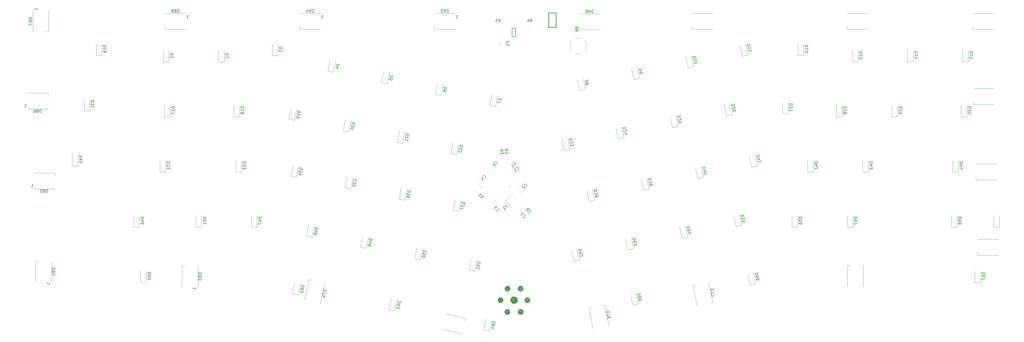
<source format=gbr>
G04 #@! TF.GenerationSoftware,KiCad,Pcbnew,(5.99.0-10089-gf88d39b4f0)*
G04 #@! TF.CreationDate,2021-04-09T00:56:27-05:00*
G04 #@! TF.ProjectId,aliceq,616c6963-6571-42e6-9b69-6361645f7063,rev?*
G04 #@! TF.SameCoordinates,Original*
G04 #@! TF.FileFunction,Legend,Bot*
G04 #@! TF.FilePolarity,Positive*
%FSLAX46Y46*%
G04 Gerber Fmt 4.6, Leading zero omitted, Abs format (unit mm)*
G04 Created by KiCad (PCBNEW (5.99.0-10089-gf88d39b4f0)) date 2021-04-09 00:56:27*
%MOMM*%
%LPD*%
G01*
G04 APERTURE LIST*
%ADD10C,0.150000*%
%ADD11C,0.120000*%
%ADD12C,0.250000*%
G04 APERTURE END LIST*
D10*
X243957851Y-36892111D02*
X242979703Y-37100022D01*
X243029206Y-37332915D01*
X243105486Y-37462749D01*
X243218444Y-37536105D01*
X243321501Y-37562882D01*
X243517716Y-37569859D01*
X243657451Y-37540157D01*
X243833864Y-37453976D01*
X243917121Y-37387597D01*
X243990477Y-37274639D01*
X244007353Y-37125003D01*
X243957851Y-36892111D01*
X244274668Y-38382621D02*
X244155862Y-37823680D01*
X244215265Y-38103150D02*
X243237118Y-38311062D01*
X243357052Y-38188204D01*
X243430408Y-38075246D01*
X243457185Y-37972188D01*
X244472680Y-39314190D02*
X244353873Y-38755249D01*
X244413276Y-39034720D02*
X243435129Y-39242631D01*
X243555063Y-39119773D01*
X243628419Y-39006815D01*
X243655196Y-38903757D01*
X247207851Y-75142111D02*
X246229703Y-75350022D01*
X246279206Y-75582915D01*
X246355486Y-75712749D01*
X246468444Y-75786105D01*
X246571501Y-75812882D01*
X246767716Y-75819859D01*
X246907451Y-75790157D01*
X247083864Y-75703976D01*
X247167121Y-75637597D01*
X247240477Y-75524639D01*
X247257353Y-75375003D01*
X247207851Y-75142111D01*
X246852769Y-76678072D02*
X247504867Y-76539464D01*
X246430639Y-76524384D02*
X247079813Y-76142984D01*
X247208520Y-76748504D01*
X247722680Y-77564190D02*
X247603873Y-77005249D01*
X247663276Y-77284720D02*
X246685129Y-77492631D01*
X246805063Y-77369773D01*
X246878419Y-77256815D01*
X246905196Y-77153757D01*
X228607851Y-79142111D02*
X227629703Y-79350022D01*
X227679206Y-79582915D01*
X227755486Y-79712749D01*
X227868444Y-79786105D01*
X227971501Y-79812882D01*
X228167716Y-79819859D01*
X228307451Y-79790157D01*
X228483864Y-79703976D01*
X228567121Y-79637597D01*
X228640477Y-79524639D01*
X228657353Y-79375003D01*
X228607851Y-79142111D01*
X228252769Y-80678072D02*
X228904867Y-80539464D01*
X227830639Y-80524384D02*
X228479813Y-80142984D01*
X228608520Y-80748504D01*
X228075228Y-81446053D02*
X228095029Y-81539210D01*
X228161409Y-81622466D01*
X228217888Y-81659144D01*
X228320945Y-81685921D01*
X228517160Y-81692898D01*
X228750052Y-81643395D01*
X228926465Y-81557214D01*
X229009722Y-81490835D01*
X229046399Y-81434356D01*
X229073177Y-81331298D01*
X229053376Y-81238141D01*
X228986996Y-81154885D01*
X228930517Y-81118207D01*
X228827460Y-81091430D01*
X228631245Y-81084453D01*
X228398353Y-81133956D01*
X228221940Y-81220137D01*
X228138683Y-81286516D01*
X228102005Y-81342995D01*
X228075228Y-81446053D01*
X35288905Y-96525454D02*
X34288905Y-96525454D01*
X34288905Y-96763549D01*
X34336525Y-96906406D01*
X34431763Y-97001644D01*
X34527001Y-97049263D01*
X34717477Y-97096882D01*
X34860334Y-97096882D01*
X35050810Y-97049263D01*
X35146048Y-97001644D01*
X35241286Y-96906406D01*
X35288905Y-96763549D01*
X35288905Y-96525454D01*
X34622239Y-97954025D02*
X35288905Y-97954025D01*
X34241286Y-97715930D02*
X34955572Y-97477835D01*
X34955572Y-98096882D01*
X34288905Y-98906406D02*
X34288905Y-98715930D01*
X34336525Y-98620692D01*
X34384144Y-98573073D01*
X34527001Y-98477835D01*
X34717477Y-98430216D01*
X35098429Y-98430216D01*
X35193667Y-98477835D01*
X35241286Y-98525454D01*
X35288905Y-98620692D01*
X35288905Y-98811168D01*
X35241286Y-98906406D01*
X35193667Y-98954025D01*
X35098429Y-99001644D01*
X34860334Y-99001644D01*
X34765096Y-98954025D01*
X34717477Y-98906406D01*
X34669858Y-98811168D01*
X34669858Y-98620692D01*
X34717477Y-98525454D01*
X34765096Y-98477835D01*
X34860334Y-98430216D01*
X241857851Y-95742111D02*
X240879703Y-95950022D01*
X240929206Y-96182915D01*
X241005486Y-96312749D01*
X241118444Y-96386105D01*
X241221501Y-96412882D01*
X241417716Y-96419859D01*
X241557451Y-96390157D01*
X241733864Y-96303976D01*
X241817121Y-96237597D01*
X241890477Y-96124639D01*
X241907353Y-95975003D01*
X241857851Y-95742111D01*
X241186620Y-97393954D02*
X241087615Y-96928170D01*
X241543499Y-96782586D01*
X241506821Y-96839065D01*
X241480044Y-96942122D01*
X241529546Y-97175015D01*
X241595926Y-97258271D01*
X241652405Y-97294949D01*
X241755462Y-97321726D01*
X241988355Y-97272223D01*
X242071611Y-97205844D01*
X242108289Y-97149365D01*
X242135066Y-97046307D01*
X242085563Y-96813415D01*
X242019184Y-96730159D01*
X241962705Y-96693481D01*
X241384631Y-98325524D02*
X241285626Y-97859739D01*
X241741510Y-97714155D01*
X241704832Y-97770634D01*
X241678055Y-97873691D01*
X241727557Y-98106584D01*
X241793937Y-98189840D01*
X241850416Y-98226518D01*
X241953473Y-98253295D01*
X242186366Y-98203793D01*
X242269622Y-98137413D01*
X242306300Y-98080934D01*
X242333077Y-97977876D01*
X242283575Y-97744984D01*
X242217195Y-97661728D01*
X242160716Y-97625050D01*
X188156856Y-49207895D02*
X187178709Y-49415807D01*
X187228211Y-49648699D01*
X187304492Y-49778534D01*
X187417450Y-49851890D01*
X187520507Y-49878667D01*
X187716721Y-49885643D01*
X187856457Y-49855942D01*
X188032870Y-49769761D01*
X188116126Y-49703381D01*
X188189482Y-49590423D01*
X188206359Y-49440787D01*
X188156856Y-49207895D01*
X187835528Y-50444585D02*
X187769149Y-50361328D01*
X187712670Y-50324651D01*
X187609612Y-50297873D01*
X187563034Y-50307774D01*
X187479777Y-50374153D01*
X187443099Y-50430632D01*
X187416322Y-50533690D01*
X187455924Y-50720004D01*
X187522304Y-50803260D01*
X187578783Y-50839938D01*
X187681840Y-50866715D01*
X187728419Y-50856815D01*
X187811675Y-50790435D01*
X187848353Y-50733956D01*
X187875130Y-50630899D01*
X187835528Y-50444585D01*
X187862305Y-50341527D01*
X187898983Y-50285048D01*
X187982240Y-50218669D01*
X188168554Y-50179066D01*
X188271611Y-50205844D01*
X188328090Y-50242522D01*
X188394470Y-50325778D01*
X188434072Y-50512092D01*
X188407294Y-50615149D01*
X188370617Y-50671628D01*
X188287360Y-50738008D01*
X188101046Y-50777610D01*
X187997989Y-50750833D01*
X187941510Y-50714155D01*
X187875130Y-50630899D01*
X98218476Y-121783995D02*
X97240328Y-121576083D01*
X97190826Y-121808976D01*
X97207702Y-121958612D01*
X97281058Y-122071570D01*
X97364315Y-122137949D01*
X97540728Y-122224130D01*
X97680463Y-122253832D01*
X97876678Y-122246855D01*
X97979735Y-122220078D01*
X98092693Y-122146722D01*
X98168973Y-122016887D01*
X98218476Y-121783995D01*
X97052218Y-122461074D02*
X96913610Y-123113173D01*
X97980863Y-122901878D01*
X97071350Y-123974310D02*
X97723448Y-124112918D01*
X96748225Y-123662213D02*
X97496405Y-123577830D01*
X97367697Y-124183349D01*
X95312779Y-100261867D02*
X94334631Y-100053955D01*
X94285129Y-100286848D01*
X94302005Y-100436484D01*
X94375361Y-100549442D01*
X94458618Y-100615821D01*
X94635031Y-100702002D01*
X94774766Y-100731704D01*
X94970981Y-100724727D01*
X95074038Y-100697950D01*
X95186996Y-100624594D01*
X95263276Y-100494759D01*
X95312779Y-100261867D01*
X94363664Y-101520613D02*
X95015762Y-101659221D01*
X94040539Y-101208516D02*
X94788719Y-101124132D01*
X94660011Y-101729652D01*
X94318213Y-102192513D02*
X94291436Y-102089455D01*
X94254758Y-102032976D01*
X94171501Y-101966597D01*
X94124923Y-101956696D01*
X94021866Y-101983473D01*
X93965387Y-102020151D01*
X93899007Y-102103408D01*
X93859405Y-102289721D01*
X93886182Y-102392779D01*
X93922860Y-102449258D01*
X94006116Y-102515637D01*
X94052695Y-102525538D01*
X94155752Y-102498761D01*
X94212231Y-102462083D01*
X94278611Y-102378826D01*
X94318213Y-102192513D01*
X94384593Y-102109256D01*
X94441072Y-102072578D01*
X94544129Y-102045801D01*
X94730443Y-102085403D01*
X94813699Y-102151783D01*
X94850377Y-102208262D01*
X94877155Y-102311319D01*
X94837552Y-102497633D01*
X94771173Y-102580889D01*
X94714694Y-102617567D01*
X94611636Y-102644345D01*
X94425322Y-102604742D01*
X94342066Y-102538363D01*
X94305388Y-102481884D01*
X94278611Y-102378826D01*
X22313905Y-37275454D02*
X21313905Y-37275454D01*
X21313905Y-37513549D01*
X21361525Y-37656406D01*
X21456763Y-37751644D01*
X21552001Y-37799263D01*
X21742477Y-37846882D01*
X21885334Y-37846882D01*
X22075810Y-37799263D01*
X22171048Y-37751644D01*
X22266286Y-37656406D01*
X22313905Y-37513549D01*
X22313905Y-37275454D01*
X22313905Y-38799263D02*
X22313905Y-38227835D01*
X22313905Y-38513549D02*
X21313905Y-38513549D01*
X21456763Y-38418311D01*
X21552001Y-38323073D01*
X21599620Y-38227835D01*
X21313905Y-39656406D02*
X21313905Y-39465930D01*
X21361525Y-39370692D01*
X21409144Y-39323073D01*
X21552001Y-39227835D01*
X21742477Y-39180216D01*
X22123429Y-39180216D01*
X22218667Y-39227835D01*
X22266286Y-39275454D01*
X22313905Y-39370692D01*
X22313905Y-39561168D01*
X22266286Y-39656406D01*
X22218667Y-39704025D01*
X22123429Y-39751644D01*
X21885334Y-39751644D01*
X21790096Y-39704025D01*
X21742477Y-39656406D01*
X21694858Y-39561168D01*
X21694858Y-39370692D01*
X21742477Y-39275454D01*
X21790096Y-39227835D01*
X21885334Y-39180216D01*
X195563548Y-128890503D02*
X194585400Y-129098414D01*
X194634903Y-129331307D01*
X194711183Y-129461141D01*
X194824141Y-129534497D01*
X194927198Y-129561274D01*
X195123413Y-129568251D01*
X195263148Y-129538549D01*
X195439561Y-129452368D01*
X195522818Y-129385989D01*
X195596174Y-129273031D01*
X195613050Y-129123395D01*
X195563548Y-128890503D01*
X194773511Y-129983405D02*
X194912118Y-130635503D01*
X195801161Y-130008386D01*
X195080428Y-131427337D02*
X195040826Y-131241023D01*
X195067603Y-131137966D01*
X195104281Y-131081487D01*
X195224215Y-130958628D01*
X195400628Y-130872448D01*
X195773256Y-130793243D01*
X195876314Y-130820020D01*
X195932793Y-130856698D01*
X195999172Y-130939955D01*
X196038774Y-131126268D01*
X196011997Y-131229326D01*
X195975319Y-131285805D01*
X195892063Y-131352185D01*
X195659170Y-131401687D01*
X195556113Y-131374910D01*
X195499634Y-131338232D01*
X195433254Y-131254976D01*
X195393652Y-131068662D01*
X195420430Y-130965604D01*
X195457107Y-130909125D01*
X195540364Y-130842746D01*
X190014285Y-26002380D02*
X190014285Y-25002380D01*
X189776190Y-25002380D01*
X189633333Y-25050000D01*
X189538095Y-25145238D01*
X189490476Y-25240476D01*
X189442857Y-25430952D01*
X189442857Y-25573809D01*
X189490476Y-25764285D01*
X189538095Y-25859523D01*
X189633333Y-25954761D01*
X189776190Y-26002380D01*
X190014285Y-26002380D01*
X188585714Y-25002380D02*
X188776190Y-25002380D01*
X188871428Y-25050000D01*
X188919047Y-25097619D01*
X189014285Y-25240476D01*
X189061904Y-25430952D01*
X189061904Y-25811904D01*
X189014285Y-25907142D01*
X188966666Y-25954761D01*
X188871428Y-26002380D01*
X188680952Y-26002380D01*
X188585714Y-25954761D01*
X188538095Y-25907142D01*
X188490476Y-25811904D01*
X188490476Y-25573809D01*
X188538095Y-25478571D01*
X188585714Y-25430952D01*
X188680952Y-25383333D01*
X188871428Y-25383333D01*
X188966666Y-25430952D01*
X189014285Y-25478571D01*
X189061904Y-25573809D01*
X187919047Y-25430952D02*
X188014285Y-25383333D01*
X188061904Y-25335714D01*
X188109523Y-25240476D01*
X188109523Y-25192857D01*
X188061904Y-25097619D01*
X188014285Y-25050000D01*
X187919047Y-25002380D01*
X187728571Y-25002380D01*
X187633333Y-25050000D01*
X187585714Y-25097619D01*
X187538095Y-25192857D01*
X187538095Y-25240476D01*
X187585714Y-25335714D01*
X187633333Y-25383333D01*
X187728571Y-25430952D01*
X187919047Y-25430952D01*
X188014285Y-25478571D01*
X188061904Y-25526190D01*
X188109523Y-25621428D01*
X188109523Y-25811904D01*
X188061904Y-25907142D01*
X188014285Y-25954761D01*
X187919047Y-26002380D01*
X187728571Y-26002380D01*
X187633333Y-25954761D01*
X187585714Y-25907142D01*
X187538095Y-25811904D01*
X187538095Y-25621428D01*
X187585714Y-25526190D01*
X187633333Y-25478571D01*
X187728571Y-25430952D01*
X70463905Y-77475454D02*
X69463905Y-77475454D01*
X69463905Y-77713549D01*
X69511525Y-77856406D01*
X69606763Y-77951644D01*
X69702001Y-77999263D01*
X69892477Y-78046882D01*
X70035334Y-78046882D01*
X70225810Y-77999263D01*
X70321048Y-77951644D01*
X70416286Y-77856406D01*
X70463905Y-77713549D01*
X70463905Y-77475454D01*
X69463905Y-78380216D02*
X69463905Y-78999263D01*
X69844858Y-78665930D01*
X69844858Y-78808787D01*
X69892477Y-78904025D01*
X69940096Y-78951644D01*
X70035334Y-78999263D01*
X70273429Y-78999263D01*
X70368667Y-78951644D01*
X70416286Y-78904025D01*
X70463905Y-78808787D01*
X70463905Y-78523073D01*
X70416286Y-78427835D01*
X70368667Y-78380216D01*
X69463905Y-79332597D02*
X69463905Y-79951644D01*
X69844858Y-79618311D01*
X69844858Y-79761168D01*
X69892477Y-79856406D01*
X69940096Y-79904025D01*
X70035334Y-79951644D01*
X70273429Y-79951644D01*
X70368667Y-79904025D01*
X70416286Y-79856406D01*
X70463905Y-79761168D01*
X70463905Y-79475454D01*
X70416286Y-79380216D01*
X70368667Y-79332597D01*
X127212779Y-87561867D02*
X126234631Y-87353955D01*
X126185129Y-87586848D01*
X126202005Y-87736484D01*
X126275361Y-87849442D01*
X126358618Y-87915821D01*
X126535031Y-88002002D01*
X126674766Y-88031704D01*
X126870981Y-88024727D01*
X126974038Y-87997950D01*
X127086996Y-87924594D01*
X127163276Y-87794759D01*
X127212779Y-87561867D01*
X126046521Y-88238946D02*
X125917814Y-88844466D01*
X126359745Y-88597621D01*
X126330044Y-88737357D01*
X126356821Y-88840414D01*
X126393499Y-88896893D01*
X126476755Y-88963273D01*
X126709647Y-89012776D01*
X126812705Y-88985998D01*
X126869184Y-88949320D01*
X126935563Y-88866064D01*
X126994967Y-88586593D01*
X126968189Y-88483536D01*
X126931512Y-88427057D01*
X125739604Y-89682878D02*
X125779206Y-89496564D01*
X125845585Y-89413308D01*
X125902064Y-89376630D01*
X126061601Y-89313175D01*
X126257815Y-89306199D01*
X126630443Y-89385403D01*
X126713699Y-89451783D01*
X126750377Y-89508262D01*
X126777155Y-89611319D01*
X126737552Y-89797633D01*
X126671173Y-89880889D01*
X126614694Y-89917567D01*
X126511636Y-89944345D01*
X126278744Y-89894842D01*
X126195488Y-89828462D01*
X126158810Y-89771983D01*
X126132032Y-89668926D01*
X126171635Y-89482612D01*
X126238014Y-89399356D01*
X126294493Y-89362678D01*
X126397551Y-89335900D01*
X163041914Y-78574427D02*
X163109257Y-78574427D01*
X163243944Y-78507083D01*
X163311288Y-78439740D01*
X163378631Y-78305052D01*
X163378631Y-78170365D01*
X163344960Y-78069350D01*
X163243944Y-77900991D01*
X163142929Y-77799976D01*
X162974570Y-77698961D01*
X162873555Y-77665289D01*
X162738868Y-77665289D01*
X162604181Y-77732633D01*
X162536837Y-77799976D01*
X162469494Y-77934663D01*
X162469494Y-78002007D01*
X162435822Y-79315205D02*
X162839883Y-78911144D01*
X162637853Y-79113175D02*
X161930746Y-78406068D01*
X162099105Y-78439740D01*
X162233792Y-78439740D01*
X162334807Y-78406068D01*
X93792855Y-25852380D02*
X93792855Y-24852380D01*
X93554760Y-24852380D01*
X93411903Y-24900000D01*
X93316665Y-24995238D01*
X93269046Y-25090476D01*
X93221427Y-25280952D01*
X93221427Y-25423809D01*
X93269046Y-25614285D01*
X93316665Y-25709523D01*
X93411903Y-25804761D01*
X93554760Y-25852380D01*
X93792855Y-25852380D01*
X92745236Y-25852380D02*
X92554760Y-25852380D01*
X92459522Y-25804761D01*
X92411903Y-25757142D01*
X92316665Y-25614285D01*
X92269046Y-25423809D01*
X92269046Y-25042857D01*
X92316665Y-24947619D01*
X92364284Y-24900000D01*
X92459522Y-24852380D01*
X92649998Y-24852380D01*
X92745236Y-24900000D01*
X92792855Y-24947619D01*
X92840474Y-25042857D01*
X92840474Y-25280952D01*
X92792855Y-25376190D01*
X92745236Y-25423809D01*
X92649998Y-25471428D01*
X92459522Y-25471428D01*
X92364284Y-25423809D01*
X92316665Y-25376190D01*
X92269046Y-25280952D01*
X91411903Y-25185714D02*
X91411903Y-25852380D01*
X91649998Y-24804761D02*
X91888093Y-25519047D01*
X91269046Y-25519047D01*
X96442855Y-27752380D02*
X97014284Y-27752380D01*
X96728570Y-27752380D02*
X96728570Y-26752380D01*
X96823808Y-26895238D01*
X96919046Y-26990476D01*
X97014284Y-27038095D01*
X45913905Y-58425454D02*
X44913905Y-58425454D01*
X44913905Y-58663549D01*
X44961525Y-58806406D01*
X45056763Y-58901644D01*
X45152001Y-58949263D01*
X45342477Y-58996882D01*
X45485334Y-58996882D01*
X45675810Y-58949263D01*
X45771048Y-58901644D01*
X45866286Y-58806406D01*
X45913905Y-58663549D01*
X45913905Y-58425454D01*
X45913905Y-59949263D02*
X45913905Y-59377835D01*
X45913905Y-59663549D02*
X44913905Y-59663549D01*
X45056763Y-59568311D01*
X45152001Y-59473073D01*
X45199620Y-59377835D01*
X44913905Y-60282597D02*
X44913905Y-60949263D01*
X45913905Y-60520692D01*
X56713905Y-96525454D02*
X55713905Y-96525454D01*
X55713905Y-96763549D01*
X55761525Y-96906406D01*
X55856763Y-97001644D01*
X55952001Y-97049263D01*
X56142477Y-97096882D01*
X56285334Y-97096882D01*
X56475810Y-97049263D01*
X56571048Y-97001644D01*
X56666286Y-96906406D01*
X56713905Y-96763549D01*
X56713905Y-96525454D01*
X55713905Y-97954025D02*
X55713905Y-97763549D01*
X55761525Y-97668311D01*
X55809144Y-97620692D01*
X55952001Y-97525454D01*
X56142477Y-97477835D01*
X56523429Y-97477835D01*
X56618667Y-97525454D01*
X56666286Y-97573073D01*
X56713905Y-97668311D01*
X56713905Y-97858787D01*
X56666286Y-97954025D01*
X56618667Y-98001644D01*
X56523429Y-98049263D01*
X56285334Y-98049263D01*
X56190096Y-98001644D01*
X56142477Y-97954025D01*
X56094858Y-97858787D01*
X56094858Y-97668311D01*
X56142477Y-97573073D01*
X56190096Y-97525454D01*
X56285334Y-97477835D01*
X56713905Y-99001644D02*
X56713905Y-98430216D01*
X56713905Y-98715930D02*
X55713905Y-98715930D01*
X55856763Y-98620692D01*
X55952001Y-98525454D01*
X55999620Y-98430216D01*
X238607851Y-57492111D02*
X237629703Y-57700022D01*
X237679206Y-57932915D01*
X237755486Y-58062749D01*
X237868444Y-58136105D01*
X237971501Y-58162882D01*
X238167716Y-58169859D01*
X238307451Y-58140157D01*
X238483864Y-58053976D01*
X238567121Y-57987597D01*
X238640477Y-57874639D01*
X238657353Y-57725003D01*
X238607851Y-57492111D01*
X237920871Y-58611790D02*
X237884193Y-58668269D01*
X237857416Y-58771327D01*
X237906919Y-59004219D01*
X237973298Y-59087475D01*
X238029777Y-59124153D01*
X238132835Y-59150931D01*
X238225992Y-59131130D01*
X238355826Y-59054849D01*
X238795961Y-58377101D01*
X238924668Y-58982621D01*
X238124731Y-60028945D02*
X238085129Y-59842631D01*
X238111906Y-59739574D01*
X238148584Y-59683095D01*
X238268518Y-59560236D01*
X238444931Y-59474056D01*
X238817559Y-59394851D01*
X238920617Y-59421628D01*
X238977096Y-59458306D01*
X239043475Y-59541563D01*
X239083077Y-59727876D01*
X239056300Y-59830934D01*
X239019622Y-59887413D01*
X238936366Y-59953793D01*
X238703473Y-60003295D01*
X238600416Y-59976518D01*
X238543937Y-59939840D01*
X238477557Y-59856584D01*
X238437955Y-59670270D01*
X238464733Y-59567212D01*
X238501410Y-59510733D01*
X238584667Y-59444354D01*
X89262779Y-60011867D02*
X88284631Y-59803955D01*
X88235129Y-60036848D01*
X88252005Y-60186484D01*
X88325361Y-60299442D01*
X88408618Y-60365821D01*
X88585031Y-60452002D01*
X88724766Y-60481704D01*
X88920981Y-60474727D01*
X89024038Y-60447950D01*
X89136996Y-60374594D01*
X89213276Y-60244759D01*
X89262779Y-60011867D01*
X88945961Y-61502378D02*
X89064768Y-60943436D01*
X89005365Y-61222907D02*
X88027217Y-61014995D01*
X88186753Y-60951540D01*
X88299711Y-60878184D01*
X88366091Y-60794928D01*
X88846956Y-61968162D02*
X88807353Y-62154476D01*
X88740974Y-62237733D01*
X88684495Y-62274410D01*
X88524958Y-62337866D01*
X88328744Y-62344842D01*
X87956116Y-62265637D01*
X87872860Y-62199258D01*
X87836182Y-62142779D01*
X87809405Y-62039721D01*
X87849007Y-61853408D01*
X87915387Y-61770151D01*
X87971866Y-61733473D01*
X88074923Y-61706696D01*
X88307815Y-61756199D01*
X88391072Y-61822578D01*
X88427750Y-61879057D01*
X88454527Y-61982115D01*
X88414925Y-62168429D01*
X88348545Y-62251685D01*
X88292066Y-62288363D01*
X88189009Y-62315140D01*
X320663905Y-39375454D02*
X319663905Y-39375454D01*
X319663905Y-39613549D01*
X319711525Y-39756406D01*
X319806763Y-39851644D01*
X319902001Y-39899263D01*
X320092477Y-39946882D01*
X320235334Y-39946882D01*
X320425810Y-39899263D01*
X320521048Y-39851644D01*
X320616286Y-39756406D01*
X320663905Y-39613549D01*
X320663905Y-39375454D01*
X320663905Y-40899263D02*
X320663905Y-40327835D01*
X320663905Y-40613549D02*
X319663905Y-40613549D01*
X319806763Y-40518311D01*
X319902001Y-40423073D01*
X319949620Y-40327835D01*
X319663905Y-41804025D02*
X319663905Y-41327835D01*
X320140096Y-41280216D01*
X320092477Y-41327835D01*
X320044858Y-41423073D01*
X320044858Y-41661168D01*
X320092477Y-41756406D01*
X320140096Y-41804025D01*
X320235334Y-41851644D01*
X320473429Y-41851644D01*
X320568667Y-41804025D01*
X320616286Y-41756406D01*
X320663905Y-41661168D01*
X320663905Y-41423073D01*
X320616286Y-41327835D01*
X320568667Y-41280216D01*
X75763905Y-96525454D02*
X74763905Y-96525454D01*
X74763905Y-96763549D01*
X74811525Y-96906406D01*
X74906763Y-97001644D01*
X75002001Y-97049263D01*
X75192477Y-97096882D01*
X75335334Y-97096882D01*
X75525810Y-97049263D01*
X75621048Y-97001644D01*
X75716286Y-96906406D01*
X75763905Y-96763549D01*
X75763905Y-96525454D01*
X75097239Y-97954025D02*
X75763905Y-97954025D01*
X74716286Y-97715930D02*
X75430572Y-97477835D01*
X75430572Y-98096882D01*
X74763905Y-98382597D02*
X74763905Y-99049263D01*
X75763905Y-98620692D01*
X45438905Y-40045394D02*
X44438905Y-40045394D01*
X44438905Y-40283490D01*
X44486525Y-40426347D01*
X44581763Y-40521585D01*
X44677001Y-40569204D01*
X44867477Y-40616823D01*
X45010334Y-40616823D01*
X45200810Y-40569204D01*
X45296048Y-40521585D01*
X45391286Y-40426347D01*
X45438905Y-40283490D01*
X45438905Y-40045394D01*
X45438905Y-41569204D02*
X45438905Y-40997775D01*
X45438905Y-41283490D02*
X44438905Y-41283490D01*
X44581763Y-41188251D01*
X44677001Y-41093013D01*
X44724620Y-40997775D01*
X2214285Y-87985712D02*
X2214285Y-86985712D01*
X1976190Y-86985712D01*
X1833333Y-87033332D01*
X1738095Y-87128570D01*
X1690476Y-87223808D01*
X1642857Y-87414284D01*
X1642857Y-87557141D01*
X1690476Y-87747617D01*
X1738095Y-87842855D01*
X1833333Y-87938093D01*
X1976190Y-87985712D01*
X2214285Y-87985712D01*
X1071428Y-87414284D02*
X1166666Y-87366665D01*
X1214285Y-87319046D01*
X1261904Y-87223808D01*
X1261904Y-87176189D01*
X1214285Y-87080951D01*
X1166666Y-87033332D01*
X1071428Y-86985712D01*
X880952Y-86985712D01*
X785714Y-87033332D01*
X738095Y-87080951D01*
X690476Y-87176189D01*
X690476Y-87223808D01*
X738095Y-87319046D01*
X785714Y-87366665D01*
X880952Y-87414284D01*
X1071428Y-87414284D01*
X1166666Y-87461903D01*
X1214285Y-87509522D01*
X1261904Y-87604760D01*
X1261904Y-87795236D01*
X1214285Y-87890474D01*
X1166666Y-87938093D01*
X1071428Y-87985712D01*
X880952Y-87985712D01*
X785714Y-87938093D01*
X738095Y-87890474D01*
X690476Y-87795236D01*
X690476Y-87604760D01*
X738095Y-87509522D01*
X785714Y-87461903D01*
X880952Y-87414284D01*
X-214285Y-86985712D02*
X261904Y-86985712D01*
X309523Y-87461903D01*
X261904Y-87414284D01*
X166666Y-87366665D01*
X-71428Y-87366665D01*
X-166666Y-87414284D01*
X-214285Y-87461903D01*
X-261904Y-87557141D01*
X-261904Y-87795236D01*
X-214285Y-87890474D01*
X-166666Y-87938093D01*
X-71428Y-87985712D01*
X166666Y-87985712D01*
X261904Y-87938093D01*
X309523Y-87890474D01*
X-3435714Y-86085712D02*
X-2864285Y-86085712D01*
X-3150000Y-86085712D02*
X-3150000Y-85085712D01*
X-3054761Y-85228570D01*
X-2959523Y-85323808D01*
X-2864285Y-85371427D01*
X156337779Y-132711867D02*
X155359631Y-132503955D01*
X155310129Y-132736848D01*
X155327005Y-132886484D01*
X155400361Y-132999442D01*
X155483618Y-133065821D01*
X155660031Y-133152002D01*
X155799766Y-133181704D01*
X155995981Y-133174727D01*
X156099038Y-133147950D01*
X156211996Y-133074594D01*
X156288276Y-132944759D01*
X156337779Y-132711867D01*
X155062615Y-133901309D02*
X155102217Y-133714995D01*
X155168597Y-133631739D01*
X155225076Y-133595061D01*
X155384612Y-133531606D01*
X155580826Y-133524630D01*
X155953454Y-133603834D01*
X156036710Y-133670214D01*
X156073388Y-133726693D01*
X156100166Y-133829750D01*
X156060563Y-134016064D01*
X155994184Y-134099320D01*
X155937705Y-134135998D01*
X155834647Y-134162776D01*
X155601755Y-134113273D01*
X155518499Y-134046893D01*
X155481821Y-133990414D01*
X155455044Y-133887357D01*
X155494646Y-133701043D01*
X155561025Y-133617787D01*
X155617504Y-133581109D01*
X155720562Y-133554331D01*
X155190653Y-134902182D02*
X155842751Y-135040790D01*
X154867528Y-134590085D02*
X155615708Y-134505702D01*
X155487000Y-135111221D01*
X-3197619Y-27685714D02*
X-4197619Y-27685714D01*
X-4197619Y-27923809D01*
X-4150000Y-28066666D01*
X-4054761Y-28161904D01*
X-3959523Y-28209523D01*
X-3769047Y-28257142D01*
X-3626190Y-28257142D01*
X-3435714Y-28209523D01*
X-3340476Y-28161904D01*
X-3245238Y-28066666D01*
X-3197619Y-27923809D01*
X-3197619Y-27685714D01*
X-3769047Y-28828571D02*
X-3816666Y-28733333D01*
X-3864285Y-28685714D01*
X-3959523Y-28638095D01*
X-4007142Y-28638095D01*
X-4102380Y-28685714D01*
X-4150000Y-28733333D01*
X-4197619Y-28828571D01*
X-4197619Y-29019047D01*
X-4150000Y-29114285D01*
X-4102380Y-29161904D01*
X-4007142Y-29209523D01*
X-3959523Y-29209523D01*
X-3864285Y-29161904D01*
X-3816666Y-29114285D01*
X-3769047Y-29019047D01*
X-3769047Y-28828571D01*
X-3721428Y-28733333D01*
X-3673809Y-28685714D01*
X-3578571Y-28638095D01*
X-3388095Y-28638095D01*
X-3292857Y-28685714D01*
X-3245238Y-28733333D01*
X-3197619Y-28828571D01*
X-3197619Y-29019047D01*
X-3245238Y-29114285D01*
X-3292857Y-29161904D01*
X-3388095Y-29209523D01*
X-3578571Y-29209523D01*
X-3673809Y-29161904D01*
X-3721428Y-29114285D01*
X-3769047Y-29019047D01*
X-4197619Y-29542857D02*
X-4197619Y-30209523D01*
X-3197619Y-29780952D01*
X-1297619Y-25035714D02*
X-1297619Y-24464285D01*
X-1297619Y-24750000D02*
X-2297619Y-24750000D01*
X-2154761Y-24654761D01*
X-2059523Y-24559523D01*
X-2011904Y-24464285D01*
X184832380Y-31483333D02*
X184356190Y-31150000D01*
X184832380Y-30911904D02*
X183832380Y-30911904D01*
X183832380Y-31292857D01*
X183880000Y-31388095D01*
X183927619Y-31435714D01*
X184022857Y-31483333D01*
X184165714Y-31483333D01*
X184260952Y-31435714D01*
X184308571Y-31388095D01*
X184356190Y-31292857D01*
X184356190Y-30911904D01*
X183832380Y-32340476D02*
X183832380Y-32150000D01*
X183880000Y-32054761D01*
X183927619Y-32007142D01*
X184070476Y-31911904D01*
X184260952Y-31864285D01*
X184641904Y-31864285D01*
X184737142Y-31911904D01*
X184784761Y-31959523D01*
X184832380Y-32054761D01*
X184832380Y-32245238D01*
X184784761Y-32340476D01*
X184737142Y-32388095D01*
X184641904Y-32435714D01*
X184403809Y-32435714D01*
X184308571Y-32388095D01*
X184260952Y-32340476D01*
X184213333Y-32245238D01*
X184213333Y-32054761D01*
X184260952Y-31959523D01*
X184308571Y-31911904D01*
X184403809Y-31864285D01*
X165615312Y-96370388D02*
X165615312Y-96437731D01*
X165682656Y-96572418D01*
X165750000Y-96639762D01*
X165884687Y-96707105D01*
X166019374Y-96707105D01*
X166120389Y-96673434D01*
X166288748Y-96572418D01*
X166389763Y-96471403D01*
X166490778Y-96303044D01*
X166524450Y-96202029D01*
X166524450Y-96067342D01*
X166457106Y-95932655D01*
X166389763Y-95865311D01*
X166255076Y-95797968D01*
X166187732Y-95797968D01*
X166019374Y-95494922D02*
X165547969Y-95023518D01*
X165143908Y-96033670D01*
X108612779Y-83611867D02*
X107634631Y-83403955D01*
X107585129Y-83636848D01*
X107602005Y-83786484D01*
X107675361Y-83899442D01*
X107758618Y-83965821D01*
X107935031Y-84052002D01*
X108074766Y-84081704D01*
X108270981Y-84074727D01*
X108374038Y-84047950D01*
X108486996Y-83974594D01*
X108563276Y-83844759D01*
X108612779Y-83611867D01*
X107446521Y-84288946D02*
X107317814Y-84894466D01*
X107759745Y-84647621D01*
X107730044Y-84787357D01*
X107756821Y-84890414D01*
X107793499Y-84946893D01*
X107876755Y-85013273D01*
X108109647Y-85062776D01*
X108212705Y-85035998D01*
X108269184Y-84999320D01*
X108335563Y-84916064D01*
X108394967Y-84636593D01*
X108368189Y-84533536D01*
X108331512Y-84477057D01*
X107129703Y-85779457D02*
X107228709Y-85313672D01*
X107704394Y-85366099D01*
X107647915Y-85402777D01*
X107581535Y-85486034D01*
X107532032Y-85718926D01*
X107558810Y-85821983D01*
X107595488Y-85878462D01*
X107678744Y-85944842D01*
X107911636Y-85994345D01*
X108014694Y-85967567D01*
X108071173Y-85930889D01*
X108137552Y-85847633D01*
X108187055Y-85614741D01*
X108160278Y-85511683D01*
X108123600Y-85455204D01*
X90537779Y-120236867D02*
X89559631Y-120028955D01*
X89510129Y-120261848D01*
X89527005Y-120411484D01*
X89600361Y-120524442D01*
X89683618Y-120590821D01*
X89860031Y-120677002D01*
X89999766Y-120706704D01*
X90195981Y-120699727D01*
X90299038Y-120672950D01*
X90411996Y-120599594D01*
X90488276Y-120469759D01*
X90537779Y-120236867D01*
X89262615Y-121426309D02*
X89302217Y-121239995D01*
X89368597Y-121156739D01*
X89425076Y-121120061D01*
X89584612Y-121056606D01*
X89780826Y-121049630D01*
X90153454Y-121128834D01*
X90236710Y-121195214D01*
X90273388Y-121251693D01*
X90300166Y-121354750D01*
X90260563Y-121541064D01*
X90194184Y-121624320D01*
X90137705Y-121660998D01*
X90034647Y-121687776D01*
X89801755Y-121638273D01*
X89718499Y-121571893D01*
X89681821Y-121515414D01*
X89655044Y-121412357D01*
X89694646Y-121226043D01*
X89761025Y-121142787D01*
X89817504Y-121106109D01*
X89920562Y-121079331D01*
X89256766Y-121911895D02*
X89200287Y-121948573D01*
X89133908Y-122031829D01*
X89084405Y-122264721D01*
X89111182Y-122367779D01*
X89147860Y-122424258D01*
X89231116Y-122490637D01*
X89324273Y-122510439D01*
X89473909Y-122493562D01*
X90151657Y-122053427D01*
X90022950Y-122658947D01*
X191257851Y-87042111D02*
X190279703Y-87250022D01*
X190329206Y-87482915D01*
X190405486Y-87612749D01*
X190518444Y-87686105D01*
X190621501Y-87712882D01*
X190817716Y-87719859D01*
X190957451Y-87690157D01*
X191133864Y-87603976D01*
X191217121Y-87537597D01*
X191290477Y-87424639D01*
X191307353Y-87275003D01*
X191257851Y-87042111D01*
X190467814Y-88135013D02*
X190596521Y-88740533D01*
X190899845Y-88335279D01*
X190929546Y-88475015D01*
X190995926Y-88558271D01*
X191052405Y-88594949D01*
X191155462Y-88621726D01*
X191388355Y-88572223D01*
X191471611Y-88505844D01*
X191508289Y-88449365D01*
X191535066Y-88346307D01*
X191475663Y-88066837D01*
X191409283Y-87983580D01*
X191352804Y-87946902D01*
X191134534Y-89210369D02*
X191068154Y-89127113D01*
X191011675Y-89090435D01*
X190908618Y-89063658D01*
X190862039Y-89073558D01*
X190778783Y-89139938D01*
X190742105Y-89196417D01*
X190715328Y-89299474D01*
X190754930Y-89485788D01*
X190821309Y-89569045D01*
X190877788Y-89605722D01*
X190980846Y-89632500D01*
X191027424Y-89622599D01*
X191110681Y-89556220D01*
X191147359Y-89499741D01*
X191174136Y-89396683D01*
X191134534Y-89210369D01*
X191161311Y-89107312D01*
X191197989Y-89050833D01*
X191281245Y-88984453D01*
X191467559Y-88944851D01*
X191570617Y-88971628D01*
X191627096Y-89008306D01*
X191693475Y-89091563D01*
X191733077Y-89277876D01*
X191706300Y-89380934D01*
X191669622Y-89437413D01*
X191586366Y-89503793D01*
X191400052Y-89543395D01*
X191296994Y-89516617D01*
X191240515Y-89479940D01*
X191174136Y-89396683D01*
X223207851Y-99742111D02*
X222229703Y-99950022D01*
X222279206Y-100182915D01*
X222355486Y-100312749D01*
X222468444Y-100386105D01*
X222571501Y-100412882D01*
X222767716Y-100419859D01*
X222907451Y-100390157D01*
X223083864Y-100303976D01*
X223167121Y-100237597D01*
X223240477Y-100124639D01*
X223257353Y-99975003D01*
X223207851Y-99742111D01*
X222536620Y-101393954D02*
X222437615Y-100928170D01*
X222893499Y-100782586D01*
X222856821Y-100839065D01*
X222830044Y-100942122D01*
X222879546Y-101175015D01*
X222945926Y-101258271D01*
X223002405Y-101294949D01*
X223105462Y-101321726D01*
X223338355Y-101272223D01*
X223421611Y-101205844D01*
X223458289Y-101149365D01*
X223485066Y-101046307D01*
X223435563Y-100813415D01*
X223369184Y-100730159D01*
X223312705Y-100693481D01*
X223050780Y-102209641D02*
X223702878Y-102071033D01*
X222628650Y-102055953D02*
X223277824Y-101674553D01*
X223406531Y-102280073D01*
X139613773Y-51877652D02*
X138635626Y-51669740D01*
X138586123Y-51902632D01*
X138603000Y-52052268D01*
X138676356Y-52165226D01*
X138759612Y-52231606D01*
X138936025Y-52317787D01*
X139075761Y-52347488D01*
X139271975Y-52340512D01*
X139375033Y-52313735D01*
X139487991Y-52240379D01*
X139564271Y-52110544D01*
X139613773Y-51877652D01*
X138338609Y-53067094D02*
X138378211Y-52880780D01*
X138444591Y-52797524D01*
X138501070Y-52760846D01*
X138660606Y-52697390D01*
X138856821Y-52690414D01*
X139229449Y-52769619D01*
X139312705Y-52835998D01*
X139349383Y-52892477D01*
X139376160Y-52995535D01*
X139336558Y-53181849D01*
X139270178Y-53265105D01*
X139213699Y-53301783D01*
X139110642Y-53328560D01*
X138877750Y-53279057D01*
X138794493Y-53212678D01*
X138757815Y-53156199D01*
X138731038Y-53053141D01*
X138770640Y-52866827D01*
X138837020Y-52783571D01*
X138893499Y-52746893D01*
X138996556Y-52720116D01*
X186007851Y-107642111D02*
X185029703Y-107850022D01*
X185079206Y-108082915D01*
X185155486Y-108212749D01*
X185268444Y-108286105D01*
X185371501Y-108312882D01*
X185567716Y-108319859D01*
X185707451Y-108290157D01*
X185883864Y-108203976D01*
X185967121Y-108137597D01*
X186040477Y-108024639D01*
X186057353Y-107875003D01*
X186007851Y-107642111D01*
X185336620Y-109293954D02*
X185237615Y-108828170D01*
X185693499Y-108682586D01*
X185656821Y-108739065D01*
X185630044Y-108842122D01*
X185679546Y-109075015D01*
X185745926Y-109158271D01*
X185802405Y-109194949D01*
X185905462Y-109221726D01*
X186138355Y-109172223D01*
X186221611Y-109105844D01*
X186258289Y-109049365D01*
X186285066Y-108946307D01*
X186235563Y-108713415D01*
X186169184Y-108630159D01*
X186112705Y-108593481D01*
X185518882Y-109693359D02*
X185482204Y-109749838D01*
X185455427Y-109852896D01*
X185504930Y-110085788D01*
X185571309Y-110169045D01*
X185627788Y-110205722D01*
X185730846Y-110232500D01*
X185824003Y-110212699D01*
X185953838Y-110136419D01*
X186393972Y-109458670D01*
X186522680Y-110064190D01*
X151109494Y-89627472D02*
X151681914Y-89526457D01*
X151513555Y-90031533D02*
X152220662Y-89324427D01*
X151951288Y-89055052D01*
X151850273Y-89021381D01*
X151782929Y-89021381D01*
X151681914Y-89055052D01*
X151580899Y-89156068D01*
X151547227Y-89257083D01*
X151547227Y-89324427D01*
X151580899Y-89425442D01*
X151850273Y-89694816D01*
X150436059Y-88954037D02*
X150840120Y-89358098D01*
X150638089Y-89156068D02*
X151345196Y-88448961D01*
X151311525Y-88617320D01*
X151311525Y-88752007D01*
X151345196Y-88853022D01*
X44263905Y-77475454D02*
X43263905Y-77475454D01*
X43263905Y-77713549D01*
X43311525Y-77856406D01*
X43406763Y-77951644D01*
X43502001Y-77999263D01*
X43692477Y-78046882D01*
X43835334Y-78046882D01*
X44025810Y-77999263D01*
X44121048Y-77951644D01*
X44216286Y-77856406D01*
X44263905Y-77713549D01*
X44263905Y-77475454D01*
X43263905Y-78380216D02*
X43263905Y-78999263D01*
X43644858Y-78665930D01*
X43644858Y-78808787D01*
X43692477Y-78904025D01*
X43740096Y-78951644D01*
X43835334Y-78999263D01*
X44073429Y-78999263D01*
X44168667Y-78951644D01*
X44216286Y-78904025D01*
X44263905Y-78808787D01*
X44263905Y-78523073D01*
X44216286Y-78427835D01*
X44168667Y-78380216D01*
X43359144Y-79380216D02*
X43311525Y-79427835D01*
X43263905Y-79523073D01*
X43263905Y-79761168D01*
X43311525Y-79856406D01*
X43359144Y-79904025D01*
X43454382Y-79951644D01*
X43549620Y-79951644D01*
X43692477Y-79904025D01*
X44263905Y-79332597D01*
X44263905Y-79951644D01*
X206257851Y-122817111D02*
X205279703Y-123025022D01*
X205329206Y-123257915D01*
X205405486Y-123387749D01*
X205518444Y-123461105D01*
X205621501Y-123487882D01*
X205817716Y-123494859D01*
X205957451Y-123465157D01*
X206133864Y-123378976D01*
X206217121Y-123312597D01*
X206290477Y-123199639D01*
X206307353Y-123050003D01*
X206257851Y-122817111D01*
X205576720Y-124422376D02*
X205537118Y-124236062D01*
X205563895Y-124133005D01*
X205600573Y-124076526D01*
X205720507Y-123953667D01*
X205896920Y-123867486D01*
X206269548Y-123788282D01*
X206372605Y-123815059D01*
X206429084Y-123851737D01*
X206495464Y-123934994D01*
X206535066Y-124121307D01*
X206508289Y-124224365D01*
X206471611Y-124280844D01*
X206388355Y-124347223D01*
X206155462Y-124396726D01*
X206052405Y-124369949D01*
X205995926Y-124333271D01*
X205929546Y-124250015D01*
X205889944Y-124063701D01*
X205916721Y-123960643D01*
X205953399Y-123904164D01*
X206036656Y-123837785D01*
X205784631Y-125400524D02*
X205685626Y-124934739D01*
X206141510Y-124789155D01*
X206104832Y-124845634D01*
X206078055Y-124948691D01*
X206127557Y-125181584D01*
X206193937Y-125264840D01*
X206250416Y-125301518D01*
X206353473Y-125328295D01*
X206586366Y-125278793D01*
X206669622Y-125212413D01*
X206706300Y-125155934D01*
X206733077Y-125052876D01*
X206683575Y-124819984D01*
X206617195Y-124736728D01*
X206560716Y-124700050D01*
X225307851Y-40942111D02*
X224329703Y-41150022D01*
X224379206Y-41382915D01*
X224455486Y-41512749D01*
X224568444Y-41586105D01*
X224671501Y-41612882D01*
X224867716Y-41619859D01*
X225007451Y-41590157D01*
X225183864Y-41503976D01*
X225267121Y-41437597D01*
X225340477Y-41324639D01*
X225357353Y-41175003D01*
X225307851Y-40942111D01*
X225624668Y-42432621D02*
X225505862Y-41873680D01*
X225565265Y-42153150D02*
X224587118Y-42361062D01*
X224707052Y-42238204D01*
X224780408Y-42125246D01*
X224807185Y-42022188D01*
X224775228Y-43246053D02*
X224795029Y-43339210D01*
X224861409Y-43422466D01*
X224917888Y-43459144D01*
X225020945Y-43485921D01*
X225217160Y-43492898D01*
X225450052Y-43443395D01*
X225626465Y-43357214D01*
X225709722Y-43290835D01*
X225746399Y-43234356D01*
X225773177Y-43131298D01*
X225753376Y-43038141D01*
X225686996Y-42954885D01*
X225630517Y-42918207D01*
X225527460Y-42891430D01*
X225331245Y-42884453D01*
X225098353Y-42933956D01*
X224921940Y-43020137D01*
X224838683Y-43086516D01*
X224802005Y-43142995D01*
X224775228Y-43246053D01*
X102613773Y-43877652D02*
X101635626Y-43669740D01*
X101586123Y-43902632D01*
X101603000Y-44052268D01*
X101676356Y-44165226D01*
X101759612Y-44231606D01*
X101936025Y-44317787D01*
X102075761Y-44347488D01*
X102271975Y-44340512D01*
X102375033Y-44313735D01*
X102487991Y-44240379D01*
X102564271Y-44110544D01*
X102613773Y-43877652D01*
X101664658Y-45136398D02*
X102316757Y-45275005D01*
X101341533Y-44824301D02*
X102089713Y-44739917D01*
X101961006Y-45345437D01*
X132562779Y-108161867D02*
X131584631Y-107953955D01*
X131535129Y-108186848D01*
X131552005Y-108336484D01*
X131625361Y-108449442D01*
X131708618Y-108515821D01*
X131885031Y-108602002D01*
X132024766Y-108631704D01*
X132220981Y-108624727D01*
X132324038Y-108597950D01*
X132436996Y-108524594D01*
X132513276Y-108394759D01*
X132562779Y-108161867D01*
X131277714Y-109397888D02*
X131376720Y-108932103D01*
X131852405Y-108984530D01*
X131795926Y-109021208D01*
X131729546Y-109104464D01*
X131680044Y-109337357D01*
X131706821Y-109440414D01*
X131743499Y-109496893D01*
X131826755Y-109563273D01*
X132059647Y-109612776D01*
X132162705Y-109585998D01*
X132219184Y-109549320D01*
X132285563Y-109466064D01*
X132335066Y-109233172D01*
X132308289Y-109130114D01*
X132271611Y-109073635D01*
X131139106Y-110049986D02*
X131119305Y-110143143D01*
X131146083Y-110246200D01*
X131182761Y-110302679D01*
X131266017Y-110369059D01*
X131442430Y-110455240D01*
X131675322Y-110504742D01*
X131871537Y-110497766D01*
X131974594Y-110470989D01*
X132031073Y-110434311D01*
X132097453Y-110351055D01*
X132117254Y-110257898D01*
X132090477Y-110154840D01*
X132053799Y-110098361D01*
X131970542Y-110031982D01*
X131794129Y-109945801D01*
X131561237Y-109896298D01*
X131365022Y-109903274D01*
X131261965Y-109930052D01*
X131205486Y-109966730D01*
X131139106Y-110049986D01*
X152631914Y-83074427D02*
X152699257Y-83074427D01*
X152833944Y-83007083D01*
X152901288Y-82939740D01*
X152968631Y-82805052D01*
X152968631Y-82670365D01*
X152934960Y-82569350D01*
X152833944Y-82400991D01*
X152732929Y-82299976D01*
X152564570Y-82198961D01*
X152463555Y-82165289D01*
X152328868Y-82165289D01*
X152194181Y-82232633D01*
X152126837Y-82299976D01*
X152059494Y-82434663D01*
X152059494Y-82502007D01*
X151621761Y-83276457D02*
X152093166Y-83747862D01*
X151520746Y-82838724D02*
X152194181Y-83175442D01*
X151756448Y-83613175D01*
X282613905Y-39425454D02*
X281613905Y-39425454D01*
X281613905Y-39663549D01*
X281661525Y-39806406D01*
X281756763Y-39901644D01*
X281852001Y-39949263D01*
X282042477Y-39996882D01*
X282185334Y-39996882D01*
X282375810Y-39949263D01*
X282471048Y-39901644D01*
X282566286Y-39806406D01*
X282613905Y-39663549D01*
X282613905Y-39425454D01*
X282613905Y-40949263D02*
X282613905Y-40377835D01*
X282613905Y-40663549D02*
X281613905Y-40663549D01*
X281756763Y-40568311D01*
X281852001Y-40473073D01*
X281899620Y-40377835D01*
X281613905Y-41282597D02*
X281613905Y-41901644D01*
X281994858Y-41568311D01*
X281994858Y-41711168D01*
X282042477Y-41806406D01*
X282090096Y-41854025D01*
X282185334Y-41901644D01*
X282423429Y-41901644D01*
X282518667Y-41854025D01*
X282566286Y-41806406D01*
X282613905Y-41711168D01*
X282613905Y-41425454D01*
X282566286Y-41330216D01*
X282518667Y-41282597D01*
X231413548Y-121240503D02*
X230435400Y-121448414D01*
X230484903Y-121681307D01*
X230561183Y-121811141D01*
X230674141Y-121884497D01*
X230777198Y-121911274D01*
X230973413Y-121918251D01*
X231113148Y-121888549D01*
X231289561Y-121802368D01*
X231372818Y-121735989D01*
X231446174Y-121623031D01*
X231463050Y-121473395D01*
X231413548Y-121240503D01*
X230623511Y-122333405D02*
X230762118Y-122985503D01*
X231651161Y-122358386D01*
X230821522Y-123264974D02*
X230960130Y-123917072D01*
X231849172Y-123289955D01*
X316713905Y-96525454D02*
X315713905Y-96525454D01*
X315713905Y-96763549D01*
X315761525Y-96906406D01*
X315856763Y-97001644D01*
X315952001Y-97049263D01*
X316142477Y-97096882D01*
X316285334Y-97096882D01*
X316475810Y-97049263D01*
X316571048Y-97001644D01*
X316666286Y-96906406D01*
X316713905Y-96763549D01*
X316713905Y-96525454D01*
X315713905Y-98001644D02*
X315713905Y-97525454D01*
X316190096Y-97477835D01*
X316142477Y-97525454D01*
X316094858Y-97620692D01*
X316094858Y-97858787D01*
X316142477Y-97954025D01*
X316190096Y-98001644D01*
X316285334Y-98049263D01*
X316523429Y-98049263D01*
X316618667Y-98001644D01*
X316666286Y-97954025D01*
X316713905Y-97858787D01*
X316713905Y-97620692D01*
X316666286Y-97525454D01*
X316618667Y-97477835D01*
X316142477Y-98620692D02*
X316094858Y-98525454D01*
X316047239Y-98477835D01*
X315952001Y-98430216D01*
X315904382Y-98430216D01*
X315809144Y-98477835D01*
X315761525Y-98525454D01*
X315713905Y-98620692D01*
X315713905Y-98811168D01*
X315761525Y-98906406D01*
X315809144Y-98954025D01*
X315904382Y-99001644D01*
X315952001Y-99001644D01*
X316047239Y-98954025D01*
X316094858Y-98906406D01*
X316142477Y-98811168D01*
X316142477Y-98620692D01*
X316190096Y-98525454D01*
X316237715Y-98477835D01*
X316332953Y-98430216D01*
X316523429Y-98430216D01*
X316618667Y-98477835D01*
X316666286Y-98525454D01*
X316713905Y-98620692D01*
X316713905Y-98811168D01*
X316666286Y-98906406D01*
X316618667Y-98954025D01*
X316523429Y-99001644D01*
X316332953Y-99001644D01*
X316237715Y-98954025D01*
X316190096Y-98906406D01*
X316142477Y-98811168D01*
X209957851Y-83092111D02*
X208979703Y-83300022D01*
X209029206Y-83532915D01*
X209105486Y-83662749D01*
X209218444Y-83736105D01*
X209321501Y-83762882D01*
X209517716Y-83769859D01*
X209657451Y-83740157D01*
X209833864Y-83653976D01*
X209917121Y-83587597D01*
X209990477Y-83474639D01*
X210007353Y-83325003D01*
X209957851Y-83092111D01*
X209167814Y-84185013D02*
X209296521Y-84790533D01*
X209599845Y-84385279D01*
X209629546Y-84525015D01*
X209695926Y-84608271D01*
X209752405Y-84644949D01*
X209855462Y-84671726D01*
X210088355Y-84622223D01*
X210171611Y-84555844D01*
X210208289Y-84499365D01*
X210235066Y-84396307D01*
X210175663Y-84116837D01*
X210109283Y-84033580D01*
X210052804Y-83996902D01*
X210373674Y-85048406D02*
X210413276Y-85234720D01*
X210386499Y-85337777D01*
X210349821Y-85394256D01*
X210229887Y-85517115D01*
X210053473Y-85603295D01*
X209680846Y-85682500D01*
X209577788Y-85655722D01*
X209521309Y-85619045D01*
X209454930Y-85535788D01*
X209415328Y-85349474D01*
X209442105Y-85246417D01*
X209478783Y-85189938D01*
X209562039Y-85123558D01*
X209794931Y-85074056D01*
X209897989Y-85100833D01*
X209954468Y-85137511D01*
X210020847Y-85220767D01*
X210060450Y-85407081D01*
X210033672Y-85510138D01*
X209996994Y-85566617D01*
X209913738Y-85632997D01*
X261863905Y-96525454D02*
X260863905Y-96525454D01*
X260863905Y-96763549D01*
X260911525Y-96906406D01*
X261006763Y-97001644D01*
X261102001Y-97049263D01*
X261292477Y-97096882D01*
X261435334Y-97096882D01*
X261625810Y-97049263D01*
X261721048Y-97001644D01*
X261816286Y-96906406D01*
X261863905Y-96763549D01*
X261863905Y-96525454D01*
X260863905Y-98001644D02*
X260863905Y-97525454D01*
X261340096Y-97477835D01*
X261292477Y-97525454D01*
X261244858Y-97620692D01*
X261244858Y-97858787D01*
X261292477Y-97954025D01*
X261340096Y-98001644D01*
X261435334Y-98049263D01*
X261673429Y-98049263D01*
X261768667Y-98001644D01*
X261816286Y-97954025D01*
X261863905Y-97858787D01*
X261863905Y-97620692D01*
X261816286Y-97525454D01*
X261768667Y-97477835D01*
X260863905Y-98906406D02*
X260863905Y-98715930D01*
X260911525Y-98620692D01*
X260959144Y-98573073D01*
X261102001Y-98477835D01*
X261292477Y-98430216D01*
X261673429Y-98430216D01*
X261768667Y-98477835D01*
X261816286Y-98525454D01*
X261863905Y-98620692D01*
X261863905Y-98811168D01*
X261816286Y-98906406D01*
X261768667Y-98954025D01*
X261673429Y-99001644D01*
X261435334Y-99001644D01*
X261340096Y-98954025D01*
X261292477Y-98906406D01*
X261244858Y-98811168D01*
X261244858Y-98620692D01*
X261292477Y-98525454D01*
X261340096Y-98477835D01*
X261435334Y-98430216D01*
X182707851Y-69392111D02*
X181729703Y-69600022D01*
X181779206Y-69832915D01*
X181855486Y-69962749D01*
X181968444Y-70036105D01*
X182071501Y-70062882D01*
X182267716Y-70069859D01*
X182407451Y-70040157D01*
X182583864Y-69953976D01*
X182667121Y-69887597D01*
X182740477Y-69774639D01*
X182757353Y-69625003D01*
X182707851Y-69392111D01*
X182020871Y-70511790D02*
X181984193Y-70568269D01*
X181957416Y-70671327D01*
X182006919Y-70904219D01*
X182073298Y-70987475D01*
X182129777Y-71024153D01*
X182232835Y-71050931D01*
X182325992Y-71031130D01*
X182455826Y-70954849D01*
X182895961Y-70277101D01*
X183024668Y-70882621D01*
X182115825Y-71416582D02*
X182244532Y-72022102D01*
X182547856Y-71616848D01*
X182577557Y-71756584D01*
X182643937Y-71839840D01*
X182700416Y-71876518D01*
X182803473Y-71903295D01*
X183036366Y-71853793D01*
X183119622Y-71787413D01*
X183156300Y-71730934D01*
X183183077Y-71627876D01*
X183123674Y-71348406D01*
X183057294Y-71265149D01*
X183000815Y-71228471D01*
X55152380Y-115765714D02*
X54152380Y-115765714D01*
X54152380Y-116003809D01*
X54200000Y-116146666D01*
X54295238Y-116241904D01*
X54390476Y-116289523D01*
X54580952Y-116337142D01*
X54723809Y-116337142D01*
X54914285Y-116289523D01*
X55009523Y-116241904D01*
X55104761Y-116146666D01*
X55152380Y-116003809D01*
X55152380Y-115765714D01*
X54580952Y-116908571D02*
X54533333Y-116813333D01*
X54485714Y-116765714D01*
X54390476Y-116718095D01*
X54342857Y-116718095D01*
X54247619Y-116765714D01*
X54200000Y-116813333D01*
X54152380Y-116908571D01*
X54152380Y-117099047D01*
X54200000Y-117194285D01*
X54247619Y-117241904D01*
X54342857Y-117289523D01*
X54390476Y-117289523D01*
X54485714Y-117241904D01*
X54533333Y-117194285D01*
X54580952Y-117099047D01*
X54580952Y-116908571D01*
X54628571Y-116813333D01*
X54676190Y-116765714D01*
X54771428Y-116718095D01*
X54961904Y-116718095D01*
X55057142Y-116765714D01*
X55104761Y-116813333D01*
X55152380Y-116908571D01*
X55152380Y-117099047D01*
X55104761Y-117194285D01*
X55057142Y-117241904D01*
X54961904Y-117289523D01*
X54771428Y-117289523D01*
X54676190Y-117241904D01*
X54628571Y-117194285D01*
X54580952Y-117099047D01*
X54152380Y-117622857D02*
X54152380Y-118241904D01*
X54533333Y-117908571D01*
X54533333Y-118051428D01*
X54580952Y-118146666D01*
X54628571Y-118194285D01*
X54723809Y-118241904D01*
X54961904Y-118241904D01*
X55057142Y-118194285D01*
X55104761Y-118146666D01*
X55152380Y-118051428D01*
X55152380Y-117765714D01*
X55104761Y-117670476D01*
X55057142Y-117622857D01*
X53252380Y-121415714D02*
X53252380Y-120844285D01*
X53252380Y-121130000D02*
X52252380Y-121130000D01*
X52395238Y-121034761D01*
X52490476Y-120939523D01*
X52538095Y-120844285D01*
X18163905Y-56275454D02*
X17163905Y-56275454D01*
X17163905Y-56513549D01*
X17211525Y-56656406D01*
X17306763Y-56751644D01*
X17402001Y-56799263D01*
X17592477Y-56846882D01*
X17735334Y-56846882D01*
X17925810Y-56799263D01*
X18021048Y-56751644D01*
X18116286Y-56656406D01*
X18163905Y-56513549D01*
X18163905Y-56275454D01*
X17163905Y-57180216D02*
X17163905Y-57799263D01*
X17544858Y-57465930D01*
X17544858Y-57608787D01*
X17592477Y-57704025D01*
X17640096Y-57751644D01*
X17735334Y-57799263D01*
X17973429Y-57799263D01*
X18068667Y-57751644D01*
X18116286Y-57704025D01*
X18163905Y-57608787D01*
X18163905Y-57323073D01*
X18116286Y-57227835D01*
X18068667Y-57180216D01*
X18163905Y-58751644D02*
X18163905Y-58180216D01*
X18163905Y-58465930D02*
X17163905Y-58465930D01*
X17306763Y-58370692D01*
X17402001Y-58275454D01*
X17449620Y-58180216D01*
X301663905Y-39375454D02*
X300663905Y-39375454D01*
X300663905Y-39613549D01*
X300711525Y-39756406D01*
X300806763Y-39851644D01*
X300902001Y-39899263D01*
X301092477Y-39946882D01*
X301235334Y-39946882D01*
X301425810Y-39899263D01*
X301521048Y-39851644D01*
X301616286Y-39756406D01*
X301663905Y-39613549D01*
X301663905Y-39375454D01*
X301663905Y-40899263D02*
X301663905Y-40327835D01*
X301663905Y-40613549D02*
X300663905Y-40613549D01*
X300806763Y-40518311D01*
X300902001Y-40423073D01*
X300949620Y-40327835D01*
X300997239Y-41756406D02*
X301663905Y-41756406D01*
X300616286Y-41518311D02*
X301330572Y-41280216D01*
X301330572Y-41899263D01*
X145862779Y-91511867D02*
X144884631Y-91303955D01*
X144835129Y-91536848D01*
X144852005Y-91686484D01*
X144925361Y-91799442D01*
X145008618Y-91865821D01*
X145185031Y-91952002D01*
X145324766Y-91981704D01*
X145520981Y-91974727D01*
X145624038Y-91947950D01*
X145736996Y-91874594D01*
X145813276Y-91744759D01*
X145862779Y-91511867D01*
X144696521Y-92188946D02*
X144567814Y-92794466D01*
X145009745Y-92547621D01*
X144980044Y-92687357D01*
X145006821Y-92790414D01*
X145043499Y-92846893D01*
X145126755Y-92913273D01*
X145359647Y-92962776D01*
X145462705Y-92935998D01*
X145519184Y-92899320D01*
X145585563Y-92816064D01*
X145644967Y-92536593D01*
X145618189Y-92433536D01*
X145581512Y-92377057D01*
X144498510Y-93120515D02*
X144359902Y-93772614D01*
X145427155Y-93561319D01*
X4762380Y-114125714D02*
X3762380Y-114125714D01*
X3762380Y-114363809D01*
X3810000Y-114506666D01*
X3905238Y-114601904D01*
X4000476Y-114649523D01*
X4190952Y-114697142D01*
X4333809Y-114697142D01*
X4524285Y-114649523D01*
X4619523Y-114601904D01*
X4714761Y-114506666D01*
X4762380Y-114363809D01*
X4762380Y-114125714D01*
X4190952Y-115268571D02*
X4143333Y-115173333D01*
X4095714Y-115125714D01*
X4000476Y-115078095D01*
X3952857Y-115078095D01*
X3857619Y-115125714D01*
X3810000Y-115173333D01*
X3762380Y-115268571D01*
X3762380Y-115459047D01*
X3810000Y-115554285D01*
X3857619Y-115601904D01*
X3952857Y-115649523D01*
X4000476Y-115649523D01*
X4095714Y-115601904D01*
X4143333Y-115554285D01*
X4190952Y-115459047D01*
X4190952Y-115268571D01*
X4238571Y-115173333D01*
X4286190Y-115125714D01*
X4381428Y-115078095D01*
X4571904Y-115078095D01*
X4667142Y-115125714D01*
X4714761Y-115173333D01*
X4762380Y-115268571D01*
X4762380Y-115459047D01*
X4714761Y-115554285D01*
X4667142Y-115601904D01*
X4571904Y-115649523D01*
X4381428Y-115649523D01*
X4286190Y-115601904D01*
X4238571Y-115554285D01*
X4190952Y-115459047D01*
X4095714Y-116506666D02*
X4762380Y-116506666D01*
X3714761Y-116268571D02*
X4429047Y-116030476D01*
X4429047Y-116649523D01*
X2862380Y-119775714D02*
X2862380Y-119204285D01*
X2862380Y-119490000D02*
X1862380Y-119490000D01*
X2005238Y-119394761D01*
X2100476Y-119299523D01*
X2148095Y-119204285D01*
X158406827Y-55713708D02*
X157428680Y-55505796D01*
X157379177Y-55738688D01*
X157396054Y-55888324D01*
X157469410Y-56001282D01*
X157552666Y-56067662D01*
X157729079Y-56153843D01*
X157868815Y-56183544D01*
X158065029Y-56176568D01*
X158168087Y-56149791D01*
X158281045Y-56076435D01*
X158357325Y-55946600D01*
X158406827Y-55713708D01*
X157240569Y-56390787D02*
X157101962Y-57042885D01*
X158169214Y-56831591D01*
X286263905Y-77475454D02*
X285263905Y-77475454D01*
X285263905Y-77713549D01*
X285311525Y-77856406D01*
X285406763Y-77951644D01*
X285502001Y-77999263D01*
X285692477Y-78046882D01*
X285835334Y-78046882D01*
X286025810Y-77999263D01*
X286121048Y-77951644D01*
X286216286Y-77856406D01*
X286263905Y-77713549D01*
X286263905Y-77475454D01*
X285597239Y-78904025D02*
X286263905Y-78904025D01*
X285216286Y-78665930D02*
X285930572Y-78427835D01*
X285930572Y-79046882D01*
X285263905Y-79332597D02*
X285263905Y-79951644D01*
X285644858Y-79618311D01*
X285644858Y-79761168D01*
X285692477Y-79856406D01*
X285740096Y-79904025D01*
X285835334Y-79951644D01*
X286073429Y-79951644D01*
X286168667Y-79904025D01*
X286216286Y-79856406D01*
X286263905Y-79761168D01*
X286263905Y-79475454D01*
X286216286Y-79380216D01*
X286168667Y-79332597D01*
X123762779Y-125761867D02*
X122784631Y-125553955D01*
X122735129Y-125786848D01*
X122752005Y-125936484D01*
X122825361Y-126049442D01*
X122908618Y-126115821D01*
X123085031Y-126202002D01*
X123224766Y-126231704D01*
X123420981Y-126224727D01*
X123524038Y-126197950D01*
X123636996Y-126124594D01*
X123713276Y-125994759D01*
X123762779Y-125761867D01*
X122487615Y-126951309D02*
X122527217Y-126764995D01*
X122593597Y-126681739D01*
X122650076Y-126645061D01*
X122809612Y-126581606D01*
X123005826Y-126574630D01*
X123378454Y-126653834D01*
X123461710Y-126720214D01*
X123498388Y-126776693D01*
X123525166Y-126879750D01*
X123485563Y-127066064D01*
X123419184Y-127149320D01*
X123362705Y-127185998D01*
X123259647Y-127212776D01*
X123026755Y-127163273D01*
X122943499Y-127096893D01*
X122906821Y-127040414D01*
X122880044Y-126937357D01*
X122919646Y-126751043D01*
X122986025Y-126667787D01*
X123042504Y-126631109D01*
X123145562Y-126604331D01*
X122398510Y-127370515D02*
X122269802Y-127976035D01*
X122711734Y-127729190D01*
X122682032Y-127868926D01*
X122708810Y-127971983D01*
X122745488Y-128028462D01*
X122828744Y-128094842D01*
X123061636Y-128144345D01*
X123164694Y-128117567D01*
X123221173Y-128080889D01*
X123287552Y-127997633D01*
X123346956Y-127718162D01*
X123320178Y-127615105D01*
X123283500Y-127558626D01*
X296313905Y-58425454D02*
X295313905Y-58425454D01*
X295313905Y-58663549D01*
X295361525Y-58806406D01*
X295456763Y-58901644D01*
X295552001Y-58949263D01*
X295742477Y-58996882D01*
X295885334Y-58996882D01*
X296075810Y-58949263D01*
X296171048Y-58901644D01*
X296266286Y-58806406D01*
X296313905Y-58663549D01*
X296313905Y-58425454D01*
X295409144Y-59377835D02*
X295361525Y-59425454D01*
X295313905Y-59520692D01*
X295313905Y-59758787D01*
X295361525Y-59854025D01*
X295409144Y-59901644D01*
X295504382Y-59949263D01*
X295599620Y-59949263D01*
X295742477Y-59901644D01*
X296313905Y-59330216D01*
X296313905Y-59949263D01*
X296313905Y-60425454D02*
X296313905Y-60615930D01*
X296266286Y-60711168D01*
X296218667Y-60758787D01*
X296075810Y-60854025D01*
X295885334Y-60901644D01*
X295504382Y-60901644D01*
X295409144Y-60854025D01*
X295361525Y-60806406D01*
X295313905Y-60711168D01*
X295313905Y-60520692D01*
X295361525Y-60425454D01*
X295409144Y-60377835D01*
X295504382Y-60330216D01*
X295742477Y-60330216D01*
X295837715Y-60377835D01*
X295885334Y-60425454D01*
X295932953Y-60520692D01*
X295932953Y-60711168D01*
X295885334Y-60806406D01*
X295837715Y-60854025D01*
X295742477Y-60901644D01*
X89962779Y-79661867D02*
X88984631Y-79453955D01*
X88935129Y-79686848D01*
X88952005Y-79836484D01*
X89025361Y-79949442D01*
X89108618Y-80015821D01*
X89285031Y-80102002D01*
X89424766Y-80131704D01*
X89620981Y-80124727D01*
X89724038Y-80097950D01*
X89836996Y-80024594D01*
X89913276Y-79894759D01*
X89962779Y-79661867D01*
X88796521Y-80338946D02*
X88667814Y-80944466D01*
X89109745Y-80697621D01*
X89080044Y-80837357D01*
X89106821Y-80940414D01*
X89143499Y-80996893D01*
X89226755Y-81063273D01*
X89459647Y-81112776D01*
X89562705Y-81085998D01*
X89619184Y-81049320D01*
X89685563Y-80966064D01*
X89744967Y-80686593D01*
X89718189Y-80583536D01*
X89681512Y-80527057D01*
X88815653Y-81852182D02*
X89467751Y-81990790D01*
X88492528Y-81540085D02*
X89240708Y-81455702D01*
X89112000Y-82061221D01*
X219957851Y-61492111D02*
X218979703Y-61700022D01*
X219029206Y-61932915D01*
X219105486Y-62062749D01*
X219218444Y-62136105D01*
X219321501Y-62162882D01*
X219517716Y-62169859D01*
X219657451Y-62140157D01*
X219833864Y-62053976D01*
X219917121Y-61987597D01*
X219990477Y-61874639D01*
X220007353Y-61725003D01*
X219957851Y-61492111D01*
X219270871Y-62611790D02*
X219234193Y-62668269D01*
X219207416Y-62771327D01*
X219256919Y-63004219D01*
X219323298Y-63087475D01*
X219379777Y-63124153D01*
X219482835Y-63150931D01*
X219575992Y-63131130D01*
X219705826Y-63054849D01*
X220145961Y-62377101D01*
X220274668Y-62982621D01*
X219484631Y-64075524D02*
X219385626Y-63609739D01*
X219841510Y-63464155D01*
X219804832Y-63520634D01*
X219778055Y-63623691D01*
X219827557Y-63856584D01*
X219893937Y-63939840D01*
X219950416Y-63976518D01*
X220053473Y-64003295D01*
X220286366Y-63953793D01*
X220369622Y-63887413D01*
X220406300Y-63830934D01*
X220433077Y-63727876D01*
X220383575Y-63494984D01*
X220317195Y-63411728D01*
X220260716Y-63375050D01*
X64488905Y-40045394D02*
X63488905Y-40045394D01*
X63488905Y-40283490D01*
X63536525Y-40426347D01*
X63631763Y-40521585D01*
X63727001Y-40569204D01*
X63917477Y-40616823D01*
X64060334Y-40616823D01*
X64250810Y-40569204D01*
X64346048Y-40521585D01*
X64441286Y-40426347D01*
X64488905Y-40283490D01*
X64488905Y-40045394D01*
X63584144Y-40997775D02*
X63536525Y-41045394D01*
X63488905Y-41140632D01*
X63488905Y-41378728D01*
X63536525Y-41473966D01*
X63584144Y-41521585D01*
X63679382Y-41569204D01*
X63774620Y-41569204D01*
X63917477Y-41521585D01*
X64488905Y-40950156D01*
X64488905Y-41569204D01*
X204607851Y-103692111D02*
X203629703Y-103900022D01*
X203679206Y-104132915D01*
X203755486Y-104262749D01*
X203868444Y-104336105D01*
X203971501Y-104362882D01*
X204167716Y-104369859D01*
X204307451Y-104340157D01*
X204483864Y-104253976D01*
X204567121Y-104187597D01*
X204640477Y-104074639D01*
X204657353Y-103925003D01*
X204607851Y-103692111D01*
X203936620Y-105343954D02*
X203837615Y-104878170D01*
X204293499Y-104732586D01*
X204256821Y-104789065D01*
X204230044Y-104892122D01*
X204279546Y-105125015D01*
X204345926Y-105208271D01*
X204402405Y-105244949D01*
X204505462Y-105271726D01*
X204738355Y-105222223D01*
X204821611Y-105155844D01*
X204858289Y-105099365D01*
X204885066Y-104996307D01*
X204835563Y-104763415D01*
X204769184Y-104680159D01*
X204712705Y-104643481D01*
X204015825Y-105716582D02*
X204144532Y-106322102D01*
X204447856Y-105916848D01*
X204477557Y-106056584D01*
X204543937Y-106139840D01*
X204600416Y-106176518D01*
X204703473Y-106203295D01*
X204936366Y-106153793D01*
X205019622Y-106087413D01*
X205056300Y-106030934D01*
X205083077Y-105927876D01*
X205023674Y-105648406D01*
X204957294Y-105565149D01*
X204900815Y-105528471D01*
X47428570Y-25852380D02*
X47428570Y-24852380D01*
X47190475Y-24852380D01*
X47047618Y-24900000D01*
X46952380Y-24995238D01*
X46904761Y-25090476D01*
X46857142Y-25280952D01*
X46857142Y-25423809D01*
X46904761Y-25614285D01*
X46952380Y-25709523D01*
X47047618Y-25804761D01*
X47190475Y-25852380D01*
X47428570Y-25852380D01*
X46285713Y-25280952D02*
X46380951Y-25233333D01*
X46428570Y-25185714D01*
X46476189Y-25090476D01*
X46476189Y-25042857D01*
X46428570Y-24947619D01*
X46380951Y-24900000D01*
X46285713Y-24852380D01*
X46095237Y-24852380D01*
X45999999Y-24900000D01*
X45952380Y-24947619D01*
X45904761Y-25042857D01*
X45904761Y-25090476D01*
X45952380Y-25185714D01*
X45999999Y-25233333D01*
X46095237Y-25280952D01*
X46285713Y-25280952D01*
X46380951Y-25328571D01*
X46428570Y-25376190D01*
X46476189Y-25471428D01*
X46476189Y-25661904D01*
X46428570Y-25757142D01*
X46380951Y-25804761D01*
X46285713Y-25852380D01*
X46095237Y-25852380D01*
X45999999Y-25804761D01*
X45952380Y-25757142D01*
X45904761Y-25661904D01*
X45904761Y-25471428D01*
X45952380Y-25376190D01*
X45999999Y-25328571D01*
X46095237Y-25280952D01*
X45333332Y-25280952D02*
X45428570Y-25233333D01*
X45476189Y-25185714D01*
X45523808Y-25090476D01*
X45523808Y-25042857D01*
X45476189Y-24947619D01*
X45428570Y-24900000D01*
X45333332Y-24852380D01*
X45142856Y-24852380D01*
X45047618Y-24900000D01*
X44999999Y-24947619D01*
X44952380Y-25042857D01*
X44952380Y-25090476D01*
X44999999Y-25185714D01*
X45047618Y-25233333D01*
X45142856Y-25280952D01*
X45333332Y-25280952D01*
X45428570Y-25328571D01*
X45476189Y-25376190D01*
X45523808Y-25471428D01*
X45523808Y-25661904D01*
X45476189Y-25757142D01*
X45428570Y-25804761D01*
X45333332Y-25852380D01*
X45142856Y-25852380D01*
X45047618Y-25804761D01*
X44999999Y-25757142D01*
X44952380Y-25661904D01*
X44952380Y-25471428D01*
X44999999Y-25376190D01*
X45047618Y-25328571D01*
X45142856Y-25280952D01*
X50078570Y-27752380D02*
X50649999Y-27752380D01*
X50364285Y-27752380D02*
X50364285Y-26752380D01*
X50459523Y-26895238D01*
X50554761Y-26990476D01*
X50649999Y-27038095D01*
X206756856Y-45357895D02*
X205778709Y-45565807D01*
X205828211Y-45798699D01*
X205904492Y-45928534D01*
X206017450Y-46001890D01*
X206120507Y-46028667D01*
X206316721Y-46035643D01*
X206456457Y-46005942D01*
X206632870Y-45919761D01*
X206716126Y-45853381D01*
X206789482Y-45740423D01*
X206806359Y-45590787D01*
X206756856Y-45357895D01*
X206974668Y-46382621D02*
X207014271Y-46568935D01*
X206987493Y-46671992D01*
X206950815Y-46728471D01*
X206830881Y-46851330D01*
X206654468Y-46937511D01*
X206281840Y-47016715D01*
X206178783Y-46989938D01*
X206122304Y-46953260D01*
X206055924Y-46870004D01*
X206016322Y-46683690D01*
X206043099Y-46580632D01*
X206079777Y-46524153D01*
X206163034Y-46457774D01*
X206395926Y-46408271D01*
X206498983Y-46435048D01*
X206555462Y-46471726D01*
X206621842Y-46554983D01*
X206661444Y-46741296D01*
X206634667Y-46844354D01*
X206597989Y-46900833D01*
X206514733Y-46967212D01*
X280963905Y-96525454D02*
X279963905Y-96525454D01*
X279963905Y-96763549D01*
X280011525Y-96906406D01*
X280106763Y-97001644D01*
X280202001Y-97049263D01*
X280392477Y-97096882D01*
X280535334Y-97096882D01*
X280725810Y-97049263D01*
X280821048Y-97001644D01*
X280916286Y-96906406D01*
X280963905Y-96763549D01*
X280963905Y-96525454D01*
X279963905Y-98001644D02*
X279963905Y-97525454D01*
X280440096Y-97477835D01*
X280392477Y-97525454D01*
X280344858Y-97620692D01*
X280344858Y-97858787D01*
X280392477Y-97954025D01*
X280440096Y-98001644D01*
X280535334Y-98049263D01*
X280773429Y-98049263D01*
X280868667Y-98001644D01*
X280916286Y-97954025D01*
X280963905Y-97858787D01*
X280963905Y-97620692D01*
X280916286Y-97525454D01*
X280868667Y-97477835D01*
X279963905Y-98382597D02*
X279963905Y-99049263D01*
X280963905Y-98620692D01*
X246682851Y-115767111D02*
X245704703Y-115975022D01*
X245754206Y-116207915D01*
X245830486Y-116337749D01*
X245943444Y-116411105D01*
X246046501Y-116437882D01*
X246242716Y-116444859D01*
X246382451Y-116415157D01*
X246558864Y-116328976D01*
X246642121Y-116262597D01*
X246715477Y-116149639D01*
X246732353Y-116000003D01*
X246682851Y-115767111D01*
X246001720Y-117372376D02*
X245962118Y-117186062D01*
X245988895Y-117083005D01*
X246025573Y-117026526D01*
X246145507Y-116903667D01*
X246321920Y-116817486D01*
X246694548Y-116738282D01*
X246797605Y-116765059D01*
X246854084Y-116801737D01*
X246920464Y-116884994D01*
X246960066Y-117071307D01*
X246933289Y-117174365D01*
X246896611Y-117230844D01*
X246813355Y-117297223D01*
X246580462Y-117346726D01*
X246477405Y-117319949D01*
X246420926Y-117283271D01*
X246354546Y-117200015D01*
X246314944Y-117013701D01*
X246341721Y-116910643D01*
X246378399Y-116854164D01*
X246461656Y-116787785D01*
X246199731Y-118303945D02*
X246160129Y-118117631D01*
X246186906Y-118014574D01*
X246223584Y-117958095D01*
X246343518Y-117835236D01*
X246519931Y-117749056D01*
X246892559Y-117669851D01*
X246995617Y-117696628D01*
X247052096Y-117733306D01*
X247118475Y-117816563D01*
X247158077Y-118002876D01*
X247131300Y-118105934D01*
X247094622Y-118162413D01*
X247011366Y-118228793D01*
X246778473Y-118278295D01*
X246675416Y-118251518D01*
X246618937Y-118214840D01*
X246552557Y-118131584D01*
X246512955Y-117945270D01*
X246539733Y-117842212D01*
X246576410Y-117785733D01*
X246659667Y-117719354D01*
X258613905Y-57325454D02*
X257613905Y-57325454D01*
X257613905Y-57563549D01*
X257661525Y-57706406D01*
X257756763Y-57801644D01*
X257852001Y-57849263D01*
X258042477Y-57896882D01*
X258185334Y-57896882D01*
X258375810Y-57849263D01*
X258471048Y-57801644D01*
X258566286Y-57706406D01*
X258613905Y-57563549D01*
X258613905Y-57325454D01*
X257709144Y-58277835D02*
X257661525Y-58325454D01*
X257613905Y-58420692D01*
X257613905Y-58658787D01*
X257661525Y-58754025D01*
X257709144Y-58801644D01*
X257804382Y-58849263D01*
X257899620Y-58849263D01*
X258042477Y-58801644D01*
X258613905Y-58230216D01*
X258613905Y-58849263D01*
X257613905Y-59182597D02*
X257613905Y-59849263D01*
X258613905Y-59420692D01*
X277213905Y-58425454D02*
X276213905Y-58425454D01*
X276213905Y-58663549D01*
X276261525Y-58806406D01*
X276356763Y-58901644D01*
X276452001Y-58949263D01*
X276642477Y-58996882D01*
X276785334Y-58996882D01*
X276975810Y-58949263D01*
X277071048Y-58901644D01*
X277166286Y-58806406D01*
X277213905Y-58663549D01*
X277213905Y-58425454D01*
X276309144Y-59377835D02*
X276261525Y-59425454D01*
X276213905Y-59520692D01*
X276213905Y-59758787D01*
X276261525Y-59854025D01*
X276309144Y-59901644D01*
X276404382Y-59949263D01*
X276499620Y-59949263D01*
X276642477Y-59901644D01*
X277213905Y-59330216D01*
X277213905Y-59949263D01*
X276642477Y-60520692D02*
X276594858Y-60425454D01*
X276547239Y-60377835D01*
X276452001Y-60330216D01*
X276404382Y-60330216D01*
X276309144Y-60377835D01*
X276261525Y-60425454D01*
X276213905Y-60520692D01*
X276213905Y-60711168D01*
X276261525Y-60806406D01*
X276309144Y-60854025D01*
X276404382Y-60901644D01*
X276452001Y-60901644D01*
X276547239Y-60854025D01*
X276594858Y-60806406D01*
X276642477Y-60711168D01*
X276642477Y-60520692D01*
X276690096Y-60425454D01*
X276737715Y-60377835D01*
X276832953Y-60330216D01*
X277023429Y-60330216D01*
X277118667Y-60377835D01*
X277166286Y-60425454D01*
X277213905Y-60520692D01*
X277213905Y-60711168D01*
X277166286Y-60806406D01*
X277118667Y-60854025D01*
X277023429Y-60901644D01*
X276832953Y-60901644D01*
X276737715Y-60854025D01*
X276690096Y-60806406D01*
X276642477Y-60711168D01*
X267263905Y-77475454D02*
X266263905Y-77475454D01*
X266263905Y-77713549D01*
X266311525Y-77856406D01*
X266406763Y-77951644D01*
X266502001Y-77999263D01*
X266692477Y-78046882D01*
X266835334Y-78046882D01*
X267025810Y-77999263D01*
X267121048Y-77951644D01*
X267216286Y-77856406D01*
X267263905Y-77713549D01*
X267263905Y-77475454D01*
X266597239Y-78904025D02*
X267263905Y-78904025D01*
X266216286Y-78665930D02*
X266930572Y-78427835D01*
X266930572Y-79046882D01*
X266359144Y-79380216D02*
X266311525Y-79427835D01*
X266263905Y-79523073D01*
X266263905Y-79761168D01*
X266311525Y-79856406D01*
X266359144Y-79904025D01*
X266454382Y-79951644D01*
X266549620Y-79951644D01*
X266692477Y-79904025D01*
X267263905Y-79332597D01*
X267263905Y-79951644D01*
X126562779Y-67911867D02*
X125584631Y-67703955D01*
X125535129Y-67936848D01*
X125552005Y-68086484D01*
X125625361Y-68199442D01*
X125708618Y-68265821D01*
X125885031Y-68352002D01*
X126024766Y-68381704D01*
X126220981Y-68374727D01*
X126324038Y-68347950D01*
X126436996Y-68274594D01*
X126513276Y-68144759D01*
X126562779Y-67911867D01*
X125479777Y-68655326D02*
X125423298Y-68692004D01*
X125356919Y-68775260D01*
X125307416Y-69008152D01*
X125334193Y-69111210D01*
X125370871Y-69167689D01*
X125454127Y-69234068D01*
X125547284Y-69253869D01*
X125696920Y-69236993D01*
X126374668Y-68796858D01*
X126245961Y-69402378D01*
X126047950Y-70333947D02*
X126166757Y-69775005D01*
X126107353Y-70054476D02*
X125129206Y-69846564D01*
X125288742Y-69783109D01*
X125401700Y-69709753D01*
X125468080Y-69626497D01*
X14063905Y-75325454D02*
X13063905Y-75325454D01*
X13063905Y-75563549D01*
X13111525Y-75706406D01*
X13206763Y-75801644D01*
X13302001Y-75849263D01*
X13492477Y-75896882D01*
X13635334Y-75896882D01*
X13825810Y-75849263D01*
X13921048Y-75801644D01*
X14016286Y-75706406D01*
X14063905Y-75563549D01*
X14063905Y-75325454D01*
X13397239Y-76754025D02*
X14063905Y-76754025D01*
X13016286Y-76515930D02*
X13730572Y-76277835D01*
X13730572Y-76896882D01*
X13063905Y-77754025D02*
X13063905Y-77277835D01*
X13540096Y-77230216D01*
X13492477Y-77277835D01*
X13444858Y-77373073D01*
X13444858Y-77611168D01*
X13492477Y-77706406D01*
X13540096Y-77754025D01*
X13635334Y-77801644D01*
X13873429Y-77801644D01*
X13968667Y-77754025D01*
X14016286Y-77706406D01*
X14063905Y-77611168D01*
X14063905Y-77373073D01*
X14016286Y-77277835D01*
X13968667Y-77230216D01*
X160788743Y-73679464D02*
X160312553Y-73346131D01*
X160788743Y-73108035D02*
X159788743Y-73108035D01*
X159788743Y-73488988D01*
X159836363Y-73584226D01*
X159883982Y-73631845D01*
X159979220Y-73679464D01*
X160122077Y-73679464D01*
X160217315Y-73631845D01*
X160264934Y-73584226D01*
X160312553Y-73488988D01*
X160312553Y-73108035D01*
X159788743Y-74012797D02*
X159788743Y-74631845D01*
X160169696Y-74298511D01*
X160169696Y-74441369D01*
X160217315Y-74536607D01*
X160264934Y-74584226D01*
X160360172Y-74631845D01*
X160598267Y-74631845D01*
X160693505Y-74584226D01*
X160741124Y-74536607D01*
X160788743Y-74441369D01*
X160788743Y-74155654D01*
X160741124Y-74060416D01*
X160693505Y-74012797D01*
X157460778Y-29172120D02*
X157794112Y-28695930D01*
X158032207Y-29172120D02*
X158032207Y-28172120D01*
X157651254Y-28172120D01*
X157556016Y-28219740D01*
X157508397Y-28267359D01*
X157460778Y-28362597D01*
X157460778Y-28505454D01*
X157508397Y-28600692D01*
X157556016Y-28648311D01*
X157651254Y-28695930D01*
X158032207Y-28695930D01*
X156556016Y-28172120D02*
X157032207Y-28172120D01*
X157079826Y-28648311D01*
X157032207Y-28600692D01*
X156936969Y-28553073D01*
X156698873Y-28553073D01*
X156603635Y-28600692D01*
X156556016Y-28648311D01*
X156508397Y-28743549D01*
X156508397Y-28981644D01*
X156556016Y-29076882D01*
X156603635Y-29124501D01*
X156698873Y-29172120D01*
X156936969Y-29172120D01*
X157032207Y-29124501D01*
X157079826Y-29076882D01*
X160069881Y-92896446D02*
X160406599Y-93233164D01*
X159935194Y-92290355D02*
X160069881Y-92896446D01*
X159463790Y-92761759D01*
X159564805Y-94074957D02*
X159968866Y-93670896D01*
X159766835Y-93872927D02*
X159059729Y-93165820D01*
X159228087Y-93199492D01*
X159362774Y-93199492D01*
X159463790Y-93165820D01*
X107962779Y-64011867D02*
X106984631Y-63803955D01*
X106935129Y-64036848D01*
X106952005Y-64186484D01*
X107025361Y-64299442D01*
X107108618Y-64365821D01*
X107285031Y-64452002D01*
X107424766Y-64481704D01*
X107620981Y-64474727D01*
X107724038Y-64447950D01*
X107836996Y-64374594D01*
X107913276Y-64244759D01*
X107962779Y-64011867D01*
X106879777Y-64755326D02*
X106823298Y-64792004D01*
X106756919Y-64875260D01*
X106707416Y-65108152D01*
X106734193Y-65211210D01*
X106770871Y-65267689D01*
X106854127Y-65334068D01*
X106947284Y-65353869D01*
X107096920Y-65336993D01*
X107774668Y-64896858D01*
X107645961Y-65502378D01*
X106539106Y-65899986D02*
X106519305Y-65993143D01*
X106546083Y-66096200D01*
X106582761Y-66152679D01*
X106666017Y-66219059D01*
X106842430Y-66305240D01*
X107075322Y-66354742D01*
X107271537Y-66347766D01*
X107374594Y-66320989D01*
X107431073Y-66284311D01*
X107497453Y-66201055D01*
X107517254Y-66107898D01*
X107490477Y-66004840D01*
X107453799Y-65948361D01*
X107370542Y-65881982D01*
X107194129Y-65795801D01*
X106961237Y-65746298D01*
X106765022Y-65753274D01*
X106661965Y-65780052D01*
X106605486Y-65816730D01*
X106539106Y-65899986D01*
X151262779Y-112111867D02*
X150284631Y-111903955D01*
X150235129Y-112136848D01*
X150252005Y-112286484D01*
X150325361Y-112399442D01*
X150408618Y-112465821D01*
X150585031Y-112552002D01*
X150724766Y-112581704D01*
X150920981Y-112574727D01*
X151024038Y-112547950D01*
X151136996Y-112474594D01*
X151213276Y-112344759D01*
X151262779Y-112111867D01*
X149977714Y-113347888D02*
X150076720Y-112882103D01*
X150552405Y-112934530D01*
X150495926Y-112971208D01*
X150429546Y-113054464D01*
X150380044Y-113287357D01*
X150406821Y-113390414D01*
X150443499Y-113446893D01*
X150526755Y-113513273D01*
X150759647Y-113562776D01*
X150862705Y-113535998D01*
X150919184Y-113499320D01*
X150985563Y-113416064D01*
X151035066Y-113183172D01*
X151008289Y-113080114D01*
X150971611Y-113023635D01*
X150747950Y-114533947D02*
X150866757Y-113975005D01*
X150807353Y-114254476D02*
X149829206Y-114046564D01*
X149988742Y-113983109D01*
X150101700Y-113909753D01*
X150168080Y-113826497D01*
X317213905Y-77475454D02*
X316213905Y-77475454D01*
X316213905Y-77713549D01*
X316261525Y-77856406D01*
X316356763Y-77951644D01*
X316452001Y-77999263D01*
X316642477Y-78046882D01*
X316785334Y-78046882D01*
X316975810Y-77999263D01*
X317071048Y-77951644D01*
X317166286Y-77856406D01*
X317213905Y-77713549D01*
X317213905Y-77475454D01*
X316547239Y-78904025D02*
X317213905Y-78904025D01*
X316166286Y-78665930D02*
X316880572Y-78427835D01*
X316880572Y-79046882D01*
X316547239Y-79856406D02*
X317213905Y-79856406D01*
X316166286Y-79618311D02*
X316880572Y-79380216D01*
X316880572Y-79999263D01*
X159091687Y-73820885D02*
X158615497Y-73487552D01*
X159091687Y-73249456D02*
X158091687Y-73249456D01*
X158091687Y-73630409D01*
X158139307Y-73725647D01*
X158186926Y-73773266D01*
X158282164Y-73820885D01*
X158425021Y-73820885D01*
X158520259Y-73773266D01*
X158567878Y-73725647D01*
X158615497Y-73630409D01*
X158615497Y-73249456D01*
X158186926Y-74201837D02*
X158139307Y-74249456D01*
X158091687Y-74344694D01*
X158091687Y-74582790D01*
X158139307Y-74678028D01*
X158186926Y-74725647D01*
X158282164Y-74773266D01*
X158377402Y-74773266D01*
X158520259Y-74725647D01*
X159091687Y-74154218D01*
X159091687Y-74773266D01*
X-85714Y-60419046D02*
X-85714Y-59419046D01*
X-323809Y-59419046D01*
X-466666Y-59466666D01*
X-561904Y-59561904D01*
X-609523Y-59657142D01*
X-657142Y-59847618D01*
X-657142Y-59990475D01*
X-609523Y-60180951D01*
X-561904Y-60276189D01*
X-466666Y-60371427D01*
X-323809Y-60419046D01*
X-85714Y-60419046D01*
X-1228571Y-59847618D02*
X-1133333Y-59799999D01*
X-1085714Y-59752380D01*
X-1038095Y-59657142D01*
X-1038095Y-59609523D01*
X-1085714Y-59514285D01*
X-1133333Y-59466666D01*
X-1228571Y-59419046D01*
X-1419047Y-59419046D01*
X-1514285Y-59466666D01*
X-1561904Y-59514285D01*
X-1609523Y-59609523D01*
X-1609523Y-59657142D01*
X-1561904Y-59752380D01*
X-1514285Y-59799999D01*
X-1419047Y-59847618D01*
X-1228571Y-59847618D01*
X-1133333Y-59895237D01*
X-1085714Y-59942856D01*
X-1038095Y-60038094D01*
X-1038095Y-60228570D01*
X-1085714Y-60323808D01*
X-1133333Y-60371427D01*
X-1228571Y-60419046D01*
X-1419047Y-60419046D01*
X-1514285Y-60371427D01*
X-1561904Y-60323808D01*
X-1609523Y-60228570D01*
X-1609523Y-60038094D01*
X-1561904Y-59942856D01*
X-1514285Y-59895237D01*
X-1419047Y-59847618D01*
X-2466666Y-59419046D02*
X-2276190Y-59419046D01*
X-2180952Y-59466666D01*
X-2133333Y-59514285D01*
X-2038095Y-59657142D01*
X-1990476Y-59847618D01*
X-1990476Y-60228570D01*
X-2038095Y-60323808D01*
X-2085714Y-60371427D01*
X-2180952Y-60419046D01*
X-2371428Y-60419046D01*
X-2466666Y-60371427D01*
X-2514285Y-60323808D01*
X-2561904Y-60228570D01*
X-2561904Y-59990475D01*
X-2514285Y-59895237D01*
X-2466666Y-59847618D01*
X-2371428Y-59799999D01*
X-2180952Y-59799999D01*
X-2085714Y-59847618D01*
X-2038095Y-59895237D01*
X-1990476Y-59990475D01*
X-5735714Y-58519046D02*
X-5164285Y-58519046D01*
X-5449999Y-58519046D02*
X-5449999Y-57519046D01*
X-5354761Y-57661904D01*
X-5259523Y-57757142D01*
X-5164285Y-57804761D01*
X320113905Y-58425454D02*
X319113905Y-58425454D01*
X319113905Y-58663549D01*
X319161525Y-58806406D01*
X319256763Y-58901644D01*
X319352001Y-58949263D01*
X319542477Y-58996882D01*
X319685334Y-58996882D01*
X319875810Y-58949263D01*
X319971048Y-58901644D01*
X320066286Y-58806406D01*
X320113905Y-58663549D01*
X320113905Y-58425454D01*
X319113905Y-59330216D02*
X319113905Y-59949263D01*
X319494858Y-59615930D01*
X319494858Y-59758787D01*
X319542477Y-59854025D01*
X319590096Y-59901644D01*
X319685334Y-59949263D01*
X319923429Y-59949263D01*
X320018667Y-59901644D01*
X320066286Y-59854025D01*
X320113905Y-59758787D01*
X320113905Y-59473073D01*
X320066286Y-59377835D01*
X320018667Y-59330216D01*
X319113905Y-60568311D02*
X319113905Y-60663549D01*
X319161525Y-60758787D01*
X319209144Y-60806406D01*
X319304382Y-60854025D01*
X319494858Y-60901644D01*
X319732953Y-60901644D01*
X319923429Y-60854025D01*
X320018667Y-60806406D01*
X320066286Y-60758787D01*
X320113905Y-60663549D01*
X320113905Y-60568311D01*
X320066286Y-60473073D01*
X320018667Y-60425454D01*
X319923429Y-60377835D01*
X319732953Y-60330216D01*
X319494858Y-60330216D01*
X319304382Y-60377835D01*
X319209144Y-60425454D01*
X319161525Y-60473073D01*
X319113905Y-60568311D01*
X37663905Y-115575454D02*
X36663905Y-115575454D01*
X36663905Y-115813549D01*
X36711525Y-115956406D01*
X36806763Y-116051644D01*
X36902001Y-116099263D01*
X37092477Y-116146882D01*
X37235334Y-116146882D01*
X37425810Y-116099263D01*
X37521048Y-116051644D01*
X37616286Y-115956406D01*
X37663905Y-115813549D01*
X37663905Y-115575454D01*
X36663905Y-117004025D02*
X36663905Y-116813549D01*
X36711525Y-116718311D01*
X36759144Y-116670692D01*
X36902001Y-116575454D01*
X37092477Y-116527835D01*
X37473429Y-116527835D01*
X37568667Y-116575454D01*
X37616286Y-116623073D01*
X37663905Y-116718311D01*
X37663905Y-116908787D01*
X37616286Y-117004025D01*
X37568667Y-117051644D01*
X37473429Y-117099263D01*
X37235334Y-117099263D01*
X37140096Y-117051644D01*
X37092477Y-117004025D01*
X37044858Y-116908787D01*
X37044858Y-116718311D01*
X37092477Y-116623073D01*
X37140096Y-116575454D01*
X37235334Y-116527835D01*
X36663905Y-117718311D02*
X36663905Y-117813549D01*
X36711525Y-117908787D01*
X36759144Y-117956406D01*
X36854382Y-118004025D01*
X37044858Y-118051644D01*
X37282953Y-118051644D01*
X37473429Y-118004025D01*
X37568667Y-117956406D01*
X37616286Y-117908787D01*
X37663905Y-117813549D01*
X37663905Y-117718311D01*
X37616286Y-117623073D01*
X37568667Y-117575454D01*
X37473429Y-117527835D01*
X37282953Y-117480216D01*
X37044858Y-117480216D01*
X36854382Y-117527835D01*
X36759144Y-117575454D01*
X36711525Y-117623073D01*
X36663905Y-117718311D01*
X160650096Y-36346406D02*
X160650096Y-36013073D01*
X161173905Y-36013073D02*
X160173905Y-36013073D01*
X160173905Y-36489263D01*
X161173905Y-37394025D02*
X161173905Y-36822597D01*
X161173905Y-37108311D02*
X160173905Y-37108311D01*
X160316763Y-37013073D01*
X160412001Y-36917835D01*
X160459620Y-36822597D01*
X121113773Y-47877652D02*
X120135626Y-47669740D01*
X120086123Y-47902632D01*
X120103000Y-48052268D01*
X120176356Y-48165226D01*
X120259612Y-48231606D01*
X120436025Y-48317787D01*
X120575761Y-48347488D01*
X120771975Y-48340512D01*
X120875033Y-48313735D01*
X120987991Y-48240379D01*
X121064271Y-48110544D01*
X121113773Y-47877652D01*
X119828709Y-49113672D02*
X119927714Y-48647888D01*
X120403399Y-48700315D01*
X120346920Y-48736993D01*
X120280541Y-48820249D01*
X120231038Y-49053141D01*
X120257815Y-49156199D01*
X120294493Y-49212678D01*
X120377750Y-49279057D01*
X120610642Y-49328560D01*
X120713699Y-49301783D01*
X120770178Y-49265105D01*
X120836558Y-49181849D01*
X120886061Y-48948956D01*
X120859283Y-48845899D01*
X120822605Y-48789420D01*
X113962779Y-104161867D02*
X112984631Y-103953955D01*
X112935129Y-104186848D01*
X112952005Y-104336484D01*
X113025361Y-104449442D01*
X113108618Y-104515821D01*
X113285031Y-104602002D01*
X113424766Y-104631704D01*
X113620981Y-104624727D01*
X113724038Y-104597950D01*
X113836996Y-104524594D01*
X113913276Y-104394759D01*
X113962779Y-104161867D01*
X113013664Y-105420613D02*
X113665762Y-105559221D01*
X112690539Y-105108516D02*
X113438719Y-105024132D01*
X113310011Y-105629652D01*
X113546956Y-106118162D02*
X113507353Y-106304476D01*
X113440974Y-106387733D01*
X113384495Y-106424410D01*
X113224958Y-106487866D01*
X113028744Y-106494842D01*
X112656116Y-106415637D01*
X112572860Y-106349258D01*
X112536182Y-106292779D01*
X112509405Y-106189721D01*
X112549007Y-106003408D01*
X112615387Y-105920151D01*
X112671866Y-105883473D01*
X112774923Y-105856696D01*
X113007815Y-105906199D01*
X113091072Y-105972578D01*
X113127750Y-106029057D01*
X113154527Y-106132115D01*
X113114925Y-106318429D01*
X113048545Y-106401685D01*
X112992066Y-106438363D01*
X112889009Y-106465140D01*
X263963905Y-37225454D02*
X262963905Y-37225454D01*
X262963905Y-37463549D01*
X263011525Y-37606406D01*
X263106763Y-37701644D01*
X263202001Y-37749263D01*
X263392477Y-37796882D01*
X263535334Y-37796882D01*
X263725810Y-37749263D01*
X263821048Y-37701644D01*
X263916286Y-37606406D01*
X263963905Y-37463549D01*
X263963905Y-37225454D01*
X263963905Y-38749263D02*
X263963905Y-38177835D01*
X263963905Y-38463549D02*
X262963905Y-38463549D01*
X263106763Y-38368311D01*
X263202001Y-38273073D01*
X263249620Y-38177835D01*
X263059144Y-39130216D02*
X263011525Y-39177835D01*
X262963905Y-39273073D01*
X262963905Y-39511168D01*
X263011525Y-39606406D01*
X263059144Y-39654025D01*
X263154382Y-39701644D01*
X263249620Y-39701644D01*
X263392477Y-39654025D01*
X263963905Y-39082597D01*
X263963905Y-39701644D01*
X168348191Y-29172120D02*
X168681525Y-28695930D01*
X168919620Y-29172120D02*
X168919620Y-28172120D01*
X168538667Y-28172120D01*
X168443429Y-28219740D01*
X168395810Y-28267359D01*
X168348191Y-28362597D01*
X168348191Y-28505454D01*
X168395810Y-28600692D01*
X168443429Y-28648311D01*
X168538667Y-28695930D01*
X168919620Y-28695930D01*
X167491048Y-28505454D02*
X167491048Y-29172120D01*
X167729144Y-28124501D02*
X167967239Y-28838787D01*
X167348191Y-28838787D01*
X166831914Y-85974427D02*
X166899257Y-85974427D01*
X167033944Y-85907083D01*
X167101288Y-85839740D01*
X167168631Y-85705052D01*
X167168631Y-85570365D01*
X167134960Y-85469350D01*
X167033944Y-85300991D01*
X166932929Y-85199976D01*
X166764570Y-85098961D01*
X166663555Y-85065289D01*
X166528868Y-85065289D01*
X166394181Y-85132633D01*
X166326837Y-85199976D01*
X166259494Y-85334663D01*
X166259494Y-85402007D01*
X165990120Y-85671381D02*
X165922776Y-85671381D01*
X165821761Y-85705052D01*
X165653402Y-85873411D01*
X165619731Y-85974427D01*
X165619731Y-86041770D01*
X165653402Y-86142785D01*
X165720746Y-86210129D01*
X165855433Y-86277472D01*
X166663555Y-86277472D01*
X166225822Y-86715205D01*
X156631914Y-78274427D02*
X156699257Y-78274427D01*
X156833944Y-78207083D01*
X156901288Y-78139740D01*
X156968631Y-78005052D01*
X156968631Y-77870365D01*
X156934960Y-77769350D01*
X156833944Y-77600991D01*
X156732929Y-77499976D01*
X156564570Y-77398961D01*
X156463555Y-77365289D01*
X156328868Y-77365289D01*
X156194181Y-77432633D01*
X156126837Y-77499976D01*
X156059494Y-77634663D01*
X156059494Y-77702007D01*
X155386059Y-78240755D02*
X155520746Y-78106068D01*
X155621761Y-78072396D01*
X155689105Y-78072396D01*
X155857463Y-78106068D01*
X156025822Y-78207083D01*
X156295196Y-78476457D01*
X156328868Y-78577472D01*
X156328868Y-78644816D01*
X156295196Y-78745831D01*
X156160509Y-78880518D01*
X156059494Y-78914190D01*
X155992150Y-78914190D01*
X155891135Y-78880518D01*
X155722776Y-78712159D01*
X155689105Y-78611144D01*
X155689105Y-78543801D01*
X155722776Y-78442785D01*
X155857463Y-78308098D01*
X155958479Y-78274427D01*
X156025822Y-78274427D01*
X156126837Y-78308098D01*
X156526837Y-94060129D02*
X156526837Y-94127472D01*
X156594181Y-94262159D01*
X156661525Y-94329503D01*
X156796212Y-94396846D01*
X156930899Y-94396846D01*
X157031914Y-94363175D01*
X157200273Y-94262159D01*
X157301288Y-94161144D01*
X157402303Y-93992785D01*
X157435975Y-93891770D01*
X157435975Y-93757083D01*
X157368631Y-93622396D01*
X157301288Y-93555052D01*
X157166601Y-93487709D01*
X157099257Y-93487709D01*
X156930899Y-93184663D02*
X156493166Y-92746930D01*
X156459494Y-93252007D01*
X156358479Y-93150991D01*
X156257463Y-93117320D01*
X156190120Y-93117320D01*
X156089105Y-93150991D01*
X155920746Y-93319350D01*
X155887074Y-93420365D01*
X155887074Y-93487709D01*
X155920746Y-93588724D01*
X156122776Y-93790755D01*
X156223792Y-93824427D01*
X156291135Y-93824427D01*
X167615312Y-94670389D02*
X167615312Y-94737732D01*
X167682656Y-94872419D01*
X167750000Y-94939763D01*
X167884687Y-95007106D01*
X168019374Y-95007106D01*
X168120389Y-94973435D01*
X168288748Y-94872419D01*
X168389763Y-94771404D01*
X168490778Y-94603045D01*
X168524450Y-94502030D01*
X168524450Y-94367343D01*
X168457106Y-94232656D01*
X168389763Y-94165312D01*
X168255076Y-94097969D01*
X168187732Y-94097969D01*
X167547969Y-93929610D02*
X167648984Y-93963282D01*
X167716328Y-93963282D01*
X167817343Y-93929610D01*
X167851015Y-93895938D01*
X167884687Y-93794923D01*
X167884687Y-93727580D01*
X167851015Y-93626564D01*
X167716328Y-93491877D01*
X167615312Y-93458206D01*
X167547969Y-93458206D01*
X167446954Y-93491877D01*
X167413282Y-93525549D01*
X167379610Y-93626564D01*
X167379610Y-93693908D01*
X167413282Y-93794923D01*
X167547969Y-93929610D01*
X167581641Y-94030625D01*
X167581641Y-94097969D01*
X167547969Y-94198984D01*
X167413282Y-94333671D01*
X167312267Y-94367343D01*
X167244923Y-94367343D01*
X167143908Y-94333671D01*
X167009221Y-94198984D01*
X166975549Y-94097969D01*
X166975549Y-94030625D01*
X167009221Y-93929610D01*
X167143908Y-93794923D01*
X167244923Y-93761251D01*
X167312267Y-93761251D01*
X167413282Y-93794923D01*
X145162779Y-71861867D02*
X144184631Y-71653955D01*
X144135129Y-71886848D01*
X144152005Y-72036484D01*
X144225361Y-72149442D01*
X144308618Y-72215821D01*
X144485031Y-72302002D01*
X144624766Y-72331704D01*
X144820981Y-72324727D01*
X144924038Y-72297950D01*
X145036996Y-72224594D01*
X145113276Y-72094759D01*
X145162779Y-71861867D01*
X144079777Y-72605326D02*
X144023298Y-72642004D01*
X143956919Y-72725260D01*
X143907416Y-72958152D01*
X143934193Y-73061210D01*
X143970871Y-73117689D01*
X144054127Y-73184068D01*
X144147284Y-73203869D01*
X144296920Y-73186993D01*
X144974668Y-72746858D01*
X144845961Y-73352378D01*
X143881766Y-73536895D02*
X143825287Y-73573573D01*
X143758908Y-73656829D01*
X143709405Y-73889721D01*
X143736182Y-73992779D01*
X143772860Y-74049258D01*
X143856116Y-74115637D01*
X143949273Y-74135439D01*
X144098909Y-74118562D01*
X144776657Y-73678427D01*
X144647950Y-74283947D01*
X164031914Y-80224427D02*
X164099257Y-80224427D01*
X164233944Y-80157083D01*
X164301288Y-80089740D01*
X164368631Y-79955052D01*
X164368631Y-79820365D01*
X164334960Y-79719350D01*
X164233944Y-79550991D01*
X164132929Y-79449976D01*
X163964570Y-79348961D01*
X163863555Y-79315289D01*
X163728868Y-79315289D01*
X163594181Y-79382633D01*
X163526837Y-79449976D01*
X163459494Y-79584663D01*
X163459494Y-79652007D01*
X162752387Y-80224427D02*
X163089105Y-79887709D01*
X163459494Y-80190755D01*
X163392150Y-80190755D01*
X163291135Y-80224427D01*
X163122776Y-80392785D01*
X163089105Y-80493801D01*
X163089105Y-80561144D01*
X163122776Y-80662159D01*
X163291135Y-80830518D01*
X163392150Y-80864190D01*
X163459494Y-80864190D01*
X163560509Y-80830518D01*
X163728868Y-80662159D01*
X163762540Y-80561144D01*
X163762540Y-80493801D01*
X83013905Y-37851644D02*
X82013905Y-37851644D01*
X82013905Y-38089740D01*
X82061525Y-38232597D01*
X82156763Y-38327835D01*
X82252001Y-38375454D01*
X82442477Y-38423073D01*
X82585334Y-38423073D01*
X82775810Y-38375454D01*
X82871048Y-38327835D01*
X82966286Y-38232597D01*
X83013905Y-38089740D01*
X83013905Y-37851644D01*
X82013905Y-38756406D02*
X82013905Y-39375454D01*
X82394858Y-39042120D01*
X82394858Y-39184978D01*
X82442477Y-39280216D01*
X82490096Y-39327835D01*
X82585334Y-39375454D01*
X82823429Y-39375454D01*
X82918667Y-39327835D01*
X82966286Y-39280216D01*
X83013905Y-39184978D01*
X83013905Y-38899263D01*
X82966286Y-38804025D01*
X82918667Y-38756406D01*
X140157140Y-25852380D02*
X140157140Y-24852380D01*
X139919045Y-24852380D01*
X139776188Y-24900000D01*
X139680950Y-24995238D01*
X139633331Y-25090476D01*
X139585712Y-25280952D01*
X139585712Y-25423809D01*
X139633331Y-25614285D01*
X139680950Y-25709523D01*
X139776188Y-25804761D01*
X139919045Y-25852380D01*
X140157140Y-25852380D01*
X139109521Y-25852380D02*
X138919045Y-25852380D01*
X138823807Y-25804761D01*
X138776188Y-25757142D01*
X138680950Y-25614285D01*
X138633331Y-25423809D01*
X138633331Y-25042857D01*
X138680950Y-24947619D01*
X138728569Y-24900000D01*
X138823807Y-24852380D01*
X139014283Y-24852380D01*
X139109521Y-24900000D01*
X139157140Y-24947619D01*
X139204759Y-25042857D01*
X139204759Y-25280952D01*
X139157140Y-25376190D01*
X139109521Y-25423809D01*
X139014283Y-25471428D01*
X138823807Y-25471428D01*
X138728569Y-25423809D01*
X138680950Y-25376190D01*
X138633331Y-25280952D01*
X138299997Y-24852380D02*
X137680950Y-24852380D01*
X138014283Y-25233333D01*
X137871426Y-25233333D01*
X137776188Y-25280952D01*
X137728569Y-25328571D01*
X137680950Y-25423809D01*
X137680950Y-25661904D01*
X137728569Y-25757142D01*
X137776188Y-25804761D01*
X137871426Y-25852380D01*
X138157140Y-25852380D01*
X138252378Y-25804761D01*
X138299997Y-25757142D01*
X142807140Y-27752380D02*
X143378569Y-27752380D01*
X143092855Y-27752380D02*
X143092855Y-26752380D01*
X143188093Y-26895238D01*
X143283331Y-26990476D01*
X143378569Y-27038095D01*
X69763905Y-58425454D02*
X68763905Y-58425454D01*
X68763905Y-58663549D01*
X68811525Y-58806406D01*
X68906763Y-58901644D01*
X69002001Y-58949263D01*
X69192477Y-58996882D01*
X69335334Y-58996882D01*
X69525810Y-58949263D01*
X69621048Y-58901644D01*
X69716286Y-58806406D01*
X69763905Y-58663549D01*
X69763905Y-58425454D01*
X69763905Y-59949263D02*
X69763905Y-59377835D01*
X69763905Y-59663549D02*
X68763905Y-59663549D01*
X68906763Y-59568311D01*
X69002001Y-59473073D01*
X69049620Y-59377835D01*
X69192477Y-60520692D02*
X69144858Y-60425454D01*
X69097239Y-60377835D01*
X69002001Y-60330216D01*
X68954382Y-60330216D01*
X68859144Y-60377835D01*
X68811525Y-60425454D01*
X68763905Y-60520692D01*
X68763905Y-60711168D01*
X68811525Y-60806406D01*
X68859144Y-60854025D01*
X68954382Y-60901644D01*
X69002001Y-60901644D01*
X69097239Y-60854025D01*
X69144858Y-60806406D01*
X69192477Y-60711168D01*
X69192477Y-60520692D01*
X69240096Y-60425454D01*
X69287715Y-60377835D01*
X69382953Y-60330216D01*
X69573429Y-60330216D01*
X69668667Y-60377835D01*
X69716286Y-60425454D01*
X69763905Y-60520692D01*
X69763905Y-60711168D01*
X69716286Y-60806406D01*
X69668667Y-60854025D01*
X69573429Y-60901644D01*
X69382953Y-60901644D01*
X69287715Y-60854025D01*
X69240096Y-60806406D01*
X69192477Y-60711168D01*
X324863905Y-115625454D02*
X323863905Y-115625454D01*
X323863905Y-115863549D01*
X323911525Y-116006406D01*
X324006763Y-116101644D01*
X324102001Y-116149263D01*
X324292477Y-116196882D01*
X324435334Y-116196882D01*
X324625810Y-116149263D01*
X324721048Y-116101644D01*
X324816286Y-116006406D01*
X324863905Y-115863549D01*
X324863905Y-115625454D01*
X323863905Y-117054025D02*
X323863905Y-116863549D01*
X323911525Y-116768311D01*
X323959144Y-116720692D01*
X324102001Y-116625454D01*
X324292477Y-116577835D01*
X324673429Y-116577835D01*
X324768667Y-116625454D01*
X324816286Y-116673073D01*
X324863905Y-116768311D01*
X324863905Y-116958787D01*
X324816286Y-117054025D01*
X324768667Y-117101644D01*
X324673429Y-117149263D01*
X324435334Y-117149263D01*
X324340096Y-117101644D01*
X324292477Y-117054025D01*
X324244858Y-116958787D01*
X324244858Y-116768311D01*
X324292477Y-116673073D01*
X324340096Y-116625454D01*
X324435334Y-116577835D01*
X323863905Y-117482597D02*
X323863905Y-118149263D01*
X324863905Y-117720692D01*
X201257851Y-65442111D02*
X200279703Y-65650022D01*
X200329206Y-65882915D01*
X200405486Y-66012749D01*
X200518444Y-66086105D01*
X200621501Y-66112882D01*
X200817716Y-66119859D01*
X200957451Y-66090157D01*
X201133864Y-66003976D01*
X201217121Y-65937597D01*
X201290477Y-65824639D01*
X201307353Y-65675003D01*
X201257851Y-65442111D01*
X200570871Y-66561790D02*
X200534193Y-66618269D01*
X200507416Y-66721327D01*
X200556919Y-66954219D01*
X200623298Y-67037475D01*
X200679777Y-67074153D01*
X200782835Y-67100931D01*
X200875992Y-67081130D01*
X201005826Y-67004849D01*
X201445961Y-66327101D01*
X201574668Y-66932621D01*
X201100780Y-67909641D02*
X201752878Y-67771033D01*
X200678650Y-67755953D02*
X201327824Y-67374553D01*
X201456531Y-67980073D01*
G36*
X161213948Y-129852541D02*
G01*
X161169392Y-129902167D01*
X161104570Y-129963781D01*
X161034979Y-130018723D01*
X160960982Y-130066811D01*
X160882938Y-130107857D01*
X160801211Y-130141679D01*
X160716162Y-130168091D01*
X160628152Y-130186908D01*
X160537543Y-130197947D01*
X160519469Y-130198932D01*
X160482363Y-130199192D01*
X160440676Y-130197702D01*
X160396647Y-130194632D01*
X160352517Y-130190155D01*
X160310527Y-130184442D01*
X160272916Y-130177664D01*
X160226473Y-130166652D01*
X160144733Y-130140787D01*
X160065935Y-130107542D01*
X159990551Y-130067340D01*
X159919051Y-130020602D01*
X159851908Y-129967751D01*
X159789592Y-129909208D01*
X159732575Y-129845395D01*
X159681329Y-129776733D01*
X159636325Y-129703646D01*
X159598035Y-129626554D01*
X159566929Y-129545880D01*
X159553899Y-129502250D01*
X160297920Y-129502250D01*
X160298858Y-129517719D01*
X160303979Y-129535385D01*
X160313897Y-129546865D01*
X160328994Y-129552781D01*
X160345265Y-129553734D01*
X160357969Y-129548737D01*
X160367184Y-129536985D01*
X160369037Y-129532596D01*
X160370778Y-129516318D01*
X160366310Y-129499713D01*
X160356299Y-129485906D01*
X160350792Y-129479478D01*
X160347929Y-129472515D01*
X160348077Y-129471170D01*
X160353274Y-129464870D01*
X160364587Y-129459955D01*
X160380219Y-129456605D01*
X160398378Y-129454995D01*
X160417268Y-129455305D01*
X160435095Y-129457712D01*
X160450064Y-129462395D01*
X160463141Y-129469756D01*
X160479220Y-129483943D01*
X160489908Y-129500375D01*
X160493786Y-129517269D01*
X160493625Y-129522214D01*
X160491491Y-129532375D01*
X160485939Y-129540581D01*
X160475792Y-129547782D01*
X160459872Y-129554924D01*
X160437000Y-129562956D01*
X160427439Y-129566171D01*
X160394061Y-129578909D01*
X160367415Y-129592012D01*
X160346231Y-129606176D01*
X160329241Y-129622098D01*
X160318580Y-129635606D01*
X160307660Y-129657729D01*
X160304492Y-129680911D01*
X160309017Y-129705956D01*
X160321177Y-129733669D01*
X160328113Y-129744905D01*
X160349552Y-129769458D01*
X160377082Y-129790674D01*
X160409294Y-129807574D01*
X160444777Y-129819184D01*
X160466038Y-129823142D01*
X160499425Y-129825459D01*
X160531697Y-129823322D01*
X160561230Y-129816997D01*
X160586400Y-129806750D01*
X160605581Y-129792847D01*
X160615172Y-129781224D01*
X160625709Y-129760480D01*
X160630828Y-129738157D01*
X160630121Y-129716462D01*
X160623181Y-129697598D01*
X160613788Y-129686259D01*
X160597197Y-129676288D01*
X160577980Y-129673130D01*
X160558094Y-129677391D01*
X160555853Y-129678397D01*
X160543360Y-129688117D01*
X160537728Y-129701138D01*
X160538901Y-129716284D01*
X160546823Y-129732378D01*
X160561440Y-129748243D01*
X160578483Y-129762829D01*
X160558013Y-129772268D01*
X160553931Y-129774079D01*
X160542965Y-129777945D01*
X160530888Y-129780268D01*
X160515296Y-129781399D01*
X160493786Y-129781692D01*
X160484053Y-129781644D01*
X160465328Y-129781043D01*
X160451426Y-129779453D01*
X160439870Y-129776503D01*
X160428185Y-129771819D01*
X160424977Y-129770317D01*
X160403393Y-129756798D01*
X160387283Y-129740408D01*
X160377315Y-129722306D01*
X160374156Y-129703650D01*
X160378476Y-129685599D01*
X160380830Y-129681145D01*
X160386830Y-129673406D01*
X160395529Y-129667003D01*
X160408307Y-129661246D01*
X160426539Y-129655441D01*
X160451605Y-129648899D01*
X160452766Y-129648610D01*
X160487951Y-129637919D01*
X160515661Y-129625051D01*
X160536572Y-129609510D01*
X160551354Y-129590800D01*
X160560683Y-129568423D01*
X160562652Y-129558265D01*
X160561779Y-129534368D01*
X160554515Y-129509417D01*
X160541741Y-129484917D01*
X160524338Y-129462374D01*
X160503189Y-129443294D01*
X160479173Y-129429183D01*
X160476353Y-129427993D01*
X160453161Y-129421039D01*
X160425952Y-129416553D01*
X160398284Y-129414957D01*
X160373718Y-129416675D01*
X160368508Y-129417577D01*
X160341572Y-129425090D01*
X160321617Y-129436668D01*
X160308071Y-129452957D01*
X160300363Y-129474603D01*
X160297920Y-129502250D01*
X159553899Y-129502250D01*
X159547845Y-129481977D01*
X159533632Y-129418417D01*
X159524421Y-129354310D01*
X159519892Y-129287408D01*
X159519722Y-129215464D01*
X159522016Y-129164921D01*
X159529499Y-129092363D01*
X159534265Y-129066571D01*
X159925727Y-129066571D01*
X159927613Y-129081512D01*
X159933024Y-129100051D01*
X159941197Y-129120498D01*
X159951363Y-129141165D01*
X159962758Y-129160361D01*
X159974615Y-129176396D01*
X159986168Y-129187581D01*
X159996706Y-129194342D01*
X160019373Y-129202508D01*
X160042420Y-129202405D01*
X160065617Y-129194057D01*
X160088735Y-129177484D01*
X160099485Y-129168146D01*
X160107986Y-129161375D01*
X160112223Y-129158791D01*
X160116399Y-129160945D01*
X160125299Y-129166916D01*
X160136871Y-129175365D01*
X160147892Y-129182998D01*
X160163537Y-129192183D01*
X160176806Y-129198282D01*
X160179847Y-129199263D01*
X160198881Y-129202897D01*
X160220850Y-129204105D01*
X160242131Y-129202851D01*
X160259098Y-129199099D01*
X160264569Y-129196868D01*
X160286618Y-129184006D01*
X160306639Y-129166752D01*
X160321498Y-129147689D01*
X160326853Y-129137984D01*
X160330340Y-129129139D01*
X160332214Y-129119089D01*
X160332914Y-129105458D01*
X160332875Y-129085874D01*
X160332765Y-129078341D01*
X160332293Y-129065237D01*
X160331202Y-129053349D01*
X160329154Y-129041158D01*
X160325811Y-129027144D01*
X160320835Y-129009787D01*
X160313886Y-128987569D01*
X160304628Y-128958968D01*
X160302330Y-128951864D01*
X160294156Y-128925660D01*
X160287016Y-128901354D01*
X160281321Y-128880443D01*
X160277487Y-128864427D01*
X160275924Y-128854801D01*
X160275600Y-128846162D01*
X160276567Y-128838828D01*
X160280722Y-128835786D01*
X160289706Y-128834636D01*
X160293174Y-128834499D01*
X160306022Y-128837110D01*
X160318489Y-128845195D01*
X160331187Y-128859404D01*
X160344731Y-128880386D01*
X160359734Y-128908791D01*
X160367451Y-128924176D01*
X160376075Y-128940160D01*
X160382699Y-128950392D01*
X160388075Y-128955989D01*
X160392957Y-128958069D01*
X160398070Y-128958427D01*
X160408261Y-128955167D01*
X160412942Y-128945775D01*
X160412112Y-128930342D01*
X160405770Y-128908956D01*
X160393913Y-128881707D01*
X160392175Y-128878418D01*
X160543273Y-128878418D01*
X160544609Y-128898076D01*
X160549800Y-128914350D01*
X160559538Y-128925088D01*
X160574486Y-128931420D01*
X160589348Y-128932299D01*
X160601955Y-128926986D01*
X160610434Y-128916610D01*
X160614093Y-128902614D01*
X160612238Y-128886444D01*
X160604178Y-128869541D01*
X160599563Y-128862097D01*
X160595823Y-128851167D01*
X160598903Y-128843470D01*
X160608999Y-128837725D01*
X160623302Y-128834443D01*
X160642248Y-128833058D01*
X160662454Y-128833582D01*
X160680775Y-128835928D01*
X160694070Y-128840012D01*
X160705565Y-128846650D01*
X160724007Y-128862373D01*
X160735622Y-128880467D01*
X160739659Y-128899948D01*
X160739656Y-128900454D01*
X160737725Y-128909818D01*
X160731585Y-128918014D01*
X160720243Y-128925725D01*
X160702704Y-128933637D01*
X160677974Y-128942434D01*
X160668358Y-128945775D01*
X160652345Y-128951339D01*
X160627721Y-128961343D01*
X160608174Y-128971454D01*
X160592005Y-128982572D01*
X160577515Y-128995595D01*
X160561965Y-129014874D01*
X160551360Y-129038778D01*
X160548803Y-129063845D01*
X160554259Y-129089663D01*
X160567696Y-129115818D01*
X160589082Y-129141896D01*
X160614097Y-129163469D01*
X160649374Y-129183878D01*
X160689918Y-129197830D01*
X160701341Y-129200145D01*
X160722969Y-129202797D01*
X160745971Y-129204045D01*
X160767177Y-129203754D01*
X160783417Y-129201790D01*
X160786676Y-129201039D01*
X160818178Y-129190933D01*
X160842492Y-129177135D01*
X160860017Y-129159353D01*
X160871151Y-129137295D01*
X160875485Y-129117914D01*
X160874919Y-129095961D01*
X160868312Y-129077231D01*
X160856146Y-129062968D01*
X160838907Y-129054417D01*
X160824804Y-129051944D01*
X160806342Y-129054241D01*
X160790710Y-129063992D01*
X160787038Y-129068094D01*
X160781923Y-129081365D01*
X160784001Y-129096599D01*
X160792976Y-129112717D01*
X160808549Y-129128643D01*
X160823436Y-129140913D01*
X160801343Y-129150893D01*
X160799319Y-129151769D01*
X160777007Y-129158120D01*
X160750445Y-129161242D01*
X160722614Y-129161126D01*
X160696494Y-129157768D01*
X160675066Y-129151161D01*
X160673006Y-129150205D01*
X160650182Y-129136589D01*
X160633224Y-129120631D01*
X160622549Y-129103298D01*
X160618577Y-129085553D01*
X160621724Y-129068362D01*
X160632409Y-129052690D01*
X160635045Y-129050158D01*
X160643096Y-129043987D01*
X160653162Y-129039090D01*
X160667315Y-129034604D01*
X160687627Y-129029666D01*
X160697909Y-129027191D01*
X160717922Y-129021640D01*
X160735589Y-129015860D01*
X160747994Y-129010765D01*
X160767980Y-128998343D01*
X160787741Y-128979362D01*
X160801120Y-128957575D01*
X160807473Y-128934099D01*
X160806153Y-128910051D01*
X160796952Y-128883112D01*
X160780174Y-128854725D01*
X160758059Y-128830243D01*
X160732157Y-128811729D01*
X160730501Y-128810850D01*
X160705727Y-128801319D01*
X160676435Y-128795293D01*
X160645628Y-128793196D01*
X160616309Y-128795448D01*
X160589086Y-128802418D01*
X160568328Y-128813711D01*
X160554091Y-128829781D01*
X160545898Y-128851170D01*
X160543273Y-128878418D01*
X160392175Y-128878418D01*
X160382213Y-128859569D01*
X160365297Y-128834709D01*
X160346977Y-128816207D01*
X160326264Y-128802908D01*
X160319475Y-128799781D01*
X160293807Y-128792698D01*
X160269617Y-128793528D01*
X160247547Y-128802168D01*
X160228240Y-128818517D01*
X160223361Y-128824391D01*
X160215131Y-128836996D01*
X160209924Y-128850571D01*
X160207752Y-128866245D01*
X160208624Y-128885145D01*
X160212550Y-128908402D01*
X160219541Y-128937143D01*
X160229606Y-128972497D01*
X160236184Y-128995362D01*
X160246817Y-129037534D01*
X160253354Y-129072934D01*
X160255745Y-129101916D01*
X160253944Y-129124835D01*
X160247902Y-129142045D01*
X160237571Y-129153899D01*
X160222904Y-129160752D01*
X160203853Y-129162957D01*
X160192882Y-129162278D01*
X160175136Y-129157135D01*
X160159695Y-129146234D01*
X160145527Y-129128727D01*
X160131602Y-129103769D01*
X160130256Y-129100988D01*
X160124671Y-129088731D01*
X160119197Y-129075306D01*
X160113517Y-129059726D01*
X160107316Y-129041006D01*
X160100276Y-129018163D01*
X160092082Y-128990211D01*
X160082417Y-128956165D01*
X160070964Y-128915041D01*
X160069738Y-128910640D01*
X160060386Y-128879289D01*
X160051807Y-128855091D01*
X160043566Y-128837080D01*
X160035229Y-128824291D01*
X160026364Y-128815756D01*
X160015096Y-128810599D01*
X160000686Y-128811424D01*
X159987241Y-128820014D01*
X159984893Y-128823229D01*
X159982498Y-128830956D01*
X159981852Y-128842483D01*
X159983043Y-128858514D01*
X159986162Y-128879750D01*
X159991300Y-128906893D01*
X159998546Y-128940644D01*
X160007991Y-128981707D01*
X160011742Y-128997907D01*
X160020902Y-129040286D01*
X160027825Y-129077017D01*
X160032450Y-129107643D01*
X160034714Y-129131705D01*
X160034555Y-129148748D01*
X160031911Y-129158313D01*
X160026674Y-129162564D01*
X160017919Y-129161935D01*
X160007874Y-129155135D01*
X159997480Y-129143084D01*
X159987675Y-129126701D01*
X159979401Y-129106907D01*
X159972602Y-129089318D01*
X159962881Y-129070631D01*
X159952865Y-129057555D01*
X159943192Y-129050692D01*
X159934505Y-129050645D01*
X159927441Y-129058015D01*
X159925727Y-129066571D01*
X159534265Y-129066571D01*
X159542226Y-129023492D01*
X159560681Y-128956328D01*
X159585349Y-128888893D01*
X159616714Y-128819207D01*
X159645844Y-128764407D01*
X159692405Y-128691631D01*
X159745598Y-128623147D01*
X159804763Y-128559709D01*
X159869238Y-128502075D01*
X159938362Y-128451002D01*
X159949330Y-128443781D01*
X160027634Y-128397758D01*
X160108733Y-128359523D01*
X160192415Y-128329155D01*
X160278469Y-128306733D01*
X160366682Y-128292335D01*
X160388590Y-128290395D01*
X160420903Y-128288844D01*
X160457160Y-128288170D01*
X160494978Y-128288356D01*
X160531973Y-128289387D01*
X160565762Y-128291244D01*
X160593961Y-128293912D01*
X160608471Y-128295827D01*
X160696890Y-128312227D01*
X160782147Y-128336317D01*
X160864054Y-128368004D01*
X160942424Y-128407196D01*
X161017070Y-128453802D01*
X161087804Y-128507729D01*
X161154439Y-128568886D01*
X161201318Y-128619098D01*
X161256811Y-128688758D01*
X161304779Y-128761999D01*
X161345217Y-128838810D01*
X161378119Y-128919179D01*
X161403480Y-129003094D01*
X161421295Y-129090544D01*
X161424382Y-129117914D01*
X161431557Y-129181517D01*
X161433179Y-129212099D01*
X161432238Y-129298697D01*
X161423296Y-129384784D01*
X161406572Y-129469682D01*
X161382288Y-129552710D01*
X161350663Y-129633189D01*
X161311918Y-129710441D01*
X161294669Y-129738157D01*
X161266273Y-129783784D01*
X161213948Y-129852541D01*
G37*
G36*
X165841695Y-129807855D02*
G01*
X165785682Y-129874437D01*
X165724138Y-129935415D01*
X165657506Y-129990481D01*
X165586232Y-130039325D01*
X165510761Y-130081640D01*
X165431537Y-130117115D01*
X165349007Y-130145442D01*
X165263614Y-130166313D01*
X165175804Y-130179419D01*
X165156966Y-130180802D01*
X165128264Y-130181746D01*
X165095187Y-130181931D01*
X165059853Y-130181413D01*
X165024378Y-130180243D01*
X164990877Y-130178477D01*
X164961467Y-130176168D01*
X164938265Y-130173370D01*
X164874246Y-130161370D01*
X164787848Y-130138261D01*
X164705305Y-130107772D01*
X164626515Y-130069855D01*
X164551378Y-130024457D01*
X164479791Y-129971530D01*
X164411654Y-129911021D01*
X164358397Y-129855118D01*
X164303734Y-129786720D01*
X164255942Y-129714049D01*
X164215189Y-129637572D01*
X164181644Y-129557753D01*
X164167179Y-129512047D01*
X164962151Y-129512047D01*
X164964495Y-129526177D01*
X164972152Y-129542103D01*
X164984904Y-129551524D01*
X165002929Y-129554624D01*
X165007024Y-129554464D01*
X165022279Y-129550054D01*
X165031968Y-129540441D01*
X165035714Y-129526758D01*
X165033138Y-129510136D01*
X165023866Y-129491709D01*
X165017498Y-129481127D01*
X165015236Y-129472488D01*
X165019017Y-129466464D01*
X165029599Y-129461985D01*
X165047737Y-129457981D01*
X165056787Y-129456648D01*
X165083652Y-129456712D01*
X165108575Y-129462432D01*
X165130101Y-129473157D01*
X165146779Y-129488237D01*
X165157154Y-129507019D01*
X165159110Y-129513929D01*
X165160103Y-129525629D01*
X165156731Y-129535566D01*
X165148231Y-129544409D01*
X165133839Y-129552830D01*
X165112793Y-129561501D01*
X165084329Y-129571094D01*
X165065939Y-129577499D01*
X165031824Y-129593348D01*
X165004894Y-129611976D01*
X164985385Y-129633157D01*
X164973529Y-129656664D01*
X164969561Y-129682271D01*
X164969827Y-129688780D01*
X164975791Y-129715114D01*
X164988885Y-129740843D01*
X165008164Y-129764942D01*
X165032685Y-129786385D01*
X165061504Y-129804145D01*
X165093678Y-129817198D01*
X165095343Y-129817705D01*
X165131171Y-129825470D01*
X165167358Y-129827808D01*
X165202120Y-129824862D01*
X165233673Y-129816777D01*
X165260232Y-129803699D01*
X165266201Y-129799231D01*
X165279936Y-129783722D01*
X165289306Y-129765019D01*
X165294217Y-129744773D01*
X165294572Y-129724635D01*
X165290275Y-129706256D01*
X165281231Y-129691287D01*
X165267343Y-129681379D01*
X165248009Y-129675985D01*
X165230101Y-129676405D01*
X165215799Y-129682511D01*
X165206322Y-129693768D01*
X165202892Y-129709641D01*
X165203108Y-129715585D01*
X165205273Y-129724841D01*
X165210965Y-129733822D01*
X165221645Y-129745304D01*
X165230643Y-129754427D01*
X165237696Y-129761848D01*
X165240398Y-129765076D01*
X165238252Y-129766459D01*
X165230309Y-129770371D01*
X165218519Y-129775716D01*
X165209170Y-129779449D01*
X165195801Y-129783024D01*
X165180119Y-129784789D01*
X165159134Y-129785221D01*
X165126716Y-129783151D01*
X165099452Y-129776641D01*
X165076812Y-129765194D01*
X165057423Y-129748313D01*
X165051343Y-129741499D01*
X165044263Y-129731608D01*
X165041094Y-129722153D01*
X165040365Y-129709811D01*
X165040733Y-129701360D01*
X165044154Y-129686844D01*
X165051977Y-129675485D01*
X165065185Y-129666492D01*
X165084762Y-129659074D01*
X165111690Y-129652440D01*
X165115072Y-129651711D01*
X165152171Y-129640906D01*
X165181835Y-129626483D01*
X165204159Y-129608381D01*
X165219236Y-129586544D01*
X165226164Y-129565841D01*
X165227173Y-129539853D01*
X165220412Y-129513217D01*
X165206070Y-129486614D01*
X165184335Y-129460726D01*
X165175709Y-129452627D01*
X165153014Y-129436184D01*
X165127865Y-129425190D01*
X165098579Y-129419039D01*
X165063473Y-129417124D01*
X165032607Y-129419739D01*
X165005899Y-129427949D01*
X164985245Y-129441524D01*
X164970899Y-129460224D01*
X164963117Y-129483811D01*
X164962151Y-129512047D01*
X164167179Y-129512047D01*
X164155474Y-129475060D01*
X164136848Y-129389958D01*
X164125934Y-129302913D01*
X164122900Y-129214390D01*
X164127914Y-129124857D01*
X164133815Y-129078417D01*
X164150990Y-128993362D01*
X164176038Y-128910418D01*
X164208735Y-128830042D01*
X164248861Y-128752688D01*
X164296193Y-128678814D01*
X164350508Y-128608873D01*
X164366078Y-128592162D01*
X164585073Y-128592162D01*
X164585381Y-128599445D01*
X164587644Y-128613522D01*
X164591912Y-128634641D01*
X164598237Y-128663051D01*
X164606673Y-128698998D01*
X164617271Y-128742731D01*
X164620812Y-128757184D01*
X164636526Y-128821583D01*
X164650296Y-128878489D01*
X164662230Y-128928379D01*
X164672440Y-128971733D01*
X164681035Y-129009025D01*
X164688127Y-129040736D01*
X164693825Y-129067341D01*
X164698240Y-129089318D01*
X164701482Y-129107146D01*
X164702082Y-129110699D01*
X164705030Y-129129052D01*
X164706478Y-129141180D01*
X164706442Y-129148785D01*
X164704942Y-129153566D01*
X164701992Y-129157227D01*
X164696969Y-129160705D01*
X164685414Y-129161587D01*
X164683820Y-129161033D01*
X164674887Y-129154224D01*
X164664773Y-129142034D01*
X164654818Y-129126504D01*
X164646363Y-129109675D01*
X164640748Y-129093586D01*
X164638182Y-129083335D01*
X164634180Y-129068338D01*
X164630902Y-129059150D01*
X164627492Y-129054254D01*
X164623096Y-129052135D01*
X164616858Y-129051279D01*
X164610594Y-129051051D01*
X164603710Y-129053895D01*
X164598724Y-129062721D01*
X164596709Y-129069810D01*
X164596820Y-129087302D01*
X164602447Y-129109850D01*
X164613689Y-129137957D01*
X164621453Y-129152885D01*
X164638472Y-129175610D01*
X164658146Y-129191889D01*
X164679495Y-129201514D01*
X164701542Y-129204278D01*
X164723308Y-129199976D01*
X164743814Y-129188399D01*
X164762083Y-129169342D01*
X164767867Y-129161829D01*
X164774861Y-129153802D01*
X164778854Y-129150620D01*
X164782127Y-129151926D01*
X164790599Y-129156977D01*
X164801775Y-129164551D01*
X164809788Y-129169974D01*
X164827388Y-129180785D01*
X164844239Y-129190017D01*
X164848571Y-129192100D01*
X164877863Y-129201505D01*
X164906895Y-129202861D01*
X164934923Y-129196119D01*
X164944176Y-129191976D01*
X164970450Y-129174701D01*
X164992855Y-129151640D01*
X165009481Y-129124626D01*
X165011096Y-129121093D01*
X165015894Y-129109572D01*
X165018954Y-129099091D01*
X165020655Y-129087306D01*
X165021375Y-129071875D01*
X165021495Y-129050457D01*
X165021346Y-129034411D01*
X165020539Y-129015735D01*
X165018689Y-129000894D01*
X165015416Y-128987204D01*
X165010337Y-128971980D01*
X165008684Y-128967487D01*
X164995872Y-128937614D01*
X164980591Y-128911122D01*
X164961231Y-128885543D01*
X164948241Y-128871473D01*
X165159267Y-128871473D01*
X165160059Y-128891253D01*
X165163967Y-128908370D01*
X165170900Y-128920257D01*
X165173021Y-128921851D01*
X165182890Y-128925882D01*
X165195724Y-128928491D01*
X165206250Y-128929174D01*
X165215668Y-128927393D01*
X165223241Y-128921777D01*
X165227901Y-128915544D01*
X165231989Y-128900631D01*
X165229884Y-128883485D01*
X165221645Y-128866229D01*
X165218889Y-128862023D01*
X165213406Y-128852454D01*
X165211226Y-128846658D01*
X165212408Y-128843231D01*
X165220702Y-128837736D01*
X165236507Y-128833529D01*
X165259332Y-128830771D01*
X165259486Y-128830759D01*
X165276527Y-128829867D01*
X165288832Y-128830687D01*
X165299895Y-128833803D01*
X165313214Y-128839803D01*
X165324606Y-128846264D01*
X165341921Y-128860839D01*
X165353111Y-128877500D01*
X165357084Y-128894877D01*
X165356915Y-128898795D01*
X165354098Y-128909118D01*
X165347037Y-128917888D01*
X165334734Y-128925807D01*
X165316190Y-128933581D01*
X165290406Y-128941915D01*
X165260635Y-128952289D01*
X165227585Y-128968459D01*
X165201133Y-128987364D01*
X165181691Y-129008626D01*
X165169669Y-129031866D01*
X165166534Y-129050457D01*
X165165480Y-129056707D01*
X165165733Y-129061751D01*
X165170368Y-129081362D01*
X165179895Y-129103024D01*
X165193082Y-129124287D01*
X165208697Y-129142698D01*
X165208841Y-129142839D01*
X165235991Y-129164613D01*
X165267881Y-129182183D01*
X165301295Y-129193774D01*
X165307983Y-129195311D01*
X165345034Y-129200873D01*
X165379996Y-129201269D01*
X165411830Y-129196723D01*
X165439497Y-129187459D01*
X165461956Y-129173701D01*
X165478168Y-129155672D01*
X165485284Y-129142575D01*
X165492469Y-129119305D01*
X165492799Y-129097065D01*
X165486343Y-129077189D01*
X165473171Y-129061010D01*
X165472759Y-129060667D01*
X165458003Y-129052572D01*
X165441703Y-129049853D01*
X165425742Y-129051977D01*
X165412008Y-129058410D01*
X165402384Y-129068618D01*
X165398757Y-129082068D01*
X165399244Y-129087007D01*
X165404568Y-129101753D01*
X165414138Y-129116280D01*
X165425918Y-129127205D01*
X165433126Y-129133000D01*
X165436263Y-129137754D01*
X165433872Y-129140315D01*
X165425500Y-129144966D01*
X165413186Y-129150158D01*
X165411169Y-129150891D01*
X165382171Y-129157676D01*
X165350801Y-129159108D01*
X165319436Y-129155449D01*
X165290454Y-129146964D01*
X165266233Y-129133914D01*
X165250689Y-129119953D01*
X165239768Y-129101754D01*
X165236230Y-129080758D01*
X165236759Y-129071849D01*
X165240574Y-129058914D01*
X165248891Y-129048556D01*
X165262666Y-129040066D01*
X165282857Y-129032736D01*
X165310421Y-129025857D01*
X165338324Y-129018561D01*
X165369790Y-129006061D01*
X165393812Y-128990430D01*
X165410635Y-128971441D01*
X165420506Y-128948872D01*
X165423670Y-128922498D01*
X165422041Y-128902991D01*
X165415508Y-128881624D01*
X165403141Y-128860653D01*
X165384049Y-128838184D01*
X165368970Y-128823632D01*
X165350127Y-128809890D01*
X165329788Y-128800816D01*
X165305747Y-128795488D01*
X165275797Y-128792986D01*
X165268647Y-128792756D01*
X165247562Y-128792831D01*
X165229302Y-128793946D01*
X165216602Y-128795965D01*
X165196963Y-128804413D01*
X165179719Y-128817595D01*
X165167861Y-128833245D01*
X165167388Y-128834201D01*
X165161680Y-128851600D01*
X165159267Y-128871473D01*
X164948241Y-128871473D01*
X164936181Y-128858410D01*
X164926105Y-128848526D01*
X164898529Y-128825032D01*
X164872181Y-128808437D01*
X164845828Y-128798062D01*
X164818238Y-128793223D01*
X164804464Y-128792629D01*
X164781148Y-128795192D01*
X164761095Y-128803421D01*
X164741781Y-128818138D01*
X164723792Y-128834717D01*
X164719146Y-128822796D01*
X164717401Y-128817901D01*
X164713017Y-128803543D01*
X164707769Y-128784454D01*
X164702037Y-128762233D01*
X164696200Y-128738475D01*
X164690638Y-128714779D01*
X164685729Y-128692740D01*
X164681854Y-128673956D01*
X164679390Y-128660024D01*
X164678717Y-128652541D01*
X164679850Y-128645562D01*
X164683005Y-128641521D01*
X164690268Y-128639382D01*
X164703743Y-128637916D01*
X164714490Y-128636421D01*
X164729602Y-128631433D01*
X164737607Y-128624352D01*
X164738227Y-128616045D01*
X164731184Y-128607377D01*
X164716198Y-128599215D01*
X164711769Y-128597569D01*
X164693398Y-128592499D01*
X164672056Y-128588619D01*
X164649592Y-128586045D01*
X164627854Y-128584892D01*
X164608690Y-128585274D01*
X164593949Y-128587305D01*
X164585479Y-128591102D01*
X164585073Y-128592162D01*
X164366078Y-128592162D01*
X164411584Y-128543322D01*
X164414724Y-128540252D01*
X164470583Y-128489744D01*
X164528596Y-128445284D01*
X164590755Y-128405467D01*
X164659052Y-128368890D01*
X164713025Y-128344381D01*
X164794517Y-128314649D01*
X164877196Y-128292737D01*
X164960583Y-128278486D01*
X165044201Y-128271736D01*
X165127572Y-128272328D01*
X165210220Y-128280104D01*
X165291666Y-128294903D01*
X165371433Y-128316568D01*
X165449044Y-128344938D01*
X165524021Y-128379855D01*
X165595887Y-128421159D01*
X165664163Y-128468692D01*
X165728374Y-128522293D01*
X165788040Y-128581805D01*
X165842685Y-128647067D01*
X165891832Y-128717921D01*
X165935002Y-128794207D01*
X165939724Y-128803647D01*
X165975413Y-128885159D01*
X166003197Y-128968693D01*
X166023074Y-129053741D01*
X166029098Y-129097065D01*
X166035040Y-129139795D01*
X166039091Y-129226347D01*
X166035224Y-129312887D01*
X166023437Y-129398909D01*
X166003726Y-129483903D01*
X165976086Y-129567360D01*
X165940517Y-129648774D01*
X165935343Y-129659114D01*
X165898166Y-129724635D01*
X165891730Y-129735977D01*
X165841695Y-129807855D01*
G37*
G36*
X163914871Y-125711936D02*
G01*
X163870037Y-125797887D01*
X163817692Y-125881347D01*
X163757559Y-125962957D01*
X163753749Y-125967716D01*
X163725109Y-126001143D01*
X163691756Y-126036723D01*
X163655074Y-126073195D01*
X163616448Y-126109296D01*
X163577264Y-126143764D01*
X163538906Y-126175337D01*
X163502760Y-126202754D01*
X163470211Y-126224751D01*
X163449301Y-126237631D01*
X163422187Y-126253957D01*
X163395046Y-126269935D01*
X163368897Y-126284995D01*
X163344761Y-126298564D01*
X163323656Y-126310071D01*
X163306602Y-126318944D01*
X163294620Y-126324611D01*
X163288727Y-126326501D01*
X163284235Y-126327128D01*
X163272856Y-126330319D01*
X163257244Y-126335622D01*
X163239392Y-126342394D01*
X163221991Y-126349146D01*
X163148824Y-126373835D01*
X163071166Y-126394202D01*
X162988009Y-126410486D01*
X162898347Y-126422925D01*
X162898321Y-126422928D01*
X162890305Y-126423324D01*
X162875216Y-126423601D01*
X162854305Y-126423754D01*
X162828824Y-126423777D01*
X162800025Y-126423667D01*
X162769159Y-126423418D01*
X162747582Y-126423165D01*
X162712822Y-126422532D01*
X162683990Y-126421614D01*
X162659520Y-126420318D01*
X162637843Y-126418553D01*
X162617393Y-126416225D01*
X162596603Y-126413243D01*
X162511040Y-126396903D01*
X162414216Y-126370820D01*
X162320651Y-126337426D01*
X162230683Y-126297032D01*
X162144651Y-126249947D01*
X162062894Y-126196481D01*
X161985749Y-126136943D01*
X161913557Y-126071643D01*
X161846654Y-126000890D01*
X161785379Y-125924994D01*
X161730072Y-125844264D01*
X161681070Y-125759010D01*
X161638713Y-125669542D01*
X161603337Y-125576170D01*
X161575283Y-125479202D01*
X161557294Y-125392968D01*
X161548809Y-125327859D01*
X162628785Y-125327859D01*
X162631266Y-125355040D01*
X162635629Y-125368471D01*
X162645156Y-125381175D01*
X162659512Y-125387548D01*
X162679561Y-125388186D01*
X162679632Y-125388180D01*
X162691353Y-125383554D01*
X162698838Y-125373383D01*
X162701704Y-125359500D01*
X162699573Y-125343740D01*
X162692063Y-125327937D01*
X162685368Y-125317085D01*
X162682319Y-125307646D01*
X162685318Y-125301395D01*
X162694486Y-125296797D01*
X162699076Y-125295284D01*
X162728288Y-125289639D01*
X162756210Y-125290752D01*
X162781569Y-125298275D01*
X162803092Y-125311857D01*
X162819506Y-125331148D01*
X162824983Y-125341604D01*
X162828266Y-125355583D01*
X162824969Y-125367605D01*
X162814657Y-125378273D01*
X162796893Y-125388189D01*
X162771243Y-125397957D01*
X162760200Y-125401720D01*
X162740191Y-125408929D01*
X162722383Y-125415798D01*
X162709649Y-125421241D01*
X162708120Y-125421978D01*
X162686848Y-125434856D01*
X162667323Y-125451137D01*
X162651610Y-125468849D01*
X162641778Y-125486019D01*
X162639357Y-125493384D01*
X162636439Y-125518427D01*
X162640864Y-125543773D01*
X162651955Y-125568607D01*
X162669037Y-125592118D01*
X162691433Y-125613491D01*
X162718467Y-125631915D01*
X162749463Y-125646576D01*
X162783745Y-125656662D01*
X162809550Y-125660815D01*
X162849462Y-125661705D01*
X162886212Y-125655370D01*
X162919193Y-125641875D01*
X162931557Y-125633498D01*
X162946746Y-125617319D01*
X162957209Y-125598415D01*
X162962788Y-125578257D01*
X162963321Y-125558313D01*
X162958649Y-125540055D01*
X162948613Y-125524951D01*
X162933051Y-125514472D01*
X162923905Y-125511254D01*
X162904331Y-125509323D01*
X162885698Y-125515116D01*
X162876164Y-125522257D01*
X162869863Y-125534621D01*
X162870573Y-125549432D01*
X162878190Y-125565687D01*
X162892611Y-125582381D01*
X162911216Y-125599721D01*
X162887345Y-125608651D01*
X162870901Y-125613866D01*
X162841289Y-125619003D01*
X162812079Y-125619222D01*
X162784369Y-125614937D01*
X162759257Y-125606564D01*
X162737840Y-125594515D01*
X162721217Y-125579206D01*
X162710485Y-125561052D01*
X162706741Y-125540466D01*
X162706952Y-125535285D01*
X162710225Y-125521229D01*
X162718171Y-125509960D01*
X162731704Y-125500791D01*
X162751741Y-125493031D01*
X162779196Y-125485994D01*
X162805444Y-125479431D01*
X162828948Y-125471179D01*
X162847882Y-125461184D01*
X162864245Y-125448567D01*
X162866097Y-125446866D01*
X162882357Y-125427892D01*
X162891389Y-125407255D01*
X162894180Y-125382785D01*
X162892301Y-125364890D01*
X162883310Y-125338282D01*
X162867633Y-125312295D01*
X162846089Y-125288530D01*
X162844665Y-125287239D01*
X162826911Y-125273100D01*
X162808922Y-125263199D01*
X162788718Y-125256902D01*
X162764316Y-125253575D01*
X162733737Y-125252585D01*
X162712833Y-125252749D01*
X162698077Y-125253521D01*
X162687341Y-125255248D01*
X162678469Y-125258278D01*
X162669304Y-125262957D01*
X162664800Y-125265655D01*
X162645908Y-125282303D01*
X162633784Y-125303325D01*
X162628785Y-125327859D01*
X161548809Y-125327859D01*
X161544418Y-125294164D01*
X161539558Y-125195381D01*
X161542569Y-125097078D01*
X161553302Y-124999711D01*
X161571612Y-124903737D01*
X161597351Y-124809614D01*
X161630372Y-124717799D01*
X161670528Y-124628749D01*
X161708579Y-124559476D01*
X162289456Y-124559476D01*
X162289801Y-124566053D01*
X162291364Y-124576667D01*
X162294267Y-124591892D01*
X162298633Y-124612307D01*
X162304587Y-124638485D01*
X162312250Y-124671005D01*
X162321746Y-124710443D01*
X162333199Y-124757373D01*
X162347198Y-124814665D01*
X162360446Y-124869355D01*
X162371834Y-124916978D01*
X162381480Y-124958052D01*
X162389502Y-124993098D01*
X162396015Y-125022635D01*
X162401136Y-125047184D01*
X162404983Y-125067265D01*
X162407672Y-125083396D01*
X162409321Y-125096099D01*
X162409444Y-125097277D01*
X162410573Y-125110702D01*
X162409968Y-125118383D01*
X162406961Y-125122684D01*
X162400883Y-125125972D01*
X162394816Y-125128285D01*
X162387832Y-125127774D01*
X162379858Y-125121616D01*
X162375229Y-125116619D01*
X162364538Y-125101242D01*
X162354324Y-125082276D01*
X162346162Y-125062836D01*
X162341627Y-125046036D01*
X162341518Y-125045336D01*
X162336644Y-125028015D01*
X162328893Y-125016888D01*
X162318950Y-125012957D01*
X162309410Y-125015784D01*
X162303186Y-125024420D01*
X162300834Y-125037661D01*
X162301986Y-125054281D01*
X162306275Y-125073056D01*
X162313335Y-125092762D01*
X162322797Y-125112173D01*
X162334296Y-125130065D01*
X162347464Y-125145214D01*
X162361934Y-125156394D01*
X162379031Y-125164639D01*
X162401775Y-125169347D01*
X162423426Y-125165973D01*
X162444378Y-125154432D01*
X162465026Y-125134641D01*
X162483103Y-125113659D01*
X162507530Y-125130245D01*
X162509488Y-125131566D01*
X162541285Y-125150550D01*
X162569963Y-125162442D01*
X162596417Y-125167417D01*
X162621539Y-125165649D01*
X162646222Y-125157313D01*
X162646815Y-125157035D01*
X162675822Y-125139191D01*
X162698385Y-125116064D01*
X162714500Y-125087660D01*
X162724164Y-125053984D01*
X162725634Y-125036151D01*
X162819167Y-125036151D01*
X162819799Y-125043138D01*
X162824538Y-125060965D01*
X162832940Y-125081843D01*
X162843843Y-125103564D01*
X162856087Y-125123918D01*
X162868508Y-125140697D01*
X162879945Y-125151691D01*
X162892896Y-125159195D01*
X162916063Y-125165775D01*
X162939496Y-125164350D01*
X162962357Y-125155029D01*
X162983811Y-125137923D01*
X162990720Y-125131173D01*
X162999004Y-125124053D01*
X163003717Y-125121291D01*
X163006829Y-125122610D01*
X163014989Y-125128020D01*
X163025560Y-125136186D01*
X163031994Y-125141028D01*
X163048670Y-125151371D01*
X163064854Y-125159103D01*
X163085810Y-125164736D01*
X163112465Y-125167087D01*
X163138581Y-125164989D01*
X163160890Y-125158463D01*
X163170432Y-125153653D01*
X163194624Y-125135636D01*
X163212538Y-125112505D01*
X163223672Y-125085044D01*
X163227527Y-125054038D01*
X163226520Y-125037479D01*
X163222435Y-125011043D01*
X163215681Y-124980957D01*
X163206764Y-124949410D01*
X163196190Y-124918589D01*
X163192435Y-124908234D01*
X163185495Y-124887042D01*
X163179078Y-124865060D01*
X163173620Y-124844024D01*
X163169557Y-124825668D01*
X163167325Y-124811726D01*
X163167361Y-124803932D01*
X163168773Y-124801015D01*
X163176166Y-124796496D01*
X163187239Y-124796929D01*
X163200232Y-124801754D01*
X163213386Y-124810407D01*
X163224942Y-124822328D01*
X163228511Y-124827630D01*
X163236122Y-124840805D01*
X163245014Y-124857759D01*
X163253917Y-124876132D01*
X163260302Y-124889385D01*
X163270492Y-124907529D01*
X163279435Y-124918704D01*
X163287753Y-124923598D01*
X163296063Y-124922899D01*
X163303042Y-124917081D01*
X163305963Y-124904874D01*
X163303511Y-124887128D01*
X163295748Y-124864236D01*
X163282734Y-124836592D01*
X163280835Y-124833030D01*
X163262221Y-124804393D01*
X163241407Y-124782048D01*
X163219158Y-124766197D01*
X163196238Y-124757044D01*
X163173412Y-124754794D01*
X163151444Y-124759648D01*
X163131098Y-124771810D01*
X163113139Y-124791483D01*
X163111335Y-124794164D01*
X163104778Y-124807313D01*
X163101297Y-124822397D01*
X163100941Y-124840557D01*
X163103764Y-124862934D01*
X163109816Y-124890668D01*
X163119149Y-124924900D01*
X163130748Y-124966460D01*
X163139500Y-125001827D01*
X163145304Y-125031141D01*
X163148263Y-125055240D01*
X163148478Y-125074962D01*
X163146053Y-125091144D01*
X163141089Y-125104624D01*
X163138361Y-125109235D01*
X163125925Y-125120699D01*
X163109397Y-125126737D01*
X163090593Y-125127217D01*
X163071329Y-125122008D01*
X163053423Y-125110978D01*
X163043151Y-125100226D01*
X163030677Y-125081222D01*
X163018212Y-125055466D01*
X163005592Y-125022568D01*
X162992654Y-124982139D01*
X162979237Y-124933791D01*
X162972611Y-124909207D01*
X162965125Y-124882689D01*
X162957817Y-124857875D01*
X162951607Y-124837957D01*
X162941684Y-124812057D01*
X162930115Y-124791179D01*
X162917910Y-124777839D01*
X162905336Y-124772234D01*
X162892657Y-124774559D01*
X162880136Y-124785010D01*
X162876316Y-124792048D01*
X162874257Y-124804048D01*
X162874729Y-124820964D01*
X162877802Y-124843529D01*
X162883548Y-124872475D01*
X162892035Y-124908533D01*
X162893530Y-124914582D01*
X162905991Y-124967121D01*
X162915604Y-125011972D01*
X162916162Y-125015041D01*
X162922385Y-125049258D01*
X162926352Y-125079104D01*
X162927521Y-125101633D01*
X162925910Y-125116969D01*
X162921534Y-125125236D01*
X162921406Y-125125341D01*
X162912746Y-125127734D01*
X162902821Y-125122948D01*
X162892448Y-125111851D01*
X162882446Y-125095316D01*
X162873632Y-125074213D01*
X162869496Y-125062700D01*
X162860597Y-125041981D01*
X162851845Y-125027852D01*
X162842588Y-125019152D01*
X162836041Y-125015654D01*
X162826752Y-125015063D01*
X162821085Y-125021926D01*
X162819167Y-125036151D01*
X162725634Y-125036151D01*
X162727375Y-125015041D01*
X162724495Y-124979636D01*
X162714124Y-124937770D01*
X162696965Y-124897197D01*
X162673819Y-124859197D01*
X162645488Y-124825054D01*
X162612772Y-124796049D01*
X162576472Y-124773466D01*
X162556206Y-124764644D01*
X162525291Y-124756923D01*
X162496491Y-124757235D01*
X162469724Y-124765587D01*
X162444912Y-124781984D01*
X162436365Y-124789116D01*
X162430091Y-124793171D01*
X162426461Y-124792746D01*
X162423521Y-124788428D01*
X162420953Y-124781528D01*
X162416917Y-124767934D01*
X162411872Y-124749384D01*
X162406216Y-124727498D01*
X162400343Y-124703897D01*
X162394650Y-124680200D01*
X162389533Y-124658029D01*
X162385387Y-124639004D01*
X162382609Y-124624745D01*
X162381595Y-124616872D01*
X162381596Y-124616470D01*
X162382216Y-124610250D01*
X162385318Y-124606591D01*
X162392841Y-124604385D01*
X162406726Y-124602526D01*
X162411360Y-124601918D01*
X162429650Y-124597525D01*
X162440318Y-124591306D01*
X162443612Y-124583896D01*
X162439782Y-124575927D01*
X162429076Y-124568034D01*
X162411746Y-124560851D01*
X162388039Y-124555012D01*
X162368705Y-124552287D01*
X162347976Y-124550765D01*
X162327847Y-124550434D01*
X162310236Y-124551268D01*
X162297057Y-124553243D01*
X162290226Y-124556332D01*
X162290204Y-124556358D01*
X162289456Y-124559476D01*
X161708579Y-124559476D01*
X161717673Y-124542921D01*
X161771659Y-124460774D01*
X161832339Y-124382763D01*
X161899567Y-124309346D01*
X161973195Y-124240982D01*
X161977940Y-124236922D01*
X161993595Y-124223516D01*
X162006671Y-124212302D01*
X162015917Y-124204355D01*
X162020080Y-124200750D01*
X162019945Y-124197991D01*
X162016486Y-124189267D01*
X162009959Y-124176262D01*
X162001124Y-124160588D01*
X161993513Y-124147536D01*
X161981128Y-124124888D01*
X161972604Y-124106417D01*
X161967296Y-124090358D01*
X161964556Y-124074947D01*
X161963741Y-124058420D01*
X161964699Y-124042044D01*
X161972194Y-124011958D01*
X161986367Y-123985387D01*
X162006310Y-123963227D01*
X162031114Y-123946375D01*
X162059870Y-123935728D01*
X162091670Y-123932181D01*
X162107983Y-123933063D01*
X162133391Y-123938340D01*
X162155988Y-123948984D01*
X162176796Y-123965714D01*
X162196834Y-123989245D01*
X162217124Y-124020295D01*
X162225817Y-124034955D01*
X162233972Y-124048666D01*
X162239650Y-124058162D01*
X162241968Y-124061964D01*
X162244903Y-124061168D01*
X162254063Y-124057597D01*
X162267906Y-124051793D01*
X162284864Y-124044398D01*
X162324215Y-124027862D01*
X162413378Y-123996487D01*
X162507685Y-123971228D01*
X162606632Y-123952228D01*
X162607052Y-123952162D01*
X162633697Y-123948943D01*
X162666827Y-123946366D01*
X162704648Y-123944455D01*
X162745364Y-123943232D01*
X162787183Y-123942718D01*
X162828311Y-123942937D01*
X162866952Y-123943911D01*
X162901314Y-123945662D01*
X162929602Y-123948211D01*
X162975702Y-123954555D01*
X163076683Y-123974359D01*
X163174536Y-124001835D01*
X163269045Y-124036876D01*
X163359994Y-124079376D01*
X163447169Y-124129228D01*
X163530354Y-124186325D01*
X163609333Y-124250560D01*
X163683892Y-124321828D01*
X163713183Y-124352873D01*
X163742806Y-124386464D01*
X163770108Y-124420286D01*
X163797045Y-124456778D01*
X163825573Y-124498374D01*
X163870910Y-124571608D01*
X163915068Y-124656382D01*
X163952239Y-124744351D01*
X163982662Y-124836151D01*
X163999730Y-124904874D01*
X164006571Y-124932418D01*
X164024203Y-125033791D01*
X164025845Y-125048353D01*
X164027756Y-125075749D01*
X164029059Y-125108599D01*
X164029765Y-125145198D01*
X164029884Y-125183842D01*
X164029430Y-125222826D01*
X164028412Y-125260445D01*
X164026842Y-125294995D01*
X164024733Y-125324773D01*
X164022094Y-125348072D01*
X164007073Y-125432707D01*
X163983113Y-125529989D01*
X163973767Y-125558313D01*
X163952471Y-125622851D01*
X163914871Y-125711936D01*
G37*
G36*
X168181305Y-125663498D02*
G01*
X168135336Y-125737727D01*
X168082906Y-125807328D01*
X168024461Y-125871513D01*
X167985100Y-125908723D01*
X167915846Y-125965181D01*
X167842206Y-126014665D01*
X167764514Y-126057020D01*
X167683105Y-126092091D01*
X167598313Y-126119722D01*
X167510474Y-126139758D01*
X167419922Y-126152045D01*
X167414066Y-126152473D01*
X167393744Y-126153128D01*
X167367806Y-126153159D01*
X167338198Y-126152636D01*
X167306866Y-126151629D01*
X167275756Y-126150210D01*
X167246815Y-126148449D01*
X167221987Y-126146416D01*
X167203220Y-126144182D01*
X167171325Y-126138842D01*
X167107526Y-126124955D01*
X167046400Y-126106850D01*
X166985386Y-126083713D01*
X166921924Y-126054730D01*
X166852227Y-126017251D01*
X166778595Y-125969359D01*
X166710845Y-125915692D01*
X166648670Y-125855978D01*
X166591763Y-125789946D01*
X166539815Y-125717323D01*
X166515629Y-125678171D01*
X166474921Y-125600403D01*
X166441708Y-125519459D01*
X166416121Y-125435901D01*
X166398609Y-125351813D01*
X167170645Y-125351813D01*
X167174359Y-125376832D01*
X167175980Y-125381928D01*
X167182298Y-125392207D01*
X167193521Y-125398943D01*
X167201613Y-125401624D01*
X167218369Y-125402508D01*
X167232136Y-125397016D01*
X167241462Y-125385961D01*
X167244893Y-125370156D01*
X167242969Y-125357875D01*
X167236166Y-125341983D01*
X167226415Y-125329852D01*
X167222754Y-125326144D01*
X167219889Y-125320568D01*
X167221698Y-125317234D01*
X167230063Y-125312394D01*
X167243471Y-125308158D01*
X167259964Y-125305097D01*
X167277584Y-125303781D01*
X167279513Y-125303765D01*
X167308549Y-125306734D01*
X167332796Y-125315548D01*
X167351574Y-125329850D01*
X167364200Y-125349282D01*
X167368337Y-125361351D01*
X167369110Y-125374189D01*
X167364264Y-125384982D01*
X167353136Y-125394500D01*
X167335063Y-125403509D01*
X167309383Y-125412779D01*
X167271964Y-125426354D01*
X167240441Y-125441228D01*
X167216022Y-125457219D01*
X167198080Y-125474741D01*
X167185991Y-125494207D01*
X167182248Y-125504096D01*
X167178752Y-125528712D01*
X167182496Y-125553865D01*
X167192838Y-125578717D01*
X167209130Y-125602431D01*
X167230727Y-125624172D01*
X167256986Y-125643102D01*
X167287260Y-125658385D01*
X167320905Y-125669184D01*
X167348867Y-125673852D01*
X167382638Y-125674918D01*
X167415061Y-125671340D01*
X167444132Y-125663363D01*
X167467847Y-125651232D01*
X167472669Y-125647623D01*
X167488228Y-125631179D01*
X167498735Y-125611989D01*
X167504123Y-125591561D01*
X167504327Y-125571405D01*
X167499283Y-125553030D01*
X167488924Y-125537946D01*
X167473187Y-125527662D01*
X167472392Y-125527346D01*
X167455705Y-125522263D01*
X167442184Y-125522283D01*
X167428555Y-125527386D01*
X167418552Y-125534400D01*
X167413096Y-125544428D01*
X167411587Y-125559727D01*
X167411588Y-125559984D01*
X167413472Y-125569322D01*
X167419757Y-125579516D01*
X167431649Y-125592539D01*
X167451711Y-125612598D01*
X167430607Y-125622028D01*
X167429852Y-125622363D01*
X167417771Y-125626928D01*
X167405111Y-125629725D01*
X167389295Y-125631146D01*
X167367742Y-125631583D01*
X167348356Y-125631450D01*
X167334050Y-125630550D01*
X167322689Y-125628346D01*
X167311548Y-125624302D01*
X167297898Y-125617884D01*
X167277906Y-125606332D01*
X167261423Y-125591486D01*
X167252067Y-125574553D01*
X167249193Y-125554698D01*
X167249586Y-125546830D01*
X167252818Y-125533546D01*
X167260181Y-125523103D01*
X167272723Y-125514672D01*
X167291491Y-125507422D01*
X167317532Y-125500524D01*
X167324335Y-125498905D01*
X167351537Y-125491441D01*
X167372736Y-125483501D01*
X167389839Y-125474266D01*
X167404752Y-125462911D01*
X167408378Y-125459591D01*
X167425468Y-125438198D01*
X167434826Y-125414526D01*
X167436488Y-125389193D01*
X167430492Y-125362820D01*
X167416873Y-125336024D01*
X167395668Y-125309425D01*
X167383798Y-125297925D01*
X167363123Y-125283062D01*
X167339693Y-125273106D01*
X167310874Y-125266732D01*
X167283688Y-125264163D01*
X167253856Y-125265221D01*
X167227152Y-125270294D01*
X167205114Y-125279071D01*
X167189280Y-125291243D01*
X167180198Y-125304884D01*
X167172732Y-125327023D01*
X167170645Y-125351813D01*
X166398609Y-125351813D01*
X166398291Y-125350288D01*
X166388349Y-125263182D01*
X166386425Y-125175142D01*
X166392650Y-125086730D01*
X166396995Y-125054388D01*
X166414188Y-124968136D01*
X166439012Y-124884583D01*
X166471150Y-124804159D01*
X166510287Y-124727292D01*
X166556105Y-124654411D01*
X166608291Y-124585945D01*
X166622217Y-124570731D01*
X166851691Y-124570731D01*
X166852426Y-124577982D01*
X166854191Y-124588424D01*
X166857123Y-124602757D01*
X166861361Y-124621680D01*
X166867044Y-124645894D01*
X166874311Y-124676098D01*
X166883299Y-124712993D01*
X166894147Y-124757278D01*
X166898816Y-124776334D01*
X166914031Y-124838804D01*
X166927256Y-124893774D01*
X166938582Y-124941682D01*
X166948097Y-124982969D01*
X166955892Y-125018074D01*
X166962056Y-125047434D01*
X166966678Y-125071491D01*
X166969850Y-125090682D01*
X166971660Y-125105447D01*
X166972197Y-125116226D01*
X166971553Y-125123456D01*
X166969817Y-125127578D01*
X166969013Y-125128487D01*
X166960156Y-125132976D01*
X166949729Y-125130582D01*
X166938559Y-125122274D01*
X166927472Y-125109022D01*
X166917298Y-125091796D01*
X166908863Y-125071564D01*
X166902995Y-125049297D01*
X166902918Y-125048893D01*
X166897794Y-125032077D01*
X166890389Y-125021071D01*
X166881537Y-125017124D01*
X166876650Y-125019656D01*
X166869313Y-125025976D01*
X166864211Y-125032434D01*
X166861996Y-125040973D01*
X166862747Y-125054146D01*
X166863439Y-125059211D01*
X166870779Y-125088112D01*
X166883045Y-125115215D01*
X166899164Y-125138893D01*
X166918065Y-125157517D01*
X166938675Y-125169460D01*
X166943055Y-125171004D01*
X166966918Y-125174749D01*
X166989603Y-125170336D01*
X167010773Y-125157884D01*
X167030090Y-125137509D01*
X167034331Y-125132088D01*
X167041179Y-125124336D01*
X167045108Y-125121291D01*
X167045650Y-125121425D01*
X167051589Y-125124563D01*
X167062090Y-125131011D01*
X167075291Y-125139639D01*
X167092149Y-125150006D01*
X167110435Y-125159778D01*
X167126008Y-125166723D01*
X167137703Y-125170645D01*
X167158814Y-125174569D01*
X167179043Y-125173160D01*
X167200537Y-125166124D01*
X167225441Y-125153171D01*
X167242560Y-125140947D01*
X167263511Y-125117502D01*
X167279024Y-125087957D01*
X167282932Y-125076506D01*
X167286010Y-125062098D01*
X167287655Y-125044554D01*
X167288224Y-125021291D01*
X167288206Y-125007815D01*
X167287503Y-124989597D01*
X167285520Y-124974627D01*
X167281754Y-124959704D01*
X167275701Y-124941633D01*
X167257019Y-124899783D01*
X167229722Y-124858030D01*
X167195342Y-124820217D01*
X167174651Y-124802321D01*
X167143449Y-124781718D01*
X167112121Y-124768914D01*
X167080064Y-124763613D01*
X167066747Y-124763431D01*
X167044601Y-124766501D01*
X167024747Y-124774959D01*
X167004184Y-124789841D01*
X167001608Y-124791970D01*
X166993655Y-124798024D01*
X166989365Y-124800457D01*
X166988020Y-124798899D01*
X166984673Y-124790659D01*
X166980150Y-124776590D01*
X166974813Y-124758112D01*
X166969020Y-124736646D01*
X166963132Y-124713611D01*
X166957507Y-124690429D01*
X166952507Y-124668520D01*
X166948489Y-124649305D01*
X166945815Y-124634204D01*
X166944844Y-124624637D01*
X166944844Y-124608791D01*
X166963326Y-124608791D01*
X166972052Y-124608559D01*
X166989576Y-124605736D01*
X166999841Y-124599573D01*
X167003187Y-124589909D01*
X167002109Y-124583406D01*
X166996856Y-124577341D01*
X166985451Y-124571311D01*
X166982345Y-124570212D01*
X167419922Y-124570212D01*
X167420591Y-124574740D01*
X167423071Y-124586906D01*
X167427194Y-124605588D01*
X167432759Y-124629926D01*
X167439568Y-124659060D01*
X167447420Y-124692131D01*
X167456118Y-124728278D01*
X167465460Y-124766642D01*
X167480841Y-124829609D01*
X167494269Y-124885068D01*
X167505797Y-124933413D01*
X167515504Y-124975124D01*
X167523466Y-125010683D01*
X167529759Y-125040571D01*
X167534460Y-125065270D01*
X167537646Y-125085260D01*
X167539394Y-125101023D01*
X167539779Y-125113041D01*
X167538880Y-125121794D01*
X167536772Y-125127765D01*
X167533533Y-125131433D01*
X167529239Y-125133281D01*
X167523966Y-125133791D01*
X167523097Y-125133744D01*
X167514071Y-125129241D01*
X167503908Y-125118572D01*
X167493619Y-125103409D01*
X167484213Y-125085428D01*
X167476697Y-125066301D01*
X167472082Y-125047703D01*
X167470673Y-125041048D01*
X167464550Y-125027284D01*
X167455721Y-125019599D01*
X167445234Y-125019109D01*
X167442686Y-125020208D01*
X167441764Y-125021291D01*
X167435587Y-125028548D01*
X167432593Y-125042506D01*
X167433664Y-125060808D01*
X167438763Y-125082183D01*
X167447850Y-125105358D01*
X167461658Y-125129668D01*
X167481700Y-125152399D01*
X167505260Y-125167661D01*
X167512424Y-125170535D01*
X167535556Y-125174580D01*
X167557756Y-125170503D01*
X167578522Y-125158462D01*
X167597352Y-125138615D01*
X167612955Y-125117719D01*
X167637632Y-125134474D01*
X167650983Y-125143029D01*
X167668627Y-125153273D01*
X167683847Y-125161065D01*
X167703865Y-125168637D01*
X167729417Y-125173421D01*
X167751715Y-125171682D01*
X167758758Y-125169696D01*
X167788475Y-125156365D01*
X167814257Y-125136665D01*
X167834798Y-125111792D01*
X167848790Y-125082941D01*
X167849912Y-125079486D01*
X167857017Y-125043809D01*
X167857465Y-125005223D01*
X167851484Y-124965324D01*
X167839299Y-124925704D01*
X167821136Y-124887958D01*
X167809173Y-124870261D01*
X167792464Y-124849808D01*
X167773153Y-124829020D01*
X167753037Y-124809721D01*
X167733912Y-124793734D01*
X167717576Y-124782883D01*
X167684262Y-124768365D01*
X167653246Y-124761713D01*
X167624683Y-124762978D01*
X167598632Y-124772157D01*
X167575148Y-124789249D01*
X167572504Y-124791678D01*
X167563031Y-124798286D01*
X167557360Y-124797873D01*
X167555041Y-124793023D01*
X167551151Y-124781330D01*
X167546213Y-124764443D01*
X167540615Y-124743897D01*
X167534746Y-124721227D01*
X167528993Y-124697968D01*
X167523743Y-124675655D01*
X167519384Y-124655822D01*
X167516304Y-124640005D01*
X167514891Y-124629739D01*
X167513687Y-124611103D01*
X167538499Y-124607907D01*
X167550652Y-124605881D01*
X167565218Y-124600974D01*
X167572291Y-124593994D01*
X167572301Y-124584645D01*
X167566716Y-124577559D01*
X167553922Y-124570335D01*
X167535538Y-124564042D01*
X167512996Y-124559068D01*
X167487729Y-124555799D01*
X167461171Y-124554624D01*
X167449579Y-124554745D01*
X167434464Y-124555790D01*
X167425434Y-124558357D01*
X167421062Y-124562985D01*
X167419922Y-124570212D01*
X166982345Y-124570212D01*
X166969252Y-124565579D01*
X166948163Y-124560595D01*
X166925289Y-124557041D01*
X166902592Y-124555080D01*
X166882035Y-124554878D01*
X166865578Y-124556597D01*
X166855185Y-124560403D01*
X166854275Y-124561124D01*
X166852754Y-124563002D01*
X166851846Y-124565971D01*
X166851691Y-124570731D01*
X166622217Y-124570731D01*
X166666527Y-124522324D01*
X166730498Y-124463976D01*
X166799887Y-124411331D01*
X166874379Y-124364818D01*
X166953659Y-124324865D01*
X166981979Y-124312726D01*
X167064551Y-124283261D01*
X167148585Y-124261708D01*
X167233551Y-124247970D01*
X167318923Y-124241951D01*
X167404170Y-124243555D01*
X167488765Y-124252683D01*
X167572177Y-124269242D01*
X167653880Y-124293132D01*
X167733343Y-124324259D01*
X167810039Y-124362526D01*
X167883438Y-124407836D01*
X167953011Y-124460092D01*
X168018231Y-124519199D01*
X168040027Y-124541465D01*
X168096562Y-124605957D01*
X168145680Y-124673032D01*
X168187967Y-124743544D01*
X168224008Y-124818345D01*
X168239225Y-124855474D01*
X168262572Y-124922059D01*
X168280005Y-124987584D01*
X168283170Y-125005223D01*
X168291941Y-125054106D01*
X168298797Y-125123684D01*
X168300990Y-125198374D01*
X168300990Y-125199447D01*
X168300431Y-125244721D01*
X168298594Y-125284274D01*
X168295180Y-125320607D01*
X168289886Y-125356220D01*
X168282412Y-125393614D01*
X168272456Y-125435290D01*
X168252069Y-125504303D01*
X168225845Y-125571405D01*
X168220365Y-125585428D01*
X168181305Y-125663498D01*
G37*
G36*
X158946985Y-125674718D02*
G01*
X158898922Y-125749019D01*
X158894331Y-125755393D01*
X158839254Y-125824278D01*
X158778351Y-125887273D01*
X158711527Y-125944459D01*
X158638687Y-125995918D01*
X158559737Y-126041732D01*
X158497294Y-126071594D01*
X158426060Y-126098892D01*
X158351392Y-126120508D01*
X158272142Y-126136770D01*
X158187157Y-126148007D01*
X158182050Y-126148408D01*
X158163698Y-126148990D01*
X158139679Y-126148953D01*
X158111901Y-126148373D01*
X158082272Y-126147325D01*
X158052700Y-126145884D01*
X158025092Y-126144126D01*
X158001358Y-126142126D01*
X157983405Y-126139960D01*
X157970617Y-126137907D01*
X157881968Y-126119080D01*
X157796876Y-126092963D01*
X157715660Y-126059875D01*
X157638642Y-126020139D01*
X157566142Y-125974073D01*
X157498481Y-125921999D01*
X157435980Y-125864237D01*
X157378960Y-125801106D01*
X157327741Y-125732928D01*
X157282644Y-125660023D01*
X157243991Y-125582712D01*
X157212102Y-125501314D01*
X157187297Y-125416150D01*
X157173853Y-125347683D01*
X158007961Y-125347683D01*
X158007999Y-125356669D01*
X158008547Y-125370150D01*
X158010251Y-125378726D01*
X158013742Y-125384704D01*
X158019654Y-125390392D01*
X158029963Y-125397022D01*
X158045597Y-125400832D01*
X158060488Y-125398303D01*
X158072253Y-125389479D01*
X158074939Y-125385720D01*
X158080219Y-125371436D01*
X158078118Y-125355735D01*
X158068558Y-125337543D01*
X158066679Y-125334716D01*
X158060687Y-125324484D01*
X158059235Y-125318175D01*
X158061721Y-125313692D01*
X158062009Y-125313411D01*
X158073079Y-125307231D01*
X158089746Y-125303037D01*
X158109549Y-125301081D01*
X158130029Y-125301610D01*
X158148723Y-125304874D01*
X158161381Y-125310024D01*
X158178204Y-125321717D01*
X158192415Y-125336843D01*
X158202241Y-125353402D01*
X158205910Y-125369394D01*
X158205897Y-125369998D01*
X158201401Y-125380739D01*
X158189331Y-125391444D01*
X158170394Y-125401629D01*
X158145296Y-125410813D01*
X158131351Y-125415248D01*
X158098476Y-125427703D01*
X158071591Y-125441398D01*
X158048985Y-125457157D01*
X158035892Y-125469756D01*
X158022006Y-125491177D01*
X158015203Y-125514487D01*
X158015129Y-125538857D01*
X158021429Y-125563458D01*
X158033749Y-125587461D01*
X158051734Y-125610037D01*
X158075029Y-125630357D01*
X158103280Y-125647591D01*
X158136133Y-125660911D01*
X158167748Y-125668855D01*
X158203969Y-125673003D01*
X158238245Y-125671770D01*
X158269348Y-125665315D01*
X158296053Y-125653798D01*
X158317132Y-125637378D01*
X158318460Y-125635959D01*
X158330814Y-125619385D01*
X158337352Y-125601494D01*
X158339266Y-125579146D01*
X158338985Y-125571537D01*
X158334142Y-125549994D01*
X158323493Y-125534243D01*
X158307308Y-125524578D01*
X158285859Y-125521291D01*
X158276566Y-125521985D01*
X158260853Y-125527844D01*
X158250998Y-125539237D01*
X158247584Y-125555640D01*
X158247809Y-125561907D01*
X158249959Y-125571006D01*
X158255634Y-125579662D01*
X158266337Y-125590685D01*
X158275109Y-125599305D01*
X158282321Y-125606885D01*
X158285090Y-125610504D01*
X158282338Y-125612408D01*
X158273664Y-125616414D01*
X158261128Y-125621442D01*
X158243599Y-125626624D01*
X158212506Y-125630658D01*
X158180143Y-125629554D01*
X158149794Y-125623258D01*
X158131833Y-125615588D01*
X158114096Y-125604221D01*
X158099144Y-125590944D01*
X158088680Y-125577284D01*
X158084409Y-125564765D01*
X158084511Y-125546699D01*
X158087808Y-125532016D01*
X158095373Y-125520802D01*
X158108221Y-125512087D01*
X158127365Y-125504899D01*
X158153819Y-125498266D01*
X158179888Y-125491510D01*
X158213476Y-125478513D01*
X158239467Y-125462256D01*
X158257930Y-125442675D01*
X158268933Y-125419710D01*
X158272547Y-125393299D01*
X158271919Y-125384074D01*
X158265356Y-125359709D01*
X158252655Y-125335041D01*
X158235051Y-125311819D01*
X158213783Y-125291792D01*
X158190085Y-125276709D01*
X158183468Y-125273543D01*
X158173849Y-125269632D01*
X158164189Y-125267145D01*
X158152414Y-125265763D01*
X158136452Y-125265168D01*
X158114229Y-125265041D01*
X158102435Y-125265066D01*
X158083586Y-125265384D01*
X158070241Y-125266287D01*
X158060498Y-125268055D01*
X158052458Y-125270966D01*
X158044220Y-125275298D01*
X158041930Y-125276640D01*
X158025758Y-125288890D01*
X158015289Y-125303651D01*
X158009648Y-125322668D01*
X158007961Y-125347683D01*
X157173853Y-125347683D01*
X157169898Y-125327541D01*
X157166118Y-125294750D01*
X157163568Y-125256117D01*
X157162273Y-125214111D01*
X157162234Y-125171053D01*
X157163453Y-125129265D01*
X157165933Y-125091071D01*
X157169674Y-125058791D01*
X157173889Y-125036766D01*
X157632502Y-125036766D01*
X157635278Y-125051271D01*
X157641037Y-125069418D01*
X157649035Y-125089370D01*
X157658527Y-125109290D01*
X157668767Y-125127340D01*
X157679011Y-125141686D01*
X157690306Y-125153034D01*
X157711100Y-125165716D01*
X157733622Y-125170784D01*
X157756862Y-125168247D01*
X157779809Y-125158118D01*
X157801453Y-125140406D01*
X157806581Y-125135247D01*
X157814340Y-125128215D01*
X157818591Y-125125457D01*
X157820557Y-125126268D01*
X157827716Y-125130989D01*
X157837569Y-125138522D01*
X157843110Y-125142678D01*
X157858809Y-125152710D01*
X157874606Y-125161019D01*
X157900421Y-125169783D01*
X157930834Y-125173007D01*
X157960024Y-125168789D01*
X157986882Y-125157460D01*
X158010298Y-125139352D01*
X158029161Y-125114798D01*
X158035436Y-125102402D01*
X158040532Y-125086566D01*
X158042855Y-125068830D01*
X158042310Y-125048236D01*
X158039469Y-125028477D01*
X158256656Y-125028477D01*
X158258785Y-125044962D01*
X158266277Y-125067710D01*
X158267339Y-125070391D01*
X158283140Y-125104394D01*
X158300226Y-125130397D01*
X158318853Y-125148656D01*
X158339276Y-125159424D01*
X158361749Y-125162957D01*
X158377034Y-125162064D01*
X158391761Y-125158087D01*
X158405880Y-125149783D01*
X158422123Y-125135929D01*
X158442239Y-125117115D01*
X158461733Y-125131997D01*
X158469429Y-125137510D01*
X158485632Y-125147657D01*
X158500413Y-125155365D01*
X158516314Y-125160676D01*
X158538444Y-125164646D01*
X158560543Y-125165702D01*
X158578888Y-125163459D01*
X158603227Y-125153950D01*
X158626457Y-125138731D01*
X158645434Y-125119752D01*
X158658123Y-125098677D01*
X158661360Y-125089998D01*
X158665311Y-125074468D01*
X158666908Y-125057711D01*
X158666011Y-125038648D01*
X158662481Y-125016201D01*
X158656177Y-124989291D01*
X158646960Y-124956839D01*
X158634690Y-124917769D01*
X158629506Y-124901578D01*
X158619304Y-124868070D01*
X158612127Y-124841504D01*
X158607875Y-124821339D01*
X158606447Y-124807035D01*
X158607743Y-124798051D01*
X158611663Y-124793847D01*
X158618745Y-124792425D01*
X158632987Y-124795556D01*
X158648110Y-124805372D01*
X158663193Y-124821017D01*
X158677319Y-124841636D01*
X158689568Y-124866373D01*
X158689728Y-124866760D01*
X158700760Y-124891354D01*
X158710310Y-124908313D01*
X158718707Y-124918128D01*
X158726280Y-124921291D01*
X158734909Y-124919322D01*
X158741519Y-124911205D01*
X158743040Y-124897190D01*
X158739443Y-124877691D01*
X158730703Y-124853121D01*
X158726900Y-124844503D01*
X158709377Y-124813164D01*
X158688854Y-124787722D01*
X158666024Y-124768787D01*
X158641583Y-124756966D01*
X158616225Y-124752867D01*
X158614388Y-124752882D01*
X158592067Y-124756525D01*
X158572503Y-124767070D01*
X158554326Y-124785232D01*
X158550402Y-124790232D01*
X158545456Y-124798050D01*
X158542763Y-124806430D01*
X158541659Y-124817961D01*
X158541478Y-124835232D01*
X158541787Y-124847690D01*
X158543255Y-124863587D01*
X158546309Y-124880728D01*
X158551362Y-124901314D01*
X158558826Y-124927541D01*
X158567832Y-124958683D01*
X158575278Y-124986470D01*
X158580542Y-125009289D01*
X158583933Y-125028648D01*
X158585755Y-125046056D01*
X158586316Y-125063021D01*
X158584654Y-125085095D01*
X158578280Y-125104638D01*
X158566966Y-125117585D01*
X158550543Y-125124119D01*
X158528838Y-125124423D01*
X158526346Y-125124106D01*
X158511515Y-125120424D01*
X158498078Y-125113403D01*
X158485694Y-125102432D01*
X158474023Y-125086902D01*
X158462723Y-125066201D01*
X158451453Y-125039717D01*
X158439872Y-125006840D01*
X158427639Y-124966960D01*
X158414413Y-124919464D01*
X158407949Y-124895683D01*
X158398909Y-124863794D01*
X158391126Y-124838477D01*
X158384254Y-124818772D01*
X158377949Y-124803718D01*
X158371865Y-124792356D01*
X158365659Y-124783726D01*
X158361043Y-124778972D01*
X158347679Y-124771843D01*
X158333613Y-124772827D01*
X158319875Y-124781966D01*
X158315543Y-124786602D01*
X158311685Y-124793235D01*
X158310765Y-124801836D01*
X158312058Y-124815521D01*
X158312521Y-124818813D01*
X158315092Y-124833401D01*
X158319061Y-124853186D01*
X158323981Y-124875991D01*
X158329401Y-124899638D01*
X158330860Y-124905871D01*
X158337427Y-124933916D01*
X158347354Y-124977733D01*
X158355191Y-125014485D01*
X158361027Y-125044745D01*
X158364950Y-125069085D01*
X158367049Y-125088075D01*
X158367412Y-125102290D01*
X158366127Y-125112299D01*
X158363284Y-125118676D01*
X158358793Y-125122916D01*
X158349799Y-125124183D01*
X158339729Y-125118093D01*
X158329052Y-125105139D01*
X158318240Y-125085813D01*
X158307765Y-125060609D01*
X158300083Y-125041889D01*
X158290156Y-125025094D01*
X158279766Y-125015876D01*
X158268558Y-125013809D01*
X158268506Y-125013815D01*
X158259895Y-125018135D01*
X158256656Y-125028477D01*
X158039469Y-125028477D01*
X158038801Y-125023830D01*
X158032232Y-124994658D01*
X158022509Y-124959763D01*
X158009536Y-124918190D01*
X158009275Y-124917384D01*
X158001345Y-124891970D01*
X157994386Y-124868055D01*
X157988825Y-124847239D01*
X157985090Y-124831118D01*
X157983607Y-124821291D01*
X157983452Y-124815153D01*
X157984187Y-124806518D01*
X157987506Y-124802671D01*
X157994751Y-124801190D01*
X157995875Y-124801086D01*
X158010976Y-124804032D01*
X158026609Y-124814460D01*
X158042128Y-124831662D01*
X158056884Y-124854932D01*
X158070230Y-124883564D01*
X158077057Y-124898815D01*
X158086587Y-124915115D01*
X158095830Y-124925793D01*
X158103891Y-124929624D01*
X158108912Y-124927607D01*
X158116194Y-124921421D01*
X158117819Y-124919542D01*
X158121121Y-124913597D01*
X158121299Y-124905871D01*
X158118619Y-124893296D01*
X158111162Y-124869672D01*
X158097309Y-124840072D01*
X158079862Y-124813552D01*
X158059782Y-124791144D01*
X158038032Y-124773882D01*
X158015576Y-124762797D01*
X157993376Y-124758923D01*
X157988691Y-124759113D01*
X157966272Y-124764661D01*
X157945808Y-124776844D01*
X157929167Y-124794257D01*
X157918213Y-124815494D01*
X157916114Y-124823848D01*
X157915053Y-124837171D01*
X157916269Y-124853644D01*
X157919931Y-124874428D01*
X157926206Y-124900684D01*
X157935261Y-124933574D01*
X157936568Y-124938144D01*
X157947431Y-124977752D01*
X157955418Y-125010633D01*
X157960641Y-125037735D01*
X157963216Y-125060004D01*
X157963255Y-125078388D01*
X157960874Y-125093834D01*
X157956187Y-125107291D01*
X157953160Y-125113348D01*
X157944953Y-125123575D01*
X157933272Y-125129517D01*
X157932662Y-125129715D01*
X157910810Y-125132521D01*
X157889114Y-125127826D01*
X157869942Y-125116129D01*
X157864420Y-125110948D01*
X157853888Y-125098736D01*
X157844079Y-125083632D01*
X157834620Y-125064751D01*
X157825138Y-125041209D01*
X157815257Y-125012124D01*
X157804606Y-124976613D01*
X157792809Y-124933791D01*
X157786793Y-124911534D01*
X157776356Y-124874667D01*
X157767110Y-124844937D01*
X157758734Y-124821670D01*
X157750904Y-124804192D01*
X157743299Y-124791831D01*
X157735596Y-124783912D01*
X157727472Y-124779760D01*
X157718606Y-124778703D01*
X157712424Y-124779226D01*
X157701113Y-124783175D01*
X157693647Y-124791496D01*
X157689906Y-124804848D01*
X157689768Y-124823893D01*
X157693115Y-124849292D01*
X157699824Y-124881707D01*
X157700568Y-124884929D01*
X157705827Y-124907672D01*
X157712119Y-124934861D01*
X157718719Y-124963362D01*
X157724900Y-124990041D01*
X157728695Y-125006938D01*
X157735936Y-125043590D01*
X157740535Y-125074469D01*
X157742443Y-125099059D01*
X157741611Y-125116844D01*
X157737989Y-125127309D01*
X157733351Y-125132478D01*
X157728696Y-125132779D01*
X157720720Y-125128124D01*
X157711030Y-125119818D01*
X157697731Y-125100460D01*
X157686573Y-125073374D01*
X157683042Y-125063324D01*
X157673375Y-125042289D01*
X157662919Y-125027535D01*
X157652228Y-125019731D01*
X157641859Y-125019544D01*
X157638816Y-125021302D01*
X157633110Y-125028495D01*
X157632502Y-125036766D01*
X157173889Y-125036766D01*
X157184670Y-124980429D01*
X157208800Y-124893810D01*
X157240250Y-124811158D01*
X157279003Y-124732508D01*
X157325041Y-124657894D01*
X157378349Y-124587350D01*
X157438907Y-124520910D01*
X157444018Y-124515808D01*
X157491710Y-124470839D01*
X157538574Y-124431885D01*
X157586731Y-124397417D01*
X157638302Y-124365903D01*
X157695410Y-124335813D01*
X157713359Y-124327165D01*
X157791376Y-124294437D01*
X157870264Y-124269382D01*
X157951027Y-124251770D01*
X158034666Y-124241372D01*
X158122186Y-124237957D01*
X158144041Y-124238205D01*
X158232014Y-124244251D01*
X158318099Y-124258180D01*
X158401856Y-124279720D01*
X158482844Y-124308597D01*
X158560624Y-124344536D01*
X158634758Y-124387265D01*
X158704804Y-124436510D01*
X158770325Y-124491997D01*
X158830879Y-124553452D01*
X158886028Y-124620603D01*
X158935332Y-124693175D01*
X158978351Y-124770894D01*
X159010114Y-124842199D01*
X159029083Y-124897190D01*
X159038608Y-124924804D01*
X159059252Y-125008970D01*
X159072089Y-125094166D01*
X159077163Y-125179859D01*
X159074516Y-125265519D01*
X159064192Y-125350613D01*
X159046233Y-125434612D01*
X159020684Y-125516983D01*
X158995035Y-125579146D01*
X158987587Y-125597196D01*
X158946985Y-125674718D01*
G37*
G36*
X161290390Y-121748177D02*
G01*
X161237103Y-121818542D01*
X161177409Y-121883805D01*
X161173498Y-121887680D01*
X161106451Y-121948092D01*
X161035356Y-122001225D01*
X160960262Y-122047052D01*
X160881218Y-122085550D01*
X160798275Y-122116695D01*
X160711482Y-122140462D01*
X160620890Y-122156826D01*
X160619556Y-122157005D01*
X160591236Y-122159687D01*
X160556801Y-122161281D01*
X160518280Y-122161832D01*
X160477702Y-122161385D01*
X160437098Y-122159985D01*
X160398498Y-122157677D01*
X160363930Y-122154505D01*
X160335426Y-122150514D01*
X160258172Y-122133543D01*
X160174870Y-122107515D01*
X160094824Y-122074328D01*
X160018469Y-122034351D01*
X159946236Y-121987956D01*
X159878558Y-121935512D01*
X159815869Y-121877390D01*
X159758600Y-121813960D01*
X159707184Y-121745592D01*
X159662054Y-121672657D01*
X159623642Y-121595525D01*
X159592383Y-121514567D01*
X159575010Y-121458017D01*
X159559913Y-121395974D01*
X159549738Y-121334880D01*
X159544045Y-121272006D01*
X159542394Y-121204624D01*
X159543486Y-121169456D01*
X160317154Y-121169456D01*
X160317684Y-121174529D01*
X160320049Y-121186873D01*
X160324064Y-121205673D01*
X160329544Y-121230115D01*
X160336303Y-121259383D01*
X160344155Y-121292664D01*
X160352915Y-121329142D01*
X160362397Y-121368004D01*
X160377016Y-121427876D01*
X160391857Y-121489706D01*
X160404735Y-121544600D01*
X160415617Y-121592401D01*
X160424468Y-121632951D01*
X160431254Y-121666093D01*
X160435940Y-121691671D01*
X160438492Y-121709525D01*
X160438877Y-121719500D01*
X160438457Y-121722070D01*
X160433469Y-121732545D01*
X160425199Y-121737465D01*
X160415648Y-121735458D01*
X160412360Y-121732866D01*
X160404086Y-121724438D01*
X160395000Y-121713528D01*
X160393362Y-121711354D01*
X160387633Y-121702707D01*
X160382621Y-121692739D01*
X160377658Y-121679754D01*
X160372076Y-121662059D01*
X160365205Y-121637957D01*
X160364590Y-121635971D01*
X160359722Y-121629314D01*
X160349968Y-121627541D01*
X160343935Y-121628345D01*
X160334876Y-121634802D01*
X160330430Y-121647062D01*
X160330642Y-121664326D01*
X160335558Y-121685800D01*
X160345222Y-121710685D01*
X160352716Y-121725182D01*
X160369831Y-121748756D01*
X160389437Y-121765811D01*
X160410631Y-121776135D01*
X160432510Y-121779511D01*
X160454173Y-121775727D01*
X160474716Y-121764568D01*
X160493238Y-121745819D01*
X160500324Y-121736945D01*
X160507604Y-121728891D01*
X160511726Y-121725694D01*
X160512065Y-121725729D01*
X160517761Y-121728423D01*
X160528025Y-121734568D01*
X160540897Y-121743001D01*
X160555763Y-121752376D01*
X160573928Y-121762502D01*
X160589635Y-121769985D01*
X160600038Y-121773866D01*
X160623095Y-121778696D01*
X160645760Y-121777173D01*
X160670898Y-121769272D01*
X160692505Y-121757440D01*
X160714579Y-121739038D01*
X160732932Y-121717118D01*
X160745294Y-121693979D01*
X160749589Y-121679408D01*
X160753888Y-121653155D01*
X160755572Y-121624257D01*
X160754503Y-121595905D01*
X160750546Y-121571291D01*
X160750207Y-121569958D01*
X160737310Y-121531878D01*
X160719106Y-121495621D01*
X160696506Y-121462107D01*
X160670420Y-121432256D01*
X160641757Y-121406990D01*
X160611429Y-121387227D01*
X160580345Y-121373889D01*
X160549415Y-121367896D01*
X160536330Y-121367488D01*
X160514154Y-121370117D01*
X160494844Y-121378175D01*
X160475408Y-121392664D01*
X160456327Y-121409457D01*
X160451835Y-121397666D01*
X160449286Y-121390046D01*
X160444927Y-121374901D01*
X160439748Y-121355327D01*
X160434115Y-121332886D01*
X160428396Y-121309140D01*
X160422956Y-121285649D01*
X160418165Y-121263974D01*
X160414387Y-121245676D01*
X160411992Y-121232317D01*
X160411344Y-121225457D01*
X160412262Y-121220747D01*
X160415453Y-121216732D01*
X160422795Y-121214470D01*
X160436377Y-121212916D01*
X160448937Y-121211062D01*
X160463257Y-121206109D01*
X160471135Y-121199088D01*
X160471650Y-121190581D01*
X160466789Y-121184419D01*
X160454943Y-121177374D01*
X160438149Y-121171162D01*
X160418014Y-121166002D01*
X160396148Y-121162114D01*
X160374160Y-121159718D01*
X160353657Y-121159034D01*
X160336250Y-121160283D01*
X160323546Y-121163684D01*
X160317154Y-121169456D01*
X159543486Y-121169456D01*
X159544145Y-121148228D01*
X159553457Y-121059499D01*
X159568090Y-120986079D01*
X159928120Y-120986079D01*
X159929521Y-121000812D01*
X159935961Y-121021477D01*
X159947507Y-121048374D01*
X159961144Y-121074743D01*
X159974465Y-121094340D01*
X159988393Y-121108218D01*
X160003950Y-121117625D01*
X160007523Y-121119170D01*
X160029823Y-121124895D01*
X160051352Y-121123091D01*
X160072971Y-121113557D01*
X160095538Y-121096091D01*
X160097552Y-121094238D01*
X160107371Y-121085608D01*
X160113620Y-121081802D01*
X160118426Y-121082023D01*
X160123919Y-121085474D01*
X160147189Y-121101658D01*
X160168824Y-121114463D01*
X160185258Y-121121319D01*
X160190718Y-121122566D01*
X160208601Y-121124597D01*
X160228873Y-121124873D01*
X160248013Y-121123441D01*
X160262498Y-121120344D01*
X160287081Y-121108087D01*
X160309592Y-121088768D01*
X160326392Y-121064544D01*
X160336330Y-121036717D01*
X160337862Y-121027560D01*
X160338752Y-121011126D01*
X160337394Y-120992354D01*
X160540977Y-120992354D01*
X160543311Y-121006065D01*
X160549933Y-121025177D01*
X160561011Y-121050457D01*
X160574193Y-121075766D01*
X160590355Y-121098783D01*
X160607604Y-121114517D01*
X160626594Y-121123538D01*
X160647978Y-121126419D01*
X160660369Y-121125609D01*
X160676061Y-121121256D01*
X160691963Y-121112186D01*
X160710350Y-121097338D01*
X160728873Y-121080903D01*
X160753420Y-121098971D01*
X160767527Y-121108246D01*
X160784559Y-121117418D01*
X160799160Y-121123331D01*
X160808960Y-121125894D01*
X160840378Y-121129140D01*
X160869779Y-121124364D01*
X160896803Y-121111660D01*
X160921094Y-121091122D01*
X160927865Y-121083468D01*
X160939251Y-121067544D01*
X160947106Y-121050704D01*
X160951425Y-121032005D01*
X160952200Y-121010501D01*
X160949427Y-120985247D01*
X160943100Y-120955299D01*
X160933212Y-120919712D01*
X160919757Y-120877541D01*
X160909227Y-120845384D01*
X160900999Y-120818813D01*
X160895350Y-120798341D01*
X160892097Y-120783103D01*
X160891056Y-120772235D01*
X160892044Y-120764871D01*
X160894877Y-120760146D01*
X160897548Y-120757984D01*
X160908509Y-120755732D01*
X160922466Y-120760859D01*
X160938994Y-120773239D01*
X160940475Y-120774594D01*
X160946879Y-120781080D01*
X160952824Y-120788630D01*
X160959080Y-120798553D01*
X160966415Y-120812160D01*
X160975600Y-120830759D01*
X160987404Y-120855663D01*
X160988260Y-120857451D01*
X160998035Y-120873418D01*
X161007995Y-120882246D01*
X161017523Y-120883591D01*
X161026004Y-120877113D01*
X161028713Y-120871971D01*
X161029926Y-120861280D01*
X161027091Y-120846696D01*
X161019978Y-120827232D01*
X161008354Y-120801902D01*
X160997456Y-120781985D01*
X160978216Y-120755584D01*
X160957048Y-120735457D01*
X160934675Y-120721889D01*
X160911821Y-120715162D01*
X160889210Y-120715561D01*
X160867564Y-120723369D01*
X160847607Y-120738870D01*
X160837912Y-120749854D01*
X160830429Y-120761497D01*
X160825834Y-120774222D01*
X160824112Y-120789156D01*
X160825248Y-120807427D01*
X160829230Y-120830163D01*
X160836043Y-120858491D01*
X160845672Y-120893540D01*
X160852479Y-120918203D01*
X160862713Y-120959910D01*
X160869253Y-120994813D01*
X160872058Y-121023366D01*
X160871089Y-121046027D01*
X160866304Y-121063252D01*
X160857665Y-121075497D01*
X160845130Y-121083219D01*
X160828661Y-121086873D01*
X160823841Y-121087202D01*
X160801680Y-121084598D01*
X160782141Y-121074709D01*
X160764765Y-121057216D01*
X160749092Y-121031801D01*
X160748700Y-121031028D01*
X160742774Y-121018663D01*
X160737174Y-121005404D01*
X160731504Y-120990053D01*
X160725368Y-120971414D01*
X160718373Y-120948289D01*
X160710121Y-120919480D01*
X160700219Y-120883791D01*
X160699857Y-120882473D01*
X160692434Y-120855935D01*
X160685134Y-120830611D01*
X160678465Y-120808209D01*
X160672934Y-120790440D01*
X160669050Y-120779012D01*
X160661493Y-120762234D01*
X160649479Y-120745313D01*
X160636043Y-120735886D01*
X160621639Y-120734233D01*
X160606722Y-120740634D01*
X160605213Y-120741718D01*
X160600773Y-120745990D01*
X160598578Y-120751812D01*
X160598156Y-120761430D01*
X160599031Y-120777092D01*
X160600654Y-120790503D01*
X160603949Y-120810201D01*
X160608554Y-120834255D01*
X160614109Y-120860797D01*
X160615267Y-120865913D01*
X160620257Y-120887957D01*
X160620885Y-120890622D01*
X160631075Y-120934705D01*
X160639157Y-120971534D01*
X160645241Y-121001845D01*
X160649440Y-121026373D01*
X160651865Y-121045853D01*
X160652629Y-121061022D01*
X160651841Y-121072614D01*
X160649616Y-121081366D01*
X160649553Y-121081527D01*
X160644153Y-121087461D01*
X160636156Y-121086797D01*
X160626572Y-121080428D01*
X160616409Y-121069248D01*
X160606677Y-121054148D01*
X160598383Y-121036023D01*
X160596077Y-121029943D01*
X160586522Y-121007020D01*
X160578090Y-120991165D01*
X160570242Y-120981499D01*
X160562442Y-120977142D01*
X160555075Y-120976538D01*
X160545505Y-120979933D01*
X160542763Y-120983279D01*
X160540977Y-120992354D01*
X160337394Y-120992354D01*
X160337391Y-120992311D01*
X160333579Y-120970057D01*
X160327118Y-120943304D01*
X160317810Y-120910994D01*
X160305455Y-120872068D01*
X160298341Y-120849658D01*
X160291035Y-120824976D01*
X160285234Y-120803470D01*
X160281356Y-120786702D01*
X160279819Y-120776234D01*
X160279661Y-120769408D01*
X160280410Y-120760754D01*
X160283576Y-120756875D01*
X160290351Y-120755415D01*
X160304907Y-120756989D01*
X160321242Y-120766327D01*
X160337226Y-120783347D01*
X160352544Y-120807708D01*
X160366885Y-120839066D01*
X160376409Y-120859266D01*
X160386653Y-120873473D01*
X160396822Y-120880394D01*
X160406435Y-120879537D01*
X160412368Y-120874978D01*
X160416310Y-120865913D01*
X160415572Y-120852386D01*
X160410258Y-120833110D01*
X160398961Y-120804557D01*
X160380009Y-120771747D01*
X160356219Y-120744569D01*
X160349692Y-120738682D01*
X160329435Y-120723816D01*
X160310005Y-120715528D01*
X160289586Y-120712957D01*
X160269472Y-120715386D01*
X160249280Y-120724538D01*
X160230436Y-120741238D01*
X160224086Y-120748845D01*
X160216829Y-120760418D01*
X160212370Y-120773114D01*
X160210725Y-120788047D01*
X160211909Y-120806333D01*
X160215939Y-120829087D01*
X160222831Y-120857426D01*
X160232600Y-120892464D01*
X160235764Y-120903525D01*
X160246594Y-120944120D01*
X160254117Y-120977994D01*
X160258379Y-121005874D01*
X160259424Y-121028485D01*
X160257297Y-121046553D01*
X160252044Y-121060806D01*
X160243708Y-121071968D01*
X160242286Y-121073365D01*
X160233755Y-121079980D01*
X160224073Y-121083038D01*
X160209685Y-121083775D01*
X160195560Y-121082698D01*
X160179764Y-121078091D01*
X160165493Y-121069314D01*
X160152377Y-121055782D01*
X160140045Y-121036911D01*
X160128129Y-121012115D01*
X160116258Y-120980809D01*
X160104062Y-120942408D01*
X160091171Y-120896327D01*
X160085397Y-120874892D01*
X160074236Y-120835208D01*
X160064281Y-120802852D01*
X160055219Y-120777255D01*
X160046739Y-120757847D01*
X160038531Y-120744060D01*
X160030281Y-120735324D01*
X160021680Y-120731071D01*
X160012414Y-120730731D01*
X160002173Y-120733735D01*
X159999802Y-120734822D01*
X159992993Y-120739850D01*
X159988368Y-120747435D01*
X159985957Y-120758352D01*
X159985790Y-120773375D01*
X159987896Y-120793280D01*
X159992306Y-120818843D01*
X159999049Y-120850838D01*
X160008154Y-120890041D01*
X160009415Y-120895329D01*
X160019762Y-120939835D01*
X160027828Y-120977038D01*
X160033694Y-121007558D01*
X160037439Y-121032014D01*
X160039143Y-121051026D01*
X160038887Y-121065214D01*
X160036749Y-121075197D01*
X160032809Y-121081596D01*
X160030390Y-121083854D01*
X160024681Y-121086113D01*
X160017182Y-121082509D01*
X160004596Y-121070532D01*
X159992022Y-121050038D01*
X159980799Y-121022163D01*
X159979020Y-121017084D01*
X159970083Y-120997398D01*
X159960029Y-120982870D01*
X159949666Y-120974226D01*
X159939798Y-120972192D01*
X159931231Y-120977495D01*
X159928120Y-120986079D01*
X159568090Y-120986079D01*
X159570665Y-120973157D01*
X159595635Y-120889515D01*
X159628235Y-120808887D01*
X159668330Y-120731585D01*
X159715789Y-120657922D01*
X159770477Y-120588213D01*
X159832262Y-120522769D01*
X159884449Y-120475623D01*
X159955376Y-120421256D01*
X160030267Y-120374207D01*
X160109013Y-120334529D01*
X160191505Y-120302276D01*
X160277636Y-120277500D01*
X160367296Y-120260255D01*
X160396190Y-120256922D01*
X160434239Y-120254352D01*
X160475905Y-120253027D01*
X160518817Y-120252947D01*
X160560602Y-120254112D01*
X160598890Y-120256525D01*
X160631308Y-120260185D01*
X160676638Y-120267993D01*
X160763828Y-120289088D01*
X160847734Y-120317502D01*
X160927964Y-120352959D01*
X161004127Y-120395179D01*
X161075832Y-120443883D01*
X161142688Y-120498793D01*
X161204305Y-120559631D01*
X161260290Y-120626119D01*
X161310254Y-120697976D01*
X161353805Y-120774925D01*
X161367734Y-120803445D01*
X161392004Y-120861280D01*
X161400486Y-120881492D01*
X161425520Y-120960259D01*
X161443083Y-121040798D01*
X161453425Y-121124156D01*
X161456791Y-121211385D01*
X161456716Y-121225167D01*
X161454406Y-121286665D01*
X161448576Y-121344034D01*
X161438840Y-121400271D01*
X161424809Y-121458370D01*
X161408406Y-121512306D01*
X161376381Y-121594474D01*
X161361473Y-121624257D01*
X161336929Y-121673292D01*
X161290390Y-121748177D01*
G37*
G36*
X165851526Y-121719674D02*
G01*
X165800251Y-121790438D01*
X165742556Y-121856309D01*
X165678712Y-121916864D01*
X165608989Y-121971678D01*
X165582638Y-121990050D01*
X165556740Y-122006927D01*
X165530576Y-122022522D01*
X165501664Y-122038312D01*
X165467518Y-122055775D01*
X165433999Y-122071808D01*
X165392609Y-122089352D01*
X165350700Y-122104354D01*
X165306710Y-122117263D01*
X165259077Y-122128526D01*
X165206238Y-122138592D01*
X165146632Y-122147909D01*
X165142367Y-122148226D01*
X165129919Y-122148567D01*
X165111343Y-122148751D01*
X165087957Y-122148772D01*
X165061080Y-122148627D01*
X165032030Y-122148310D01*
X165028057Y-122148254D01*
X164987646Y-122147391D01*
X164953464Y-122145936D01*
X164923586Y-122143658D01*
X164896086Y-122140330D01*
X164869038Y-122135722D01*
X164840515Y-122129605D01*
X164808592Y-122121750D01*
X164793981Y-122117853D01*
X164717874Y-122092997D01*
X164642343Y-122060968D01*
X164569079Y-122022631D01*
X164499768Y-121978854D01*
X164436099Y-121930504D01*
X164406334Y-121904575D01*
X164344632Y-121843169D01*
X164289032Y-121776821D01*
X164239781Y-121706105D01*
X164197129Y-121631594D01*
X164161322Y-121553863D01*
X164132607Y-121473485D01*
X164111234Y-121391035D01*
X164097449Y-121307087D01*
X164091501Y-121222214D01*
X164092478Y-121183231D01*
X164859697Y-121183231D01*
X164860433Y-121190482D01*
X164862197Y-121200924D01*
X164865129Y-121215257D01*
X164869368Y-121234180D01*
X164875051Y-121258394D01*
X164882317Y-121288598D01*
X164891305Y-121325493D01*
X164902154Y-121369778D01*
X164912085Y-121410427D01*
X164927911Y-121475962D01*
X164941759Y-121534362D01*
X164953595Y-121585475D01*
X164963385Y-121629150D01*
X164971095Y-121665236D01*
X164976690Y-121693582D01*
X164980136Y-121714037D01*
X164980532Y-121729653D01*
X164976500Y-121741306D01*
X164968719Y-121746451D01*
X164958171Y-121744491D01*
X164945837Y-121734832D01*
X164937096Y-121723377D01*
X164927672Y-121707173D01*
X164919362Y-121689494D01*
X164913439Y-121673069D01*
X164911180Y-121660629D01*
X164910595Y-121653630D01*
X164905809Y-121641294D01*
X164897557Y-121633960D01*
X164887482Y-121632697D01*
X164877225Y-121638571D01*
X164872227Y-121644903D01*
X164870006Y-121653450D01*
X164870754Y-121666646D01*
X164872403Y-121677376D01*
X164880721Y-121706347D01*
X164893711Y-121732590D01*
X164910425Y-121754984D01*
X164929913Y-121772409D01*
X164951226Y-121783743D01*
X164973413Y-121787866D01*
X164979323Y-121787551D01*
X164999791Y-121781751D01*
X165019526Y-121769645D01*
X165036194Y-121752545D01*
X165042254Y-121744747D01*
X165049025Y-121736857D01*
X165052600Y-121733808D01*
X165055061Y-121734854D01*
X165062894Y-121739477D01*
X165073704Y-121746537D01*
X165083402Y-121752765D01*
X165100368Y-121762806D01*
X165117020Y-121771882D01*
X165124182Y-121775364D01*
X165152355Y-121784698D01*
X165179432Y-121786171D01*
X165206465Y-121779876D01*
X165225493Y-121771520D01*
X165251734Y-121753877D01*
X165271759Y-121731159D01*
X165285744Y-121703074D01*
X165293862Y-121669326D01*
X165296291Y-121629624D01*
X165296115Y-121617545D01*
X165295195Y-121598867D01*
X165293061Y-121583723D01*
X165289176Y-121568954D01*
X165283003Y-121551402D01*
X165278421Y-121539928D01*
X165259958Y-121503383D01*
X165237184Y-121469753D01*
X165211057Y-121439920D01*
X165182538Y-121414766D01*
X165152588Y-121395173D01*
X165122167Y-121382023D01*
X165092234Y-121376197D01*
X165081236Y-121375803D01*
X165058502Y-121377997D01*
X165038287Y-121385438D01*
X165017294Y-121399137D01*
X165016327Y-121399873D01*
X165004918Y-121407792D01*
X164998056Y-121410508D01*
X164994393Y-121408578D01*
X164994221Y-121408277D01*
X164991519Y-121400964D01*
X164987478Y-121387236D01*
X164982483Y-121368676D01*
X164976914Y-121346868D01*
X164971153Y-121323394D01*
X164965583Y-121299839D01*
X164960586Y-121277783D01*
X164956543Y-121258812D01*
X164953837Y-121244507D01*
X164952851Y-121236452D01*
X164952851Y-121222292D01*
X164978415Y-121220443D01*
X164983198Y-121219999D01*
X165000140Y-121216262D01*
X165010515Y-121210162D01*
X165013888Y-121202477D01*
X165009827Y-121193985D01*
X164997899Y-121185464D01*
X164992668Y-121183061D01*
X164975503Y-121177496D01*
X164954627Y-121172997D01*
X164932001Y-121169748D01*
X164909585Y-121167931D01*
X164889338Y-121167730D01*
X164873220Y-121169326D01*
X164863191Y-121172903D01*
X164862282Y-121173624D01*
X164860760Y-121175502D01*
X164859853Y-121178471D01*
X164859697Y-121183231D01*
X164092478Y-121183231D01*
X164093637Y-121136990D01*
X164099094Y-121081511D01*
X164114146Y-120991881D01*
X164117034Y-120980852D01*
X164537247Y-120980852D01*
X164538030Y-120995761D01*
X164544252Y-121016595D01*
X164555947Y-121043521D01*
X164557722Y-121047177D01*
X164571399Y-121072586D01*
X164584492Y-121091262D01*
X164598029Y-121104466D01*
X164613039Y-121113459D01*
X164615890Y-121114703D01*
X164638353Y-121120663D01*
X164660028Y-121119031D01*
X164681734Y-121109618D01*
X164704294Y-121092231D01*
X164722951Y-121075037D01*
X164750348Y-121093791D01*
X164751926Y-121094860D01*
X164767419Y-121104483D01*
X164782252Y-121112367D01*
X164793411Y-121116894D01*
X164823840Y-121121596D01*
X164855619Y-121118860D01*
X164885566Y-121108436D01*
X164901372Y-121099142D01*
X164923258Y-121079291D01*
X164938322Y-121054672D01*
X164946478Y-121025402D01*
X164947512Y-121011539D01*
X164946444Y-120993136D01*
X164942822Y-120970882D01*
X164936448Y-120943830D01*
X164927129Y-120911035D01*
X164914668Y-120871549D01*
X164911010Y-120860215D01*
X164901892Y-120830427D01*
X164894975Y-120805343D01*
X164890531Y-120785984D01*
X164888827Y-120773374D01*
X164888689Y-120762818D01*
X164889840Y-120755535D01*
X164893680Y-120752443D01*
X164901520Y-120751256D01*
X164906978Y-120751274D01*
X164922271Y-120756993D01*
X164937870Y-120771023D01*
X164953764Y-120793356D01*
X164969944Y-120823980D01*
X164980594Y-120845408D01*
X164990869Y-120862532D01*
X164999835Y-120872790D01*
X165008033Y-120876783D01*
X165016005Y-120875112D01*
X165018257Y-120873578D01*
X165023329Y-120863934D01*
X165023170Y-120848507D01*
X165017841Y-120827805D01*
X165007400Y-120802334D01*
X164990505Y-120771770D01*
X164970646Y-120746050D01*
X164949129Y-120726828D01*
X164926607Y-120714358D01*
X164903732Y-120708893D01*
X164881159Y-120710688D01*
X164859539Y-120719996D01*
X164839526Y-120737072D01*
X164832807Y-120745211D01*
X164825713Y-120756941D01*
X164821395Y-120769977D01*
X164819870Y-120785402D01*
X164821155Y-120804305D01*
X164825269Y-120827769D01*
X164832230Y-120856882D01*
X164842053Y-120892728D01*
X164849048Y-120918173D01*
X164858962Y-120959348D01*
X164865046Y-120993710D01*
X164867249Y-121021666D01*
X164865518Y-121043623D01*
X164859802Y-121059988D01*
X164850048Y-121071169D01*
X164836205Y-121077574D01*
X164818221Y-121079608D01*
X164809977Y-121079285D01*
X164794591Y-121076453D01*
X164780752Y-121070203D01*
X164768093Y-121059937D01*
X164756247Y-121045055D01*
X164744848Y-121024956D01*
X164733527Y-120999041D01*
X164721919Y-120966709D01*
X164709656Y-120927360D01*
X164696370Y-120880394D01*
X164695559Y-120877427D01*
X164683874Y-120835995D01*
X164673482Y-120802140D01*
X164664059Y-120775306D01*
X164655285Y-120754932D01*
X164646837Y-120740464D01*
X164638394Y-120731341D01*
X164629634Y-120727007D01*
X164620234Y-120726903D01*
X164609874Y-120730472D01*
X164607303Y-120731763D01*
X164600953Y-120735989D01*
X164596378Y-120741543D01*
X164593620Y-120749266D01*
X164592718Y-120760002D01*
X164593714Y-120774591D01*
X164596647Y-120793876D01*
X164601559Y-120818699D01*
X164608490Y-120849902D01*
X164617481Y-120888328D01*
X164626528Y-120927443D01*
X164635377Y-120968701D01*
X164641755Y-121002808D01*
X164645710Y-121030193D01*
X164647287Y-121051288D01*
X164646532Y-121066522D01*
X164643493Y-121076326D01*
X164638215Y-121081131D01*
X164636845Y-121081487D01*
X164628291Y-121079163D01*
X164618225Y-121071047D01*
X164608207Y-121058665D01*
X164599796Y-121043543D01*
X164595742Y-121034375D01*
X164587898Y-121016558D01*
X164580393Y-120999435D01*
X164572131Y-120983839D01*
X164561957Y-120972203D01*
X164551735Y-120967962D01*
X164542058Y-120971547D01*
X164541873Y-120971703D01*
X164537247Y-120980852D01*
X164117034Y-120980852D01*
X164136634Y-120906011D01*
X164166567Y-120823884D01*
X164203951Y-120745481D01*
X164248795Y-120670786D01*
X164301105Y-120599780D01*
X164360891Y-120532446D01*
X164364377Y-120528870D01*
X164377973Y-120516155D01*
X165140381Y-120516155D01*
X165140382Y-120516177D01*
X165141380Y-120521600D01*
X165144186Y-120534280D01*
X165148605Y-120553399D01*
X165154443Y-120578138D01*
X165161504Y-120607678D01*
X165169595Y-120641200D01*
X165178520Y-120677886D01*
X165188086Y-120716916D01*
X165195103Y-120745596D01*
X165205406Y-120788211D01*
X165215447Y-120830301D01*
X165223361Y-120863934D01*
X165224931Y-120870607D01*
X165233565Y-120907868D01*
X165241056Y-120940825D01*
X165247111Y-120968217D01*
X165251434Y-120988786D01*
X165253692Y-121000046D01*
X165258484Y-121024296D01*
X165261764Y-121042041D01*
X165263643Y-121054482D01*
X165264231Y-121062822D01*
X165263637Y-121068262D01*
X165261971Y-121072002D01*
X165259343Y-121075244D01*
X165252830Y-121080944D01*
X165246328Y-121083791D01*
X165239340Y-121080741D01*
X165230051Y-121071486D01*
X165220085Y-121057803D01*
X165210499Y-121041501D01*
X165202345Y-121024391D01*
X165196680Y-121008280D01*
X165194557Y-120994978D01*
X165194290Y-120991463D01*
X165190094Y-120979858D01*
X165182469Y-120970787D01*
X165173580Y-120967124D01*
X165166609Y-120968832D01*
X165158798Y-120977038D01*
X165154674Y-120990705D01*
X165154907Y-121008354D01*
X165160443Y-121031980D01*
X165171063Y-121057530D01*
X165185240Y-121080878D01*
X165201718Y-121099979D01*
X165219237Y-121112792D01*
X165220047Y-121113201D01*
X165244351Y-121121873D01*
X165267095Y-121122589D01*
X165288552Y-121115259D01*
X165308995Y-121099791D01*
X165328693Y-121076095D01*
X165335514Y-121066316D01*
X165361053Y-121083656D01*
X165375498Y-121092925D01*
X165393195Y-121103264D01*
X165408302Y-121111103D01*
X165427444Y-121117917D01*
X165455213Y-121121073D01*
X165482542Y-121117017D01*
X165508426Y-121106350D01*
X165531861Y-121089675D01*
X165551844Y-121067594D01*
X165567370Y-121040711D01*
X165577435Y-121009627D01*
X165580599Y-120988645D01*
X165580415Y-120949666D01*
X165573212Y-120910029D01*
X165559607Y-120870849D01*
X165540220Y-120833242D01*
X165515671Y-120798323D01*
X165486577Y-120767209D01*
X165453558Y-120741014D01*
X165417232Y-120720855D01*
X165415526Y-120720115D01*
X165393663Y-120713639D01*
X165367502Y-120711388D01*
X165353689Y-120711718D01*
X165332377Y-120715464D01*
X165313988Y-120724296D01*
X165295433Y-120739417D01*
X165287011Y-120746737D01*
X165281512Y-120749140D01*
X165278051Y-120746529D01*
X165277917Y-120746297D01*
X165275185Y-120739041D01*
X165271109Y-120725339D01*
X165266073Y-120706777D01*
X165260462Y-120684941D01*
X165254659Y-120661416D01*
X165249050Y-120637788D01*
X165244018Y-120615645D01*
X165239948Y-120596570D01*
X165237224Y-120582150D01*
X165236230Y-120573972D01*
X165236765Y-120565748D01*
X165240299Y-120560091D01*
X165249253Y-120557228D01*
X165260854Y-120555485D01*
X165273424Y-120554624D01*
X165280141Y-120553988D01*
X165290337Y-120548986D01*
X165294281Y-120540618D01*
X165291498Y-120530827D01*
X165281512Y-120521560D01*
X165279701Y-120520525D01*
X165263510Y-120514230D01*
X165241375Y-120509109D01*
X165215344Y-120505548D01*
X165187466Y-120503930D01*
X165168468Y-120504126D01*
X165152412Y-120506057D01*
X165143276Y-120510008D01*
X165140381Y-120516155D01*
X164377973Y-120516155D01*
X164430667Y-120466874D01*
X164500975Y-120412164D01*
X164575189Y-120364798D01*
X164653194Y-120324833D01*
X164734879Y-120292328D01*
X164820130Y-120267342D01*
X164908835Y-120249932D01*
X164928992Y-120247277D01*
X164969849Y-120243612D01*
X165014212Y-120241451D01*
X165059744Y-120240809D01*
X165104107Y-120241702D01*
X165144962Y-120244144D01*
X165179971Y-120248152D01*
X165182148Y-120248487D01*
X165273192Y-120266424D01*
X165359715Y-120291336D01*
X165441874Y-120323300D01*
X165519830Y-120362398D01*
X165593740Y-120408708D01*
X165663765Y-120462310D01*
X165730061Y-120523283D01*
X165776021Y-120572704D01*
X165830930Y-120642310D01*
X165878865Y-120716299D01*
X165919638Y-120794301D01*
X165953062Y-120875949D01*
X165978949Y-120960874D01*
X165984692Y-120988645D01*
X165997113Y-121048706D01*
X165999542Y-121065651D01*
X166004103Y-121113633D01*
X166006292Y-121166123D01*
X166006146Y-121220626D01*
X166003705Y-121274651D01*
X165999007Y-121325703D01*
X165992092Y-121371291D01*
X165987014Y-121396177D01*
X165964125Y-121482269D01*
X165933733Y-121565166D01*
X165903142Y-121629624D01*
X165896110Y-121644442D01*
X165851526Y-121719674D01*
G37*
G36*
X164816457Y-128834396D02*
G01*
X164835318Y-128843715D01*
X164854657Y-128859035D01*
X164873437Y-128879590D01*
X164890622Y-128904612D01*
X164895422Y-128913031D01*
X164909692Y-128942755D01*
X164921439Y-128974534D01*
X164930518Y-129007176D01*
X164936785Y-129039490D01*
X164940096Y-129070285D01*
X164940307Y-129098369D01*
X164937272Y-129122549D01*
X164930848Y-129141635D01*
X164920890Y-129154434D01*
X164909179Y-129160821D01*
X164890839Y-129162859D01*
X164869930Y-129157549D01*
X164846940Y-129145034D01*
X164822357Y-129125458D01*
X164812324Y-129115682D01*
X164795218Y-129094377D01*
X164782391Y-129070030D01*
X164772321Y-129040041D01*
X164770504Y-129033157D01*
X164765787Y-129013657D01*
X164760796Y-128991200D01*
X164755895Y-128967630D01*
X164751449Y-128944792D01*
X164747822Y-128924530D01*
X164745379Y-128908690D01*
X164744483Y-128899116D01*
X164744954Y-128892248D01*
X164750782Y-128872808D01*
X164761941Y-128854892D01*
X164776756Y-128840768D01*
X164793550Y-128832705D01*
X164799110Y-128831846D01*
X164816457Y-128834396D01*
G37*
G36*
X162523765Y-124799856D02*
G01*
X162542803Y-124809830D01*
X162561849Y-124825987D01*
X162580332Y-124847810D01*
X162597683Y-124874785D01*
X162613330Y-124906394D01*
X162626705Y-124942124D01*
X162629975Y-124952868D01*
X162638111Y-124986653D01*
X162642880Y-125019147D01*
X162644333Y-125049275D01*
X162642521Y-125075958D01*
X162637496Y-125098120D01*
X162629309Y-125114685D01*
X162618012Y-125124575D01*
X162614501Y-125126162D01*
X162604161Y-125128905D01*
X162592791Y-125127980D01*
X162577216Y-125123287D01*
X162574964Y-125122448D01*
X162555714Y-125112525D01*
X162535268Y-125098130D01*
X162516532Y-125081529D01*
X162502411Y-125064986D01*
X162497280Y-125056586D01*
X162488946Y-125039908D01*
X162482204Y-125023028D01*
X162480583Y-125017899D01*
X162476115Y-125001645D01*
X162471009Y-124980895D01*
X162465646Y-124957445D01*
X162460405Y-124933093D01*
X162455668Y-124909637D01*
X162451813Y-124888872D01*
X162449221Y-124872597D01*
X162448273Y-124862609D01*
X162448755Y-124856731D01*
X162454201Y-124839295D01*
X162464368Y-124821739D01*
X162477582Y-124807231D01*
X162487994Y-124800520D01*
X162505305Y-124796581D01*
X162523765Y-124799856D01*
G37*
G36*
X167653189Y-124803894D02*
G01*
X167673362Y-124814635D01*
X167695030Y-124833517D01*
X167704508Y-124844067D01*
X167722456Y-124869200D01*
X167738284Y-124898140D01*
X167751731Y-124929680D01*
X167762536Y-124962615D01*
X167770441Y-124995742D01*
X167775185Y-125027855D01*
X167776507Y-125057748D01*
X167774147Y-125084218D01*
X167767845Y-125106060D01*
X167757341Y-125122068D01*
X167746055Y-125130540D01*
X167731528Y-125133791D01*
X167731267Y-125133790D01*
X167712732Y-125130239D01*
X167692012Y-125120703D01*
X167670844Y-125106520D01*
X167650961Y-125089024D01*
X167634098Y-125069551D01*
X167621989Y-125049437D01*
X167619439Y-125043395D01*
X167612573Y-125023465D01*
X167605218Y-124997722D01*
X167597817Y-124967905D01*
X167590814Y-124935753D01*
X167584652Y-124903006D01*
X167582325Y-124887671D01*
X167580897Y-124865556D01*
X167583205Y-124848134D01*
X167589616Y-124833481D01*
X167600496Y-124819669D01*
X167616646Y-124806735D01*
X167634340Y-124801269D01*
X167653189Y-124803894D01*
G37*
G36*
X167082845Y-124804146D02*
G01*
X167102779Y-124814555D01*
X167124173Y-124833135D01*
X167144410Y-124856901D01*
X167167600Y-124894677D01*
X167185941Y-124938975D01*
X167199525Y-124989986D01*
X167205310Y-125025501D01*
X167207255Y-125058702D01*
X167204928Y-125086600D01*
X167198386Y-125108545D01*
X167187688Y-125123885D01*
X167174529Y-125131806D01*
X167156816Y-125133671D01*
X167136401Y-125128283D01*
X167113767Y-125115778D01*
X167089396Y-125096291D01*
X167083189Y-125090417D01*
X167070650Y-125076745D01*
X167060075Y-125061838D01*
X167050979Y-125044521D01*
X167042875Y-125023621D01*
X167035280Y-124997964D01*
X167027706Y-124966375D01*
X167019669Y-124927682D01*
X167014681Y-124898641D01*
X167012574Y-124874752D01*
X167013681Y-124855861D01*
X167018092Y-124840562D01*
X167025893Y-124827451D01*
X167030449Y-124821868D01*
X167046816Y-124807810D01*
X167064236Y-124801900D01*
X167082845Y-124804146D01*
G37*
G36*
X160563131Y-121414265D02*
G01*
X160574444Y-121421879D01*
X160590605Y-121437128D01*
X160607163Y-121456794D01*
X160622585Y-121479017D01*
X160635337Y-121501936D01*
X160643073Y-121518786D01*
X160658021Y-121559306D01*
X160667290Y-121600067D01*
X160671769Y-121644559D01*
X160672480Y-121670073D01*
X160671392Y-121692040D01*
X160668036Y-121708386D01*
X160662124Y-121720446D01*
X160653365Y-121729559D01*
X160652660Y-121730100D01*
X160636660Y-121737137D01*
X160617730Y-121736877D01*
X160596504Y-121729535D01*
X160573610Y-121715324D01*
X160549680Y-121694457D01*
X160541575Y-121686045D01*
X160530925Y-121673154D01*
X160522174Y-121659290D01*
X160514691Y-121643000D01*
X160507846Y-121622830D01*
X160501008Y-121597328D01*
X160493548Y-121565041D01*
X160492880Y-121562011D01*
X160486346Y-121531490D01*
X160481773Y-121507664D01*
X160479074Y-121489266D01*
X160478162Y-121475026D01*
X160478949Y-121463677D01*
X160481349Y-121453948D01*
X160485274Y-121444572D01*
X160490971Y-121434530D01*
X160505728Y-121418369D01*
X160523359Y-121409338D01*
X160542836Y-121407836D01*
X160563131Y-121414265D01*
G37*
G36*
X165094128Y-121418095D02*
G01*
X165114579Y-121429322D01*
X165135622Y-121448519D01*
X165150531Y-121466532D01*
X165174627Y-121505330D01*
X165193617Y-121550625D01*
X165207532Y-121602486D01*
X165213080Y-121636148D01*
X165215226Y-121669620D01*
X165213136Y-121697965D01*
X165206870Y-121720466D01*
X165196487Y-121736406D01*
X165195275Y-121737563D01*
X165180861Y-121745381D01*
X165163108Y-121746097D01*
X165142641Y-121739893D01*
X165120082Y-121726948D01*
X165096056Y-121707441D01*
X165088823Y-121700460D01*
X165076437Y-121686424D01*
X165066158Y-121671002D01*
X165057371Y-121652815D01*
X165049463Y-121630485D01*
X165041818Y-121602635D01*
X165033822Y-121567885D01*
X165032303Y-121560820D01*
X165026182Y-121530657D01*
X165022216Y-121507036D01*
X165020322Y-121488728D01*
X165020420Y-121474501D01*
X165022429Y-121463127D01*
X165026267Y-121453375D01*
X165026703Y-121452519D01*
X165040556Y-121432051D01*
X165056693Y-121419479D01*
X165074691Y-121414820D01*
X165094128Y-121418095D01*
G37*
G36*
X165374795Y-120753089D02*
G01*
X165396091Y-120763437D01*
X165415923Y-120780023D01*
X165436673Y-120805275D01*
X165455323Y-120836316D01*
X165471292Y-120871833D01*
X165483998Y-120910515D01*
X165492860Y-120951049D01*
X165497299Y-120992124D01*
X165497317Y-120992479D01*
X165498139Y-121012563D01*
X165498062Y-121026594D01*
X165496817Y-121036796D01*
X165494135Y-121045393D01*
X165489747Y-121054610D01*
X165486244Y-121060638D01*
X165477681Y-121071838D01*
X165469602Y-121078652D01*
X165463556Y-121080961D01*
X165446160Y-121081601D01*
X165425630Y-121075316D01*
X165402620Y-121062359D01*
X165377780Y-121042983D01*
X165372687Y-121038310D01*
X165361373Y-121026046D01*
X165351620Y-121011985D01*
X165342996Y-120995048D01*
X165335068Y-120974156D01*
X165327402Y-120948231D01*
X165319565Y-120916194D01*
X165311125Y-120876968D01*
X165310269Y-120872764D01*
X165305444Y-120845714D01*
X165303312Y-120824679D01*
X165303915Y-120807999D01*
X165307294Y-120794011D01*
X165313488Y-120781055D01*
X165320961Y-120770252D01*
X165336726Y-120756604D01*
X165354839Y-120750847D01*
X165374795Y-120753089D01*
G37*
D11*
X241301179Y-40998484D02*
X240490323Y-37183708D01*
X243257474Y-40582660D02*
X242446618Y-36767885D01*
X243257474Y-40582660D02*
X241301179Y-40998484D01*
X246507474Y-78832660D02*
X245696618Y-75017885D01*
X244551179Y-79248484D02*
X243740323Y-75433708D01*
X246507474Y-78832660D02*
X244551179Y-79248484D01*
X227907474Y-82832660D02*
X227096618Y-79017885D01*
X225951179Y-83248484D02*
X225140323Y-79433708D01*
X227907474Y-82832660D02*
X225951179Y-83248484D01*
X33836525Y-99989740D02*
X33836525Y-96089740D01*
X31836525Y-99989740D02*
X31836525Y-96089740D01*
X33836525Y-99989740D02*
X31836525Y-99989740D01*
X239201179Y-99848484D02*
X238390323Y-96033708D01*
X241157474Y-99432660D02*
X239201179Y-99848484D01*
X241157474Y-99432660D02*
X240346618Y-95617885D01*
X185401179Y-52848484D02*
X184590323Y-49033708D01*
X187357474Y-52432660D02*
X185401179Y-52848484D01*
X187357474Y-52432660D02*
X186546618Y-48617885D01*
X96031028Y-126291996D02*
X97548784Y-119151518D01*
X90651216Y-125148482D02*
X92168972Y-118008004D01*
X92168972Y-118008004D02*
X93293842Y-118247103D01*
X93171871Y-103348484D02*
X91215576Y-102932660D01*
X91215576Y-102932660D02*
X92026432Y-99117885D01*
X93171871Y-103348484D02*
X93982727Y-99533708D01*
X20861525Y-40739740D02*
X20861525Y-36839740D01*
X18861525Y-40739740D02*
X18861525Y-36839740D01*
X20861525Y-40739740D02*
X18861525Y-40739740D01*
X195398784Y-133898482D02*
X193881028Y-126758004D01*
X188501216Y-127901518D02*
X189626086Y-127662420D01*
X190018972Y-135041996D02*
X188501216Y-127901518D01*
X192450000Y-26300000D02*
X185150000Y-26300000D01*
X192450000Y-31800000D02*
X185150000Y-31800000D01*
X185150000Y-31800000D02*
X185150000Y-30650000D01*
X69011525Y-80939740D02*
X67011525Y-80939740D01*
X69011525Y-80939740D02*
X69011525Y-77039740D01*
X67011525Y-80939740D02*
X67011525Y-77039740D01*
X125071871Y-90648484D02*
X125882727Y-86833708D01*
X123115576Y-90232660D02*
X123926432Y-86417885D01*
X125071871Y-90648484D02*
X123115576Y-90232660D01*
D12*
X177211525Y-30989740D02*
X177211525Y-25989740D01*
X174711525Y-30989740D02*
X177211525Y-30989740D01*
X177211525Y-25989740D02*
X174711525Y-25989740D01*
X174711525Y-25989740D02*
X174711525Y-30989740D01*
D11*
X161237252Y-80435262D02*
X161007047Y-80665467D01*
X160516003Y-79714013D02*
X160285798Y-79944218D01*
X96228570Y-31650000D02*
X88928570Y-31650000D01*
X88928570Y-31650000D02*
X88928570Y-30500000D01*
X96228570Y-26150000D02*
X88928570Y-26150000D01*
X42461525Y-61889740D02*
X42461525Y-57989740D01*
X44461525Y-61889740D02*
X44461525Y-57989740D01*
X44461525Y-61889740D02*
X42461525Y-61889740D01*
X55261525Y-99989740D02*
X53261525Y-99989740D01*
X53261525Y-99989740D02*
X53261525Y-96089740D01*
X55261525Y-99989740D02*
X55261525Y-96089740D01*
X235951179Y-61598484D02*
X235140323Y-57783708D01*
X237907474Y-61182660D02*
X235951179Y-61598484D01*
X237907474Y-61182660D02*
X237096618Y-57367885D01*
X87121871Y-63098484D02*
X87932727Y-59283708D01*
X87121871Y-63098484D02*
X85165576Y-62682660D01*
X85165576Y-62682660D02*
X85976432Y-58867885D01*
X319211525Y-42839740D02*
X317211525Y-42839740D01*
X319211525Y-42839740D02*
X319211525Y-38939740D01*
X317211525Y-42839740D02*
X317211525Y-38939740D01*
X74311525Y-99989740D02*
X74311525Y-96089740D01*
X72311525Y-99989740D02*
X72311525Y-96089740D01*
X74311525Y-99989740D02*
X72311525Y-99989740D01*
X328050000Y-31650000D02*
X320750000Y-31650000D01*
X320750000Y-31650000D02*
X320750000Y-30500000D01*
X328050000Y-26150000D02*
X320750000Y-26150000D01*
X41986525Y-43033490D02*
X41986525Y-39133490D01*
X43986525Y-43033490D02*
X43986525Y-39133490D01*
X43986525Y-43033490D02*
X41986525Y-43033490D01*
X4650000Y-81283332D02*
X4650000Y-82433332D01*
X-2650000Y-81283332D02*
X4650000Y-81283332D01*
X-2650000Y-86783332D02*
X4650000Y-86783332D01*
X187570000Y-38950000D02*
X187570000Y-36050000D01*
X187570000Y-38950000D02*
X187080000Y-39440000D01*
X182130000Y-36050000D02*
X182620000Y-35560000D01*
X182130000Y-38950000D02*
X182620000Y-39440000D01*
X182130000Y-38950000D02*
X182130000Y-36050000D01*
X183810000Y-34780000D02*
X185890000Y-34780000D01*
X183810000Y-40220000D02*
X185890000Y-40220000D01*
X187570000Y-36050000D02*
X187080000Y-35560000D01*
X329750000Y-104150000D02*
X322450000Y-104150000D01*
X329750000Y-109650000D02*
X322450000Y-109650000D01*
X322450000Y-109650000D02*
X322450000Y-108500000D01*
X154196871Y-135798484D02*
X155007727Y-131983708D01*
X154196871Y-135798484D02*
X152240576Y-135382660D01*
X152240576Y-135382660D02*
X153051432Y-131567885D01*
X-2900000Y-25250000D02*
X-2900000Y-32550000D01*
X2600000Y-32550000D02*
X1450000Y-32550000D01*
X2600000Y-25250000D02*
X2600000Y-32550000D01*
X183460000Y-31812779D02*
X183460000Y-31487221D01*
X182440000Y-31812779D02*
X182440000Y-31487221D01*
X164360030Y-93988781D02*
X164161219Y-93789970D01*
X163638781Y-94710030D02*
X163439970Y-94511219D01*
X106471871Y-86698484D02*
X104515576Y-86282660D01*
X106471871Y-86698484D02*
X107282727Y-82883708D01*
X104515576Y-86282660D02*
X105326432Y-82467885D01*
X88396871Y-123323484D02*
X86440576Y-122907660D01*
X88396871Y-123323484D02*
X89207727Y-119508708D01*
X86440576Y-122907660D02*
X87251432Y-119092885D01*
X190557474Y-90732660D02*
X189746618Y-86917885D01*
X190557474Y-90732660D02*
X188601179Y-91148484D01*
X188601179Y-91148484D02*
X187790323Y-87333708D01*
X155824538Y-81279267D02*
X156337190Y-80766615D01*
X156337190Y-90977237D02*
X155824538Y-90464585D01*
X151231879Y-85871926D02*
X151744531Y-86384578D01*
X161442501Y-85871926D02*
X160929849Y-85359274D01*
X160929849Y-86384578D02*
X161442501Y-85871926D01*
X151744531Y-85359274D02*
X151231879Y-85871926D01*
X156849842Y-90464585D02*
X156337190Y-90977237D01*
X231321425Y-26150000D02*
X224021425Y-26150000D01*
X224021425Y-31650000D02*
X224021425Y-30500000D01*
X231321425Y-31650000D02*
X224021425Y-31650000D01*
X222507474Y-103432660D02*
X220551179Y-103848484D01*
X220551179Y-103848484D02*
X219740323Y-100033708D01*
X222507474Y-103432660D02*
X221696618Y-99617885D01*
X137571871Y-54498484D02*
X138382727Y-50683708D01*
X137571871Y-54498484D02*
X135615576Y-54082660D01*
X135615576Y-54082660D02*
X136426432Y-50267885D01*
X185307474Y-111332660D02*
X183351179Y-111748484D01*
X183351179Y-111748484D02*
X182540323Y-107933708D01*
X185307474Y-111332660D02*
X184496618Y-107517885D01*
X148985798Y-87835262D02*
X149216003Y-88065467D01*
X149707047Y-87114013D02*
X149937252Y-87344218D01*
X42811525Y-80939740D02*
X42811525Y-77039740D01*
X42811525Y-80939740D02*
X40811525Y-80939740D01*
X40811525Y-80939740D02*
X40811525Y-77039740D01*
X203601179Y-126923484D02*
X202790323Y-123108708D01*
X205557474Y-126507660D02*
X204746618Y-122692885D01*
X205557474Y-126507660D02*
X203601179Y-126923484D01*
X222651179Y-45048484D02*
X221840323Y-41233708D01*
X224607474Y-44632660D02*
X223796618Y-40817885D01*
X224607474Y-44632660D02*
X222651179Y-45048484D01*
X100571871Y-46498484D02*
X101382727Y-42683708D01*
X100571871Y-46498484D02*
X98615576Y-46082660D01*
X98615576Y-46082660D02*
X99426432Y-42267885D01*
X328250000Y-52150000D02*
X320950000Y-52150000D01*
X320950000Y-57650000D02*
X320950000Y-56500000D01*
X328250000Y-57650000D02*
X320950000Y-57650000D01*
X128465576Y-110832660D02*
X129276432Y-107017885D01*
X130421871Y-111248484D02*
X128465576Y-110832660D01*
X130421871Y-111248484D02*
X131232727Y-107433708D01*
X150627047Y-85215467D02*
X150857252Y-84985262D01*
X149905798Y-84494218D02*
X150136003Y-84264013D01*
X281161525Y-42889740D02*
X279161525Y-42889740D01*
X281161525Y-42889740D02*
X281161525Y-38989740D01*
X279161525Y-42889740D02*
X279161525Y-38989740D01*
X231248784Y-126248482D02*
X229731028Y-119108004D01*
X225868972Y-127391996D02*
X224351216Y-120251518D01*
X224351216Y-120251518D02*
X225476086Y-120012420D01*
X313261525Y-99989740D02*
X313261525Y-96089740D01*
X315261525Y-99989740D02*
X313261525Y-99989740D01*
X315261525Y-99989740D02*
X315261525Y-96089740D01*
X137908004Y-135231028D02*
X145048482Y-136748784D01*
X146191996Y-131368972D02*
X145952897Y-132493842D01*
X139051518Y-129851216D02*
X146191996Y-131368972D01*
X209257474Y-86782660D02*
X207301179Y-87198484D01*
X209257474Y-86782660D02*
X208446618Y-82967885D01*
X207301179Y-87198484D02*
X206490323Y-83383708D01*
X260411525Y-99989740D02*
X258411525Y-99989740D01*
X258411525Y-99989740D02*
X258411525Y-96089740D01*
X260411525Y-99989740D02*
X260411525Y-96089740D01*
X182007474Y-73082660D02*
X180051179Y-73498484D01*
X182007474Y-73082660D02*
X181196618Y-69267885D01*
X180051179Y-73498484D02*
X179240323Y-69683708D01*
X48450000Y-120630000D02*
X48450000Y-113330000D01*
X53950000Y-120630000D02*
X53950000Y-113330000D01*
X48450000Y-113330000D02*
X49600000Y-113330000D01*
X16711525Y-59739740D02*
X16711525Y-55839740D01*
X16711525Y-59739740D02*
X14711525Y-59739740D01*
X14711525Y-59739740D02*
X14711525Y-55839740D01*
X300211525Y-42839740D02*
X298211525Y-42839740D01*
X300211525Y-42839740D02*
X300211525Y-38939740D01*
X298211525Y-42839740D02*
X298211525Y-38939740D01*
X143721871Y-94598484D02*
X141765576Y-94182660D01*
X143721871Y-94598484D02*
X144532727Y-90783708D01*
X141765576Y-94182660D02*
X142576432Y-90367885D01*
X3560000Y-118990000D02*
X3560000Y-111690000D01*
X-1940000Y-118990000D02*
X-1940000Y-111690000D01*
X-1940000Y-111690000D02*
X-790000Y-111690000D01*
X154408630Y-57918716D02*
X155219486Y-54103941D01*
X156364925Y-58334540D02*
X154408630Y-57918716D01*
X156364925Y-58334540D02*
X157175781Y-54519764D01*
X329050000Y-78150000D02*
X321750000Y-78150000D01*
X329050000Y-83650000D02*
X321750000Y-83650000D01*
X321750000Y-83650000D02*
X321750000Y-82500000D01*
X284685710Y-31650000D02*
X277385710Y-31650000D01*
X284685710Y-26150000D02*
X277385710Y-26150000D01*
X277385710Y-31650000D02*
X277385710Y-30500000D01*
X284811525Y-80939740D02*
X282811525Y-80939740D01*
X284811525Y-80939740D02*
X284811525Y-77039740D01*
X282811525Y-80939740D02*
X282811525Y-77039740D01*
X121621871Y-128848484D02*
X122432727Y-125033708D01*
X121621871Y-128848484D02*
X119665576Y-128432660D01*
X119665576Y-128432660D02*
X120476432Y-124617885D01*
X292861525Y-61889740D02*
X292861525Y-57989740D01*
X294861525Y-61889740D02*
X292861525Y-61889740D01*
X294861525Y-61889740D02*
X294861525Y-57989740D01*
X87821871Y-82748484D02*
X88632727Y-78933708D01*
X87821871Y-82748484D02*
X85865576Y-82332660D01*
X85865576Y-82332660D02*
X86676432Y-78517885D01*
X219257474Y-65182660D02*
X218446618Y-61367885D01*
X219257474Y-65182660D02*
X217301179Y-65598484D01*
X217301179Y-65598484D02*
X216490323Y-61783708D01*
X61036525Y-43033490D02*
X61036525Y-39133490D01*
X63036525Y-43033490D02*
X61036525Y-43033490D01*
X63036525Y-43033490D02*
X63036525Y-39133490D01*
X203907474Y-107382660D02*
X203096618Y-103567885D01*
X203907474Y-107382660D02*
X201951179Y-107798484D01*
X201951179Y-107798484D02*
X201140323Y-103983708D01*
X49864285Y-26150000D02*
X42564285Y-26150000D01*
X49864285Y-31650000D02*
X42564285Y-31650000D01*
X42564285Y-31650000D02*
X42564285Y-30500000D01*
X329911525Y-99989740D02*
X329911525Y-96089740D01*
X329911525Y-99989740D02*
X327911525Y-99989740D01*
X327911525Y-99989740D02*
X327911525Y-96089740D01*
X205957474Y-48582660D02*
X205146618Y-44767885D01*
X205957474Y-48582660D02*
X204001179Y-48998484D01*
X204001179Y-48998484D02*
X203190323Y-45183708D01*
D10*
X162081612Y-31414740D02*
X162081612Y-34314740D01*
X163381612Y-31414740D02*
X163381612Y-34314740D01*
X162081612Y-31414740D02*
X163381612Y-31414740D01*
X163381612Y-34314740D02*
X162081612Y-34314740D01*
D11*
X279511525Y-99989740D02*
X277511525Y-99989740D01*
X279511525Y-99989740D02*
X279511525Y-96089740D01*
X277511525Y-99989740D02*
X277511525Y-96089740D01*
X245982474Y-119457660D02*
X244026179Y-119873484D01*
X244026179Y-119873484D02*
X243215323Y-116058708D01*
X245982474Y-119457660D02*
X245171618Y-115642885D01*
X255161525Y-60789740D02*
X255161525Y-56889740D01*
X257161525Y-60789740D02*
X255161525Y-60789740D01*
X257161525Y-60789740D02*
X257161525Y-56889740D01*
X273761525Y-61889740D02*
X273761525Y-57989740D01*
X275761525Y-61889740D02*
X275761525Y-57989740D01*
X275761525Y-61889740D02*
X273761525Y-61889740D01*
X283021426Y-120450000D02*
X283021426Y-113150000D01*
X277521426Y-120450000D02*
X277521426Y-113150000D01*
X277521426Y-113150000D02*
X278671426Y-113150000D01*
X265811525Y-80939740D02*
X263811525Y-80939740D01*
X265811525Y-80939740D02*
X265811525Y-77039740D01*
X263811525Y-80939740D02*
X263811525Y-77039740D01*
X124421871Y-70998484D02*
X122465576Y-70582660D01*
X124421871Y-70998484D02*
X125232727Y-67183708D01*
X122465576Y-70582660D02*
X123276432Y-66767885D01*
X12611525Y-78789740D02*
X12611525Y-74889740D01*
X12611525Y-78789740D02*
X10611525Y-78789740D01*
X10611525Y-78789740D02*
X10611525Y-74889740D01*
X159651524Y-76665019D02*
X159651524Y-76339461D01*
X160671524Y-76665019D02*
X160671524Y-76339461D01*
X157456891Y-29639740D02*
X157131333Y-29639740D01*
X157456891Y-30659740D02*
X157131333Y-30659740D01*
X159681695Y-91057227D02*
X162510122Y-88228800D01*
X162015148Y-93390680D02*
X159681695Y-91057227D01*
X105821871Y-67098484D02*
X106632727Y-63283708D01*
X103865576Y-66682660D02*
X104676432Y-62867885D01*
X105821871Y-67098484D02*
X103865576Y-66682660D01*
X149121871Y-115198484D02*
X147165576Y-114782660D01*
X147165576Y-114782660D02*
X147976432Y-110967885D01*
X149121871Y-115198484D02*
X149932727Y-111383708D01*
X315761525Y-80939740D02*
X313761525Y-80939740D01*
X313761525Y-80939740D02*
X313761525Y-77039740D01*
X315761525Y-80939740D02*
X315761525Y-77039740D01*
X159071525Y-76339461D02*
X159071525Y-76665019D01*
X158051525Y-76339461D02*
X158051525Y-76665019D01*
X2350000Y-53716666D02*
X2350000Y-54866666D01*
X-4950000Y-53716666D02*
X2350000Y-53716666D01*
X-4950000Y-59216666D02*
X2350000Y-59216666D01*
X318661525Y-61889740D02*
X318661525Y-57989740D01*
X316661525Y-61889740D02*
X316661525Y-57989740D01*
X318661525Y-61889740D02*
X316661525Y-61889740D01*
X36211525Y-119039740D02*
X36211525Y-115139740D01*
X34211525Y-119039740D02*
X34211525Y-115139740D01*
X36211525Y-119039740D02*
X34211525Y-119039740D01*
X157991525Y-37281804D02*
X157991525Y-36077676D01*
X159811525Y-37281804D02*
X159811525Y-36077676D01*
X119071871Y-50498484D02*
X117115576Y-50082660D01*
X117115576Y-50082660D02*
X117926432Y-46267885D01*
X119071871Y-50498484D02*
X119882727Y-46683708D01*
X111821871Y-107248484D02*
X112632727Y-103433708D01*
X109865576Y-106832660D02*
X110676432Y-103017885D01*
X111821871Y-107248484D02*
X109865576Y-106832660D01*
X262511525Y-40689740D02*
X262511525Y-36789740D01*
X260511525Y-40689740D02*
X260511525Y-36789740D01*
X262511525Y-40689740D02*
X260511525Y-40689740D01*
X168006333Y-30659740D02*
X168331891Y-30659740D01*
X168006333Y-29639740D02*
X168331891Y-29639740D01*
X164456003Y-87104013D02*
X164225798Y-87334218D01*
X165177252Y-87825262D02*
X164947047Y-88055467D01*
X154884099Y-80238415D02*
X154653894Y-80468620D01*
X154162850Y-79517166D02*
X153932645Y-79747371D01*
X155107047Y-91414013D02*
X155337252Y-91644218D01*
X154385798Y-92135262D02*
X154616003Y-92365467D01*
X166258038Y-92136789D02*
X166059227Y-91937978D01*
X165536789Y-92858038D02*
X165337978Y-92659227D01*
X143021871Y-74948484D02*
X141065576Y-74532660D01*
X143021871Y-74948484D02*
X143832727Y-71133708D01*
X141065576Y-74532660D02*
X141876432Y-70717885D01*
X161285798Y-81644218D02*
X161516003Y-81414013D01*
X162007047Y-82365467D02*
X162237252Y-82135262D01*
X79561525Y-40839740D02*
X79561525Y-36939740D01*
X81561525Y-40839740D02*
X81561525Y-36939740D01*
X81561525Y-40839740D02*
X79561525Y-40839740D01*
X142592855Y-31650000D02*
X135292855Y-31650000D01*
X135292855Y-31650000D02*
X135292855Y-30500000D01*
X142592855Y-26150000D02*
X135292855Y-26150000D01*
X66311525Y-61889740D02*
X66311525Y-57989740D01*
X68311525Y-61889740D02*
X66311525Y-61889740D01*
X68311525Y-61889740D02*
X68311525Y-57989740D01*
X323411525Y-119089740D02*
X323411525Y-115189740D01*
X323411525Y-119089740D02*
X321411525Y-119089740D01*
X321411525Y-119089740D02*
X321411525Y-115189740D01*
X200557474Y-69132660D02*
X199746618Y-65317885D01*
X200557474Y-69132660D02*
X198601179Y-69548484D01*
X198601179Y-69548484D02*
X197790323Y-65733708D01*
M02*

</source>
